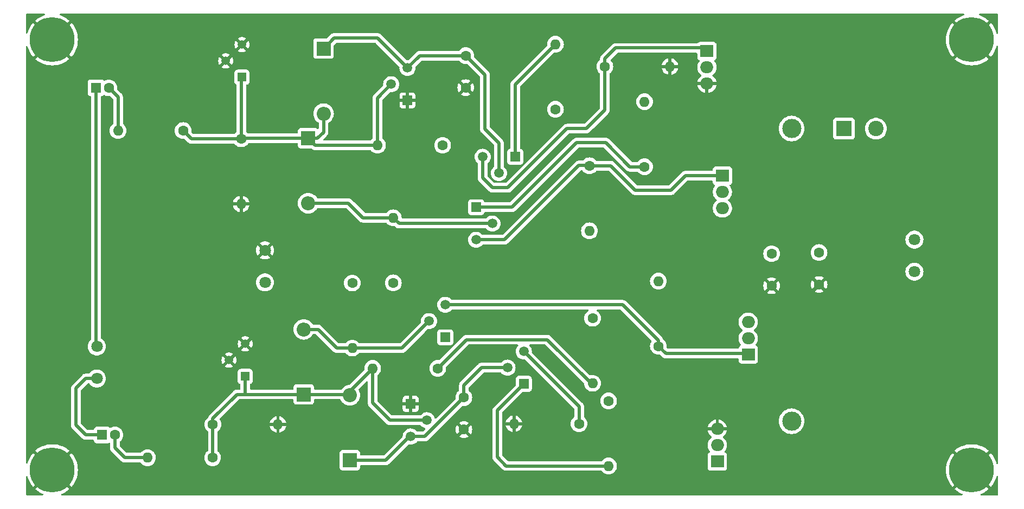
<source format=gbr>
%TF.GenerationSoftware,KiCad,Pcbnew,8.0.5*%
%TF.CreationDate,2024-09-17T20:01:56-07:00*%
%TF.ProjectId,Power_Amp_v1.0,506f7765-725f-4416-9d70-5f76312e302e,-*%
%TF.SameCoordinates,Original*%
%TF.FileFunction,Copper,L1,Top*%
%TF.FilePolarity,Positive*%
%FSLAX46Y46*%
G04 Gerber Fmt 4.6, Leading zero omitted, Abs format (unit mm)*
G04 Created by KiCad (PCBNEW 8.0.5) date 2024-09-17 20:01:56*
%MOMM*%
%LPD*%
G01*
G04 APERTURE LIST*
%TA.AperFunction,ComponentPad*%
%ADD10C,1.600000*%
%TD*%
%TA.AperFunction,ComponentPad*%
%ADD11O,1.600000X1.600000*%
%TD*%
%TA.AperFunction,ComponentPad*%
%ADD12C,3.000000*%
%TD*%
%TA.AperFunction,ComponentPad*%
%ADD13C,7.000000*%
%TD*%
%TA.AperFunction,ComponentPad*%
%ADD14C,1.803400*%
%TD*%
%TA.AperFunction,ComponentPad*%
%ADD15R,1.600000X1.600000*%
%TD*%
%TA.AperFunction,ComponentPad*%
%ADD16R,2.000000X1.905000*%
%TD*%
%TA.AperFunction,ComponentPad*%
%ADD17O,2.000000X1.905000*%
%TD*%
%TA.AperFunction,ComponentPad*%
%ADD18R,1.500000X1.500000*%
%TD*%
%TA.AperFunction,ComponentPad*%
%ADD19C,1.500000*%
%TD*%
%TA.AperFunction,ComponentPad*%
%ADD20R,2.200000X2.200000*%
%TD*%
%TA.AperFunction,ComponentPad*%
%ADD21O,2.200000X2.200000*%
%TD*%
%TA.AperFunction,ComponentPad*%
%ADD22R,1.346200X1.346200*%
%TD*%
%TA.AperFunction,ComponentPad*%
%ADD23C,1.346200*%
%TD*%
%TA.AperFunction,ComponentPad*%
%ADD24R,2.400000X2.400000*%
%TD*%
%TA.AperFunction,ComponentPad*%
%ADD25C,2.400000*%
%TD*%
%TA.AperFunction,ViaPad*%
%ADD26C,0.600000*%
%TD*%
%TA.AperFunction,Conductor*%
%ADD27C,0.508000*%
%TD*%
G04 APERTURE END LIST*
D10*
%TO.P,R8,1*%
%TO.N,Net-(D1-K)*%
X68120000Y-127265000D03*
D11*
%TO.P,R8,2*%
%TO.N,GND*%
X78280000Y-127265000D03*
%TD*%
D10*
%TO.P,R14,1*%
%TO.N,Net-(C8-Pad1)*%
X103980000Y-83665000D03*
D11*
%TO.P,R14,2*%
%TO.N,Net-(D3-K)*%
X93820000Y-83665000D03*
%TD*%
D12*
%TO.P,TP1,1,1*%
%TO.N,Net-(J1-Pin_2)*%
X158465800Y-126764800D03*
%TD*%
D10*
%TO.P,R12,1*%
%TO.N,Net-(D3-K)*%
X72542400Y-82651600D03*
D11*
%TO.P,R12,2*%
%TO.N,GND*%
X72542400Y-92811600D03*
%TD*%
D10*
%TO.P,C1,1*%
%TO.N,/18V*%
X155346400Y-100598001D03*
%TO.P,C1,2*%
%TO.N,GND*%
X155346400Y-105598001D03*
%TD*%
D13*
%TO.P,H1,1,1*%
%TO.N,GND*%
X43053000Y-67183000D03*
%TD*%
%TO.P,H3,1,1*%
%TO.N,GND*%
X43053000Y-134366000D03*
%TD*%
D10*
%TO.P,R15,1*%
%TO.N,Net-(Q2-B)*%
X126900000Y-86865000D03*
D11*
%TO.P,R15,2*%
%TO.N,/18V*%
X126900000Y-97025000D03*
%TD*%
D14*
%TO.P,J3,1,Pin_1*%
%TO.N,/18V*%
X76250800Y-105079800D03*
%TO.P,J3,2,Pin_2*%
%TO.N,GND*%
X76250800Y-100079800D03*
%TD*%
D13*
%TO.P,H4,1,1*%
%TO.N,GND*%
X186563000Y-134366000D03*
%TD*%
%TO.P,H2,1,1*%
%TO.N,GND*%
X186563000Y-67183000D03*
%TD*%
D10*
%TO.P,R3,1*%
%TO.N,Net-(Q1-E)*%
X127400000Y-110685000D03*
D11*
%TO.P,R3,2*%
%TO.N,Net-(J1-Pin_2)*%
X127400000Y-120845000D03*
%TD*%
D15*
%TO.P,C3,1*%
%TO.N,Net-(J2-Pin_1)*%
X50832000Y-128905000D03*
D10*
%TO.P,C3,2*%
%TO.N,Net-(C3-Pad2)*%
X52832000Y-128905000D03*
%TD*%
D16*
%TO.P,Q9,1,B*%
%TO.N,Net-(Q1-C)*%
X151700000Y-116345000D03*
D17*
%TO.P,Q9,2,C*%
%TO.N,Net-(Q1-E)*%
X151700000Y-113805000D03*
%TO.P,Q9,3,E*%
%TO.N,/18V*%
X151700000Y-111265000D03*
%TD*%
D10*
%TO.P,R2,1*%
%TO.N,Net-(Q1-C)*%
X137668000Y-115036600D03*
D11*
%TO.P,R2,2*%
%TO.N,/18V*%
X137668000Y-104876600D03*
%TD*%
D15*
%TO.P,C5,1*%
%TO.N,Net-(J2-Pin_2)*%
X49880800Y-74694800D03*
D10*
%TO.P,C5,2*%
%TO.N,Net-(C5-Pad2)*%
X51880800Y-74694800D03*
%TD*%
D18*
%TO.P,Q6,1,E*%
%TO.N,GND*%
X98500000Y-76665000D03*
D19*
%TO.P,Q6,2,B*%
%TO.N,Net-(D3-K)*%
X95960000Y-74125000D03*
%TO.P,Q6,3,C*%
%TO.N,Net-(D4-K)*%
X98500000Y-71585000D03*
%TD*%
D20*
%TO.P,D3,1,K*%
%TO.N,Net-(D3-K)*%
X83000000Y-82555000D03*
D21*
%TO.P,D3,2,A*%
%TO.N,Net-(D3-A)*%
X83000000Y-92715000D03*
%TD*%
D10*
%TO.P,C6,1*%
%TO.N,Net-(D4-K)*%
X107600000Y-69665000D03*
%TO.P,C6,2*%
%TO.N,GND*%
X107600000Y-74665000D03*
%TD*%
%TO.P,R10,1*%
%TO.N,Net-(D3-K)*%
X63480000Y-81365000D03*
D11*
%TO.P,R10,2*%
%TO.N,Net-(C5-Pad2)*%
X53320000Y-81365000D03*
%TD*%
D16*
%TO.P,Q5,1,B*%
%TO.N,Net-(Q4-C)*%
X146862800Y-133045200D03*
D17*
%TO.P,Q5,2,C*%
%TO.N,Net-(Q4-E)*%
X146862800Y-130505200D03*
%TO.P,Q5,3,E*%
%TO.N,GND*%
X146862800Y-127965200D03*
%TD*%
D10*
%TO.P,C4,1*%
%TO.N,Net-(D2-K)*%
X107300000Y-123065000D03*
%TO.P,C4,2*%
%TO.N,GND*%
X107300000Y-128065000D03*
%TD*%
%TO.P,R6,1*%
%TO.N,Net-(D1-K)*%
X68080000Y-132465000D03*
D11*
%TO.P,R6,2*%
%TO.N,Net-(C3-Pad2)*%
X57920000Y-132465000D03*
%TD*%
D16*
%TO.P,Q10,1,B*%
%TO.N,Net-(Q10-B)*%
X145237200Y-68935600D03*
D17*
%TO.P,Q10,2,C*%
%TO.N,Net-(Q10-C)*%
X145237200Y-71475600D03*
%TO.P,Q10,3,E*%
%TO.N,GND*%
X145237200Y-74015600D03*
%TD*%
D22*
%TO.P,RV1,1,1*%
%TO.N,Net-(D3-K)*%
X72669400Y-73025000D03*
D23*
%TO.P,RV1,2,2*%
%TO.N,GND*%
X70129400Y-70485000D03*
%TO.P,RV1,3,3*%
X72669400Y-67945000D03*
%TD*%
D10*
%TO.P,C7,1*%
%TO.N,/18V*%
X162745600Y-100418201D03*
%TO.P,C7,2*%
%TO.N,GND*%
X162745600Y-105418201D03*
%TD*%
%TO.P,R16,1*%
%TO.N,Net-(Q10-B)*%
X129320000Y-71365000D03*
D11*
%TO.P,R16,2*%
%TO.N,GND*%
X139480000Y-71365000D03*
%TD*%
D20*
%TO.P,D1,1,K*%
%TO.N,Net-(D1-K)*%
X82300000Y-122575000D03*
D21*
%TO.P,D1,2,A*%
%TO.N,Net-(D1-A)*%
X82300000Y-112415000D03*
%TD*%
D10*
%TO.P,R9,1*%
%TO.N,Net-(Q4-C)*%
X125280000Y-127165000D03*
D11*
%TO.P,R9,2*%
%TO.N,GND*%
X115120000Y-127165000D03*
%TD*%
D14*
%TO.P,J1,1,Pin_1*%
%TO.N,Net-(J1-Pin_1)*%
X177647599Y-98401500D03*
%TO.P,J1,2,Pin_2*%
%TO.N,Net-(J1-Pin_2)*%
X177647599Y-103401500D03*
%TD*%
D18*
%TO.P,Q8,1,E*%
%TO.N,Net-(Q10-C)*%
X115316000Y-85463000D03*
D19*
%TO.P,Q8,2,B*%
%TO.N,Net-(D4-K)*%
X112776000Y-88003000D03*
%TO.P,Q8,3,C*%
%TO.N,Net-(Q10-B)*%
X110236000Y-85463000D03*
%TD*%
D10*
%TO.P,R18,1*%
%TO.N,Net-(C8-Pad1)*%
X121600000Y-78045000D03*
D11*
%TO.P,R18,2*%
%TO.N,Net-(Q10-C)*%
X121600000Y-67885000D03*
%TD*%
D22*
%TO.P,RV2,1,1*%
%TO.N,Net-(D1-K)*%
X73177400Y-119761000D03*
D23*
%TO.P,RV2,2,2*%
%TO.N,GND*%
X70637400Y-117221000D03*
%TO.P,RV2,3,3*%
X73177400Y-114681000D03*
%TD*%
D18*
%TO.P,Q1,1,E*%
%TO.N,Net-(Q1-E)*%
X104402000Y-113665000D03*
D19*
%TO.P,Q1,2,B*%
%TO.N,Net-(D1-A)*%
X101862000Y-111125000D03*
%TO.P,Q1,3,C*%
%TO.N,Net-(Q1-C)*%
X104402000Y-108585000D03*
%TD*%
D10*
%TO.P,R17,1*%
%TO.N,Net-(Q2-C)*%
X135509000Y-87020400D03*
D11*
%TO.P,R17,2*%
%TO.N,Net-(C8-Pad1)*%
X135509000Y-76860400D03*
%TD*%
D12*
%TO.P,TP2,1,1*%
%TO.N,Net-(C8-Pad1)*%
X158465800Y-81044800D03*
%TD*%
D10*
%TO.P,R1,1*%
%TO.N,/18V*%
X89885800Y-105174800D03*
D11*
%TO.P,R1,2*%
%TO.N,Net-(D1-A)*%
X89885800Y-115334800D03*
%TD*%
D18*
%TO.P,Q7,1,E*%
%TO.N,Net-(Q2-C)*%
X109220000Y-93345000D03*
D19*
%TO.P,Q7,2,B*%
%TO.N,Net-(D3-A)*%
X111760000Y-95885000D03*
%TO.P,Q7,3,C*%
%TO.N,Net-(Q2-B)*%
X109220000Y-98425000D03*
%TD*%
D14*
%TO.P,J2,1,Pin_1*%
%TO.N,Net-(J2-Pin_1)*%
X50007800Y-120096400D03*
%TO.P,J2,2,Pin_2*%
%TO.N,Net-(J2-Pin_2)*%
X50007800Y-115096400D03*
%TD*%
D20*
%TO.P,D4,1,K*%
%TO.N,Net-(D4-K)*%
X85400000Y-68555000D03*
D21*
%TO.P,D4,2,A*%
%TO.N,Net-(D3-K)*%
X85400000Y-78715000D03*
%TD*%
D18*
%TO.P,Q3,1,E*%
%TO.N,GND*%
X99000000Y-124065000D03*
D19*
%TO.P,Q3,2,B*%
%TO.N,Net-(D1-K)*%
X101540000Y-126605000D03*
%TO.P,Q3,3,C*%
%TO.N,Net-(D2-K)*%
X99000000Y-129145000D03*
%TD*%
D24*
%TO.P,C8,1*%
%TO.N,Net-(C8-Pad1)*%
X166626041Y-81065000D03*
D25*
%TO.P,C8,2*%
%TO.N,Net-(J1-Pin_1)*%
X171626041Y-81065000D03*
%TD*%
D18*
%TO.P,Q4,1,E*%
%TO.N,Net-(Q4-E)*%
X116660000Y-120935000D03*
D19*
%TO.P,Q4,2,B*%
%TO.N,Net-(D2-K)*%
X114120000Y-118395000D03*
%TO.P,Q4,3,C*%
%TO.N,Net-(Q4-C)*%
X116660000Y-115855000D03*
%TD*%
D10*
%TO.P,R13,1*%
%TO.N,/18V*%
X96291400Y-105156000D03*
D11*
%TO.P,R13,2*%
%TO.N,Net-(D3-A)*%
X96291400Y-94996000D03*
%TD*%
D10*
%TO.P,R5,1*%
%TO.N,Net-(J1-Pin_2)*%
X129890800Y-123589800D03*
D11*
%TO.P,R5,2*%
%TO.N,Net-(Q4-E)*%
X129890800Y-133749800D03*
%TD*%
D10*
%TO.P,R4,1*%
%TO.N,Net-(J1-Pin_2)*%
X103220800Y-118509800D03*
D11*
%TO.P,R4,2*%
%TO.N,Net-(D1-K)*%
X93060800Y-118509800D03*
%TD*%
D20*
%TO.P,D2,1,K*%
%TO.N,Net-(D2-K)*%
X89500000Y-132875000D03*
D21*
%TO.P,D2,2,A*%
%TO.N,Net-(D1-K)*%
X89500000Y-122715000D03*
%TD*%
D16*
%TO.P,Q2,1,B*%
%TO.N,Net-(Q2-B)*%
X147655000Y-88425000D03*
D17*
%TO.P,Q2,2,C*%
%TO.N,Net-(Q2-C)*%
X147655000Y-90965000D03*
%TO.P,Q2,3,E*%
%TO.N,/18V*%
X147655000Y-93505000D03*
%TD*%
D26*
%TO.N,GND*%
X62200000Y-73565000D03*
X175000000Y-123865000D03*
X162400000Y-68365000D03*
X59200000Y-98165000D03*
%TD*%
D27*
%TO.N,Net-(Q10-C)*%
X115316000Y-74169000D02*
X115316000Y-85463000D01*
X121600000Y-67885000D02*
X115316000Y-74169000D01*
%TO.N,Net-(Q2-C)*%
X124917200Y-83235800D02*
X129438400Y-83235800D01*
X109220000Y-93345000D02*
X114808000Y-93345000D01*
X129438400Y-83235800D02*
X133223000Y-87020400D01*
X114808000Y-93345000D02*
X124917200Y-83235800D01*
X133223000Y-87020400D02*
X135509000Y-87020400D01*
%TO.N,Net-(Q10-B)*%
X110236000Y-88773000D02*
X110236000Y-85463000D01*
X114168000Y-90297000D02*
X111760000Y-90297000D01*
X144766600Y-68465000D02*
X131000000Y-68465000D01*
X129320000Y-78145000D02*
X126400000Y-81065000D01*
X131000000Y-68465000D02*
X129320000Y-70145000D01*
X129320000Y-71365000D02*
X129320000Y-78145000D01*
X129320000Y-70145000D02*
X129320000Y-71365000D01*
X111760000Y-90297000D02*
X110236000Y-88773000D01*
X145237200Y-68935600D02*
X144766600Y-68465000D01*
X126400000Y-81065000D02*
X123400000Y-81065000D01*
X123400000Y-81065000D02*
X114168000Y-90297000D01*
%TO.N,Net-(D3-K)*%
X84450000Y-82555000D02*
X85400000Y-81605000D01*
X93820000Y-76265000D02*
X95960000Y-74125000D01*
X83000000Y-82555000D02*
X72639000Y-82555000D01*
X83000000Y-82555000D02*
X84450000Y-82555000D01*
X93820000Y-83665000D02*
X93820000Y-76265000D01*
X85400000Y-81605000D02*
X85400000Y-78715000D01*
X72542400Y-82651600D02*
X64766600Y-82651600D01*
X93820000Y-83665000D02*
X84110000Y-83665000D01*
X72639000Y-82555000D02*
X72542400Y-82651600D01*
X72542400Y-82651600D02*
X72542400Y-72800000D01*
X64766600Y-82651600D02*
X63480000Y-81365000D01*
X72542400Y-72800000D02*
X72560000Y-72782400D01*
X84110000Y-83665000D02*
X83000000Y-82555000D01*
%TO.N,Net-(D3-A)*%
X96291400Y-94996000D02*
X91567000Y-94996000D01*
X111760000Y-95885000D02*
X97180400Y-95885000D01*
X97180400Y-95885000D02*
X96291400Y-94996000D01*
X91567000Y-94996000D02*
X89286000Y-92715000D01*
X89286000Y-92715000D02*
X83000000Y-92715000D01*
%TO.N,Net-(C5-Pad2)*%
X53320000Y-76134000D02*
X51880800Y-74694800D01*
X53320000Y-81365000D02*
X53320000Y-76134000D01*
%TO.N,Net-(Q4-C)*%
X116990000Y-115855000D02*
X116660000Y-115855000D01*
X125280000Y-127165000D02*
X125280000Y-124475000D01*
X125280000Y-124475000D02*
X116660000Y-115855000D01*
%TO.N,Net-(D1-K)*%
X82229200Y-122504200D02*
X82300000Y-122575000D01*
X82300000Y-122575000D02*
X89360000Y-122575000D01*
X68120000Y-127265000D02*
X68120000Y-132425000D01*
X73177400Y-119761000D02*
X73177400Y-122575000D01*
X68120000Y-132425000D02*
X68080000Y-132465000D01*
X71862000Y-122575000D02*
X68120000Y-126317000D01*
X82300000Y-122575000D02*
X72810000Y-122575000D01*
X95744000Y-126605000D02*
X101540000Y-126605000D01*
X68120000Y-126317000D02*
X68120000Y-127265000D01*
X72810000Y-122575000D02*
X71862000Y-122575000D01*
X89500000Y-122715000D02*
X89500000Y-122070600D01*
X68120000Y-127265000D02*
X68120000Y-126774200D01*
X89500000Y-122070600D02*
X93060800Y-118509800D01*
X93060800Y-118509800D02*
X93060800Y-123921800D01*
X89360000Y-122575000D02*
X89500000Y-122715000D01*
X93060800Y-123921800D02*
X95744000Y-126605000D01*
%TO.N,Net-(C3-Pad2)*%
X54360000Y-132465000D02*
X57920000Y-132465000D01*
X52832000Y-128905000D02*
X52832000Y-130937000D01*
X52832000Y-130937000D02*
X54360000Y-132465000D01*
%TO.N,Net-(Q4-E)*%
X112500000Y-132365000D02*
X113884800Y-133749800D01*
X112500000Y-125095000D02*
X112500000Y-132365000D01*
X112500000Y-125095000D02*
X116660000Y-120935000D01*
X113884800Y-133749800D02*
X129890800Y-133749800D01*
%TO.N,Net-(D1-A)*%
X89885800Y-115334800D02*
X97652200Y-115334800D01*
X84550000Y-112415000D02*
X82300000Y-112415000D01*
X89885800Y-115334800D02*
X87469800Y-115334800D01*
X97652200Y-115334800D02*
X101862000Y-111125000D01*
X87469800Y-115334800D02*
X84550000Y-112415000D01*
%TO.N,Net-(Q1-C)*%
X151687000Y-116332000D02*
X151700000Y-116345000D01*
X132080000Y-108585000D02*
X137668000Y-114173000D01*
X151560000Y-116205000D02*
X151700000Y-116345000D01*
X137668000Y-115036600D02*
X138836400Y-116205000D01*
X137668000Y-114173000D02*
X137668000Y-115036600D01*
X138836400Y-116205000D02*
X151560000Y-116205000D01*
X104402000Y-108585000D02*
X132080000Y-108585000D01*
%TO.N,Net-(Q1-E)*%
X151712400Y-113817400D02*
X151700000Y-113805000D01*
X127188600Y-110896400D02*
X127400000Y-110685000D01*
%TO.N,Net-(Q2-B)*%
X141909800Y-88417400D02*
X147647400Y-88417400D01*
X147647400Y-88417400D02*
X147655000Y-88425000D01*
X126900000Y-86865000D02*
X130248200Y-86865000D01*
X126900000Y-86865000D02*
X126852200Y-86817200D01*
X139662200Y-90665000D02*
X141909800Y-88417400D01*
X126852200Y-86817200D02*
X125247400Y-86817200D01*
X134048200Y-90665000D02*
X139662200Y-90665000D01*
X130248200Y-86865000D02*
X134048200Y-90665000D01*
X125247400Y-86817200D02*
X113639600Y-98425000D01*
X113639600Y-98425000D02*
X109220000Y-98425000D01*
%TO.N,Net-(D4-K)*%
X85400000Y-68555000D02*
X87026000Y-66929000D01*
X112776000Y-83341000D02*
X112776000Y-88003000D01*
X93844000Y-66929000D02*
X98500000Y-71585000D01*
X87026000Y-66929000D02*
X93844000Y-66929000D01*
X110600000Y-72665000D02*
X107600000Y-69665000D01*
X110600000Y-81165000D02*
X112776000Y-83341000D01*
X110600000Y-81165000D02*
X110600000Y-72665000D01*
X107600000Y-69665000D02*
X100420000Y-69665000D01*
X100420000Y-69665000D02*
X98500000Y-71585000D01*
%TO.N,Net-(D2-K)*%
X107300000Y-123065000D02*
X107300000Y-121173000D01*
X107300000Y-123065000D02*
X101220000Y-129145000D01*
X107300000Y-121173000D02*
X110078000Y-118395000D01*
X98820000Y-129145000D02*
X95090000Y-132875000D01*
X110078000Y-118395000D02*
X114120000Y-118395000D01*
X95090000Y-132875000D02*
X89500000Y-132875000D01*
X101220000Y-129145000D02*
X99000000Y-129145000D01*
X99000000Y-129145000D02*
X98820000Y-129145000D01*
%TO.N,Net-(J2-Pin_2)*%
X49880800Y-114969400D02*
X50007800Y-115096400D01*
X49880800Y-74694800D02*
X49880800Y-114969400D01*
%TO.N,Net-(J2-Pin_1)*%
X46736000Y-121629000D02*
X46736000Y-127381000D01*
X48268600Y-120096400D02*
X46736000Y-121629000D01*
X50007800Y-120096400D02*
X48268600Y-120096400D01*
X46736000Y-127381000D02*
X48260000Y-128905000D01*
X48260000Y-128905000D02*
X50832000Y-128905000D01*
%TO.N,Net-(J1-Pin_2)*%
X107710000Y-114020600D02*
X120345200Y-114020600D01*
X103220800Y-118509800D02*
X107710000Y-114020600D01*
X127169600Y-120845000D02*
X127400000Y-120845000D01*
X120345200Y-114020600D02*
X127169600Y-120845000D01*
%TD*%
%TA.AperFunction,Conductor*%
%TO.N,GND*%
G36*
X39156503Y-135364996D02*
G01*
X39194277Y-135423774D01*
X39195584Y-135428580D01*
X39220623Y-135528545D01*
X39220624Y-135528548D01*
X39353016Y-135898559D01*
X39353023Y-135898575D01*
X39521062Y-136253864D01*
X39723109Y-136590958D01*
X39957228Y-136906632D01*
X40053068Y-137012376D01*
X40053069Y-137012376D01*
X41651381Y-135414064D01*
X41734457Y-135522331D01*
X41896669Y-135684543D01*
X42004934Y-135767617D01*
X40406622Y-137365929D01*
X40406622Y-137365930D01*
X40512367Y-137461771D01*
X40828041Y-137695890D01*
X41165135Y-137897937D01*
X41520423Y-138065976D01*
X41583508Y-138088548D01*
X41639997Y-138129667D01*
X41665289Y-138194799D01*
X41651352Y-138263264D01*
X41602613Y-138313327D01*
X41541734Y-138329300D01*
X39075300Y-138329300D01*
X39008261Y-138309615D01*
X38962506Y-138256811D01*
X38951300Y-138205300D01*
X38951300Y-135458709D01*
X38970985Y-135391670D01*
X39023789Y-135345915D01*
X39092947Y-135335971D01*
X39156503Y-135364996D01*
G37*
%TD.AperFunction*%
%TA.AperFunction,Conductor*%
G36*
X185368629Y-63149985D02*
G01*
X185414384Y-63202789D01*
X185424328Y-63271947D01*
X185395303Y-63335503D01*
X185343364Y-63371051D01*
X185030440Y-63483016D01*
X185030424Y-63483023D01*
X184675135Y-63651062D01*
X184338041Y-63853109D01*
X184022368Y-64087228D01*
X183916622Y-64183069D01*
X185514934Y-65781381D01*
X185406669Y-65864457D01*
X185244457Y-66026669D01*
X185161381Y-66134934D01*
X183563069Y-64536622D01*
X183467228Y-64642368D01*
X183233109Y-64958041D01*
X183031062Y-65295135D01*
X182863023Y-65650424D01*
X182863016Y-65650440D01*
X182730625Y-66020450D01*
X182635129Y-66401691D01*
X182577461Y-66790449D01*
X182558176Y-67183000D01*
X182577461Y-67575550D01*
X182635129Y-67964308D01*
X182730625Y-68345549D01*
X182863016Y-68715559D01*
X182863023Y-68715575D01*
X183031062Y-69070864D01*
X183233109Y-69407958D01*
X183467228Y-69723632D01*
X183563068Y-69829376D01*
X183563069Y-69829376D01*
X185161380Y-68231064D01*
X185244457Y-68339331D01*
X185406669Y-68501543D01*
X185514934Y-68584617D01*
X183916622Y-70182929D01*
X183916622Y-70182930D01*
X184022367Y-70278771D01*
X184338041Y-70512890D01*
X184675135Y-70714937D01*
X185030424Y-70882976D01*
X185030440Y-70882983D01*
X185400450Y-71015374D01*
X185781691Y-71110870D01*
X186170449Y-71168538D01*
X186563000Y-71187823D01*
X186955550Y-71168538D01*
X187344308Y-71110870D01*
X187725549Y-71015374D01*
X188095559Y-70882983D01*
X188095575Y-70882976D01*
X188450864Y-70714937D01*
X188787958Y-70512890D01*
X189103632Y-70278770D01*
X189209376Y-70182929D01*
X187611065Y-68584618D01*
X187719331Y-68501543D01*
X187881543Y-68339331D01*
X187964618Y-68231065D01*
X189562929Y-69829376D01*
X189658770Y-69723632D01*
X189892890Y-69407958D01*
X190094937Y-69070864D01*
X190262976Y-68715575D01*
X190262983Y-68715559D01*
X190395375Y-68345548D01*
X190395376Y-68345545D01*
X190436016Y-68183301D01*
X190471400Y-68123053D01*
X190533739Y-68091500D01*
X190603241Y-68098658D01*
X190657839Y-68142256D01*
X190680200Y-68208451D01*
X190680300Y-68213430D01*
X190680300Y-133335569D01*
X190660615Y-133402608D01*
X190607811Y-133448363D01*
X190538653Y-133458307D01*
X190475097Y-133429282D01*
X190437323Y-133370504D01*
X190436016Y-133365699D01*
X190395374Y-133203450D01*
X190262983Y-132833440D01*
X190262976Y-132833424D01*
X190094937Y-132478135D01*
X189892890Y-132141041D01*
X189658771Y-131825367D01*
X189562930Y-131719622D01*
X189562929Y-131719622D01*
X187964617Y-133317934D01*
X187881543Y-133209669D01*
X187719331Y-133047457D01*
X187611065Y-132964381D01*
X189209376Y-131366069D01*
X189209376Y-131366068D01*
X189103632Y-131270228D01*
X188787958Y-131036109D01*
X188450864Y-130834062D01*
X188095575Y-130666023D01*
X188095559Y-130666016D01*
X187725549Y-130533625D01*
X187344308Y-130438129D01*
X186955550Y-130380461D01*
X186563000Y-130361176D01*
X186170449Y-130380461D01*
X185781691Y-130438129D01*
X185400450Y-130533625D01*
X185030440Y-130666016D01*
X185030424Y-130666023D01*
X184675135Y-130834062D01*
X184338041Y-131036109D01*
X184022368Y-131270228D01*
X183916622Y-131366069D01*
X185514934Y-132964381D01*
X185406669Y-133047457D01*
X185244457Y-133209669D01*
X185161381Y-133317934D01*
X183563069Y-131719622D01*
X183467228Y-131825368D01*
X183233109Y-132141041D01*
X183031062Y-132478135D01*
X182863023Y-132833424D01*
X182863016Y-132833440D01*
X182730625Y-133203450D01*
X182635129Y-133584691D01*
X182577461Y-133973449D01*
X182558176Y-134366000D01*
X182577461Y-134758550D01*
X182635129Y-135147308D01*
X182730625Y-135528549D01*
X182863016Y-135898559D01*
X182863023Y-135898575D01*
X183031062Y-136253864D01*
X183233109Y-136590958D01*
X183467228Y-136906632D01*
X183563068Y-137012376D01*
X183563069Y-137012376D01*
X185161380Y-135414064D01*
X185244457Y-135522331D01*
X185406669Y-135684543D01*
X185514934Y-135767617D01*
X183916622Y-137365929D01*
X183916622Y-137365930D01*
X184022367Y-137461771D01*
X184338041Y-137695890D01*
X184675135Y-137897937D01*
X185030423Y-138065976D01*
X185093508Y-138088548D01*
X185149997Y-138129667D01*
X185175289Y-138194799D01*
X185161352Y-138263264D01*
X185112613Y-138313327D01*
X185051734Y-138329300D01*
X44564266Y-138329300D01*
X44497227Y-138309615D01*
X44451472Y-138256811D01*
X44441528Y-138187653D01*
X44470553Y-138124097D01*
X44522492Y-138088548D01*
X44585576Y-138065976D01*
X44940864Y-137897937D01*
X45277958Y-137695890D01*
X45593632Y-137461770D01*
X45699376Y-137365929D01*
X44101065Y-135767618D01*
X44209331Y-135684543D01*
X44371543Y-135522331D01*
X44454618Y-135414065D01*
X46052929Y-137012376D01*
X46148770Y-136906632D01*
X46382890Y-136590958D01*
X46584937Y-136253864D01*
X46752976Y-135898575D01*
X46752983Y-135898559D01*
X46885374Y-135528549D01*
X46980870Y-135147308D01*
X47038538Y-134758550D01*
X47057823Y-134366000D01*
X47038538Y-133973449D01*
X46980870Y-133584691D01*
X46885374Y-133203450D01*
X46752983Y-132833440D01*
X46752976Y-132833424D01*
X46584937Y-132478135D01*
X46382890Y-132141041D01*
X46148771Y-131825367D01*
X46052930Y-131719622D01*
X46052929Y-131719622D01*
X44454617Y-133317934D01*
X44371543Y-133209669D01*
X44209331Y-133047457D01*
X44101065Y-132964381D01*
X45699376Y-131366069D01*
X45699376Y-131366068D01*
X45593632Y-131270228D01*
X45277958Y-131036109D01*
X44940864Y-130834062D01*
X44585575Y-130666023D01*
X44585559Y-130666016D01*
X44215549Y-130533625D01*
X43834308Y-130438129D01*
X43445550Y-130380461D01*
X43053000Y-130361176D01*
X42660449Y-130380461D01*
X42271691Y-130438129D01*
X41890450Y-130533625D01*
X41520440Y-130666016D01*
X41520424Y-130666023D01*
X41165135Y-130834062D01*
X40828041Y-131036109D01*
X40512368Y-131270228D01*
X40406622Y-131366069D01*
X42004934Y-132964381D01*
X41896669Y-133047457D01*
X41734457Y-133209669D01*
X41651381Y-133317934D01*
X40053069Y-131719622D01*
X39957228Y-131825368D01*
X39723109Y-132141041D01*
X39521062Y-132478135D01*
X39353023Y-132833424D01*
X39353016Y-132833440D01*
X39220625Y-133203450D01*
X39195584Y-133303420D01*
X39160200Y-133363667D01*
X39097861Y-133395220D01*
X39028359Y-133388062D01*
X38973760Y-133344464D01*
X38951400Y-133278269D01*
X38951300Y-133273290D01*
X38951300Y-121554685D01*
X45981499Y-121554685D01*
X45981499Y-121709425D01*
X45981500Y-121709446D01*
X45981500Y-127301552D01*
X45981499Y-127301578D01*
X45981499Y-127455313D01*
X45995892Y-127527666D01*
X45995892Y-127527668D01*
X46010492Y-127601072D01*
X46010495Y-127601081D01*
X46034053Y-127657955D01*
X46056230Y-127711496D01*
X46067370Y-127738389D01*
X46098232Y-127784577D01*
X46149942Y-127861968D01*
X46149943Y-127861969D01*
X47669600Y-129381624D01*
X47669621Y-129381647D01*
X47779028Y-129491054D01*
X47779035Y-129491060D01*
X47902608Y-129573628D01*
X47902609Y-129573628D01*
X47902610Y-129573629D01*
X48039920Y-129630505D01*
X48185683Y-129659499D01*
X48185687Y-129659500D01*
X48185688Y-129659500D01*
X49410079Y-129659500D01*
X49477118Y-129679185D01*
X49522873Y-129731989D01*
X49533369Y-129770248D01*
X49537908Y-129812483D01*
X49588202Y-129947328D01*
X49588206Y-129947335D01*
X49674452Y-130062544D01*
X49674455Y-130062547D01*
X49789664Y-130148793D01*
X49789671Y-130148797D01*
X49924517Y-130199091D01*
X49924516Y-130199091D01*
X49931444Y-130199835D01*
X49984127Y-130205500D01*
X51679872Y-130205499D01*
X51739483Y-130199091D01*
X51874331Y-130148796D01*
X51879188Y-130145159D01*
X51944652Y-130120742D01*
X52012925Y-130135593D01*
X52062331Y-130184997D01*
X52077500Y-130244426D01*
X52077500Y-130857552D01*
X52077499Y-130857578D01*
X52077499Y-130862688D01*
X52077499Y-131011312D01*
X52077499Y-131011314D01*
X52077498Y-131011314D01*
X52106493Y-131157073D01*
X52106496Y-131157083D01*
X52163366Y-131294381D01*
X52163372Y-131294392D01*
X52245942Y-131417968D01*
X52245943Y-131417969D01*
X53769600Y-132941624D01*
X53769621Y-132941647D01*
X53879028Y-133051054D01*
X53879035Y-133051060D01*
X54002608Y-133133628D01*
X54002609Y-133133628D01*
X54002610Y-133133629D01*
X54139920Y-133190505D01*
X54285683Y-133219499D01*
X54285687Y-133219500D01*
X54285688Y-133219500D01*
X54434312Y-133219500D01*
X56796138Y-133219500D01*
X56863177Y-133239185D01*
X56897713Y-133272377D01*
X56919954Y-133304141D01*
X57080858Y-133465045D01*
X57080861Y-133465047D01*
X57267266Y-133595568D01*
X57473504Y-133691739D01*
X57693308Y-133750635D01*
X57855230Y-133764801D01*
X57919998Y-133770468D01*
X57920000Y-133770468D01*
X57920002Y-133770468D01*
X57976673Y-133765509D01*
X58146692Y-133750635D01*
X58366496Y-133691739D01*
X58572734Y-133595568D01*
X58759139Y-133465047D01*
X58920047Y-133304139D01*
X59050568Y-133117734D01*
X59146739Y-132911496D01*
X59205635Y-132691692D01*
X59225468Y-132465000D01*
X59225468Y-132464998D01*
X66774532Y-132464998D01*
X66774532Y-132465001D01*
X66794364Y-132691686D01*
X66794366Y-132691697D01*
X66853258Y-132911488D01*
X66853261Y-132911497D01*
X66949431Y-133117732D01*
X66949432Y-133117734D01*
X67079954Y-133304141D01*
X67240858Y-133465045D01*
X67240861Y-133465047D01*
X67427266Y-133595568D01*
X67633504Y-133691739D01*
X67853308Y-133750635D01*
X68015230Y-133764801D01*
X68079998Y-133770468D01*
X68080000Y-133770468D01*
X68080002Y-133770468D01*
X68136673Y-133765509D01*
X68306692Y-133750635D01*
X68526496Y-133691739D01*
X68732734Y-133595568D01*
X68919139Y-133465047D01*
X69080047Y-133304139D01*
X69210568Y-133117734D01*
X69306739Y-132911496D01*
X69365635Y-132691692D01*
X69385468Y-132465000D01*
X69365635Y-132238308D01*
X69313793Y-132044829D01*
X69306741Y-132018511D01*
X69306738Y-132018502D01*
X69291216Y-131985216D01*
X69210568Y-131812266D01*
X69096181Y-131648903D01*
X69080048Y-131625862D01*
X69037486Y-131583300D01*
X68919139Y-131464953D01*
X68919135Y-131464950D01*
X68919133Y-131464948D01*
X68918785Y-131464656D01*
X68918673Y-131464488D01*
X68915311Y-131461126D01*
X68915987Y-131460449D01*
X68880088Y-131406480D01*
X68874500Y-131369674D01*
X68874500Y-128388861D01*
X68894185Y-128321822D01*
X68927375Y-128287287D01*
X68959139Y-128265047D01*
X69120047Y-128104139D01*
X69250568Y-127917734D01*
X69346739Y-127711496D01*
X69405635Y-127491692D01*
X69425468Y-127265000D01*
X69405635Y-127038308D01*
X69399389Y-127014999D01*
X77001127Y-127014999D01*
X77001128Y-127015000D01*
X77964314Y-127015000D01*
X77959920Y-127019394D01*
X77907259Y-127110606D01*
X77880000Y-127212339D01*
X77880000Y-127317661D01*
X77907259Y-127419394D01*
X77959920Y-127510606D01*
X77964314Y-127515000D01*
X77001128Y-127515000D01*
X77053730Y-127711317D01*
X77053734Y-127711326D01*
X77149865Y-127917482D01*
X77280342Y-128103820D01*
X77441179Y-128264657D01*
X77627517Y-128395134D01*
X77833673Y-128491265D01*
X77833682Y-128491269D01*
X78029999Y-128543872D01*
X78030000Y-128543871D01*
X78030000Y-127580686D01*
X78034394Y-127585080D01*
X78125606Y-127637741D01*
X78227339Y-127665000D01*
X78332661Y-127665000D01*
X78434394Y-127637741D01*
X78525606Y-127585080D01*
X78530000Y-127580686D01*
X78530000Y-128543872D01*
X78726317Y-128491269D01*
X78726326Y-128491265D01*
X78932482Y-128395134D01*
X79118820Y-128264657D01*
X79279657Y-128103820D01*
X79410134Y-127917482D01*
X79506265Y-127711326D01*
X79506269Y-127711317D01*
X79558872Y-127515000D01*
X78595686Y-127515000D01*
X78600080Y-127510606D01*
X78652741Y-127419394D01*
X78680000Y-127317661D01*
X78680000Y-127212339D01*
X78652741Y-127110606D01*
X78600080Y-127019394D01*
X78595686Y-127015000D01*
X79558872Y-127015000D01*
X79558872Y-127014999D01*
X79506269Y-126818682D01*
X79506265Y-126818673D01*
X79410134Y-126612517D01*
X79279657Y-126426179D01*
X79118820Y-126265342D01*
X78932482Y-126134865D01*
X78726328Y-126038734D01*
X78530000Y-125986127D01*
X78530000Y-126949314D01*
X78525606Y-126944920D01*
X78434394Y-126892259D01*
X78332661Y-126865000D01*
X78227339Y-126865000D01*
X78125606Y-126892259D01*
X78034394Y-126944920D01*
X78030000Y-126949314D01*
X78030000Y-125986127D01*
X77833671Y-126038734D01*
X77627517Y-126134865D01*
X77441179Y-126265342D01*
X77280342Y-126426179D01*
X77149865Y-126612517D01*
X77053734Y-126818673D01*
X77053730Y-126818682D01*
X77001127Y-127014999D01*
X69399389Y-127014999D01*
X69359198Y-126865000D01*
X69346741Y-126818511D01*
X69346738Y-126818502D01*
X69328718Y-126779858D01*
X69250568Y-126612266D01*
X69162475Y-126486455D01*
X69140149Y-126420251D01*
X69157159Y-126352484D01*
X69176366Y-126327657D01*
X72138205Y-123365819D01*
X72199528Y-123332334D01*
X72225886Y-123329500D01*
X72735688Y-123329500D01*
X73103088Y-123329500D01*
X73251712Y-123329500D01*
X80575501Y-123329500D01*
X80642540Y-123349185D01*
X80688295Y-123401989D01*
X80699501Y-123453500D01*
X80699501Y-123722876D01*
X80705908Y-123782483D01*
X80756202Y-123917328D01*
X80756206Y-123917335D01*
X80842452Y-124032544D01*
X80842455Y-124032547D01*
X80957664Y-124118793D01*
X80957671Y-124118797D01*
X81092517Y-124169091D01*
X81092516Y-124169091D01*
X81099444Y-124169835D01*
X81152127Y-124175500D01*
X83447872Y-124175499D01*
X83507483Y-124169091D01*
X83642331Y-124118796D01*
X83757546Y-124032546D01*
X83843796Y-123917331D01*
X83894091Y-123782483D01*
X83900500Y-123722873D01*
X83900500Y-123453500D01*
X83920185Y-123386461D01*
X83972989Y-123340706D01*
X84024500Y-123329500D01*
X87939311Y-123329500D01*
X88006350Y-123349185D01*
X88052105Y-123401989D01*
X88053873Y-123406049D01*
X88069534Y-123443860D01*
X88201160Y-123658653D01*
X88201161Y-123658656D01*
X88229861Y-123692259D01*
X88364776Y-123850224D01*
X88443353Y-123917335D01*
X88556343Y-124013838D01*
X88556346Y-124013839D01*
X88771140Y-124145466D01*
X89003889Y-124241873D01*
X89248852Y-124300683D01*
X89500000Y-124320449D01*
X89751148Y-124300683D01*
X89996111Y-124241873D01*
X90228859Y-124145466D01*
X90443659Y-124013836D01*
X90635224Y-123850224D01*
X90798836Y-123658659D01*
X90930466Y-123443859D01*
X91026873Y-123211111D01*
X91085683Y-122966148D01*
X91105449Y-122715000D01*
X91085683Y-122463852D01*
X91026873Y-122218889D01*
X90963111Y-122064953D01*
X90930467Y-121986143D01*
X90903124Y-121941524D01*
X90875538Y-121896508D01*
X90857294Y-121829064D01*
X90878410Y-121762461D01*
X90893580Y-121744043D01*
X92094619Y-120543005D01*
X92155942Y-120509520D01*
X92225634Y-120514504D01*
X92281567Y-120556376D01*
X92305984Y-120621840D01*
X92306300Y-120630686D01*
X92306300Y-123842352D01*
X92306299Y-123842378D01*
X92306299Y-123847488D01*
X92306299Y-123996112D01*
X92314292Y-124036295D01*
X92320012Y-124065046D01*
X92320012Y-124065049D01*
X92335293Y-124141872D01*
X92335296Y-124141884D01*
X92344389Y-124163836D01*
X92392167Y-124279185D01*
X92474742Y-124402768D01*
X92474743Y-124402769D01*
X95153600Y-127081624D01*
X95153621Y-127081647D01*
X95263029Y-127191055D01*
X95263032Y-127191057D01*
X95263034Y-127191059D01*
X95345605Y-127246230D01*
X95386611Y-127273630D01*
X95461052Y-127304464D01*
X95497096Y-127319394D01*
X95523920Y-127330505D01*
X95523924Y-127330506D01*
X95548104Y-127335315D01*
X95548110Y-127335316D01*
X95669686Y-127359501D01*
X95669688Y-127359501D01*
X95824426Y-127359501D01*
X95824446Y-127359500D01*
X100477177Y-127359500D01*
X100544216Y-127379185D01*
X100574382Y-127408177D01*
X100574920Y-127407727D01*
X100578399Y-127411873D01*
X100578402Y-127411877D01*
X100733123Y-127566598D01*
X100912361Y-127692102D01*
X101110670Y-127784575D01*
X101110676Y-127784576D01*
X101110677Y-127784577D01*
X101220836Y-127814094D01*
X101280497Y-127850459D01*
X101311026Y-127913306D01*
X101302731Y-127982681D01*
X101276424Y-128021550D01*
X100943794Y-128354181D01*
X100882471Y-128387666D01*
X100856113Y-128390500D01*
X100062823Y-128390500D01*
X99995784Y-128370815D01*
X99965617Y-128341822D01*
X99965080Y-128342273D01*
X99961601Y-128338127D01*
X99961598Y-128338123D01*
X99806877Y-128183402D01*
X99656615Y-128078187D01*
X99627638Y-128057897D01*
X99511668Y-128003820D01*
X99429330Y-127965425D01*
X99429326Y-127965424D01*
X99429322Y-127965422D01*
X99217977Y-127908793D01*
X99000002Y-127889723D01*
X98999998Y-127889723D01*
X98854682Y-127902436D01*
X98782023Y-127908793D01*
X98782020Y-127908793D01*
X98570677Y-127965422D01*
X98570668Y-127965426D01*
X98372361Y-128057898D01*
X98372357Y-128057900D01*
X98193121Y-128183402D01*
X98038402Y-128338121D01*
X97912900Y-128517357D01*
X97912898Y-128517361D01*
X97820426Y-128715668D01*
X97820422Y-128715677D01*
X97763793Y-128927020D01*
X97763793Y-128927023D01*
X97747864Y-129109083D01*
X97722411Y-129174152D01*
X97712017Y-129185956D01*
X94813794Y-132084181D01*
X94752471Y-132117666D01*
X94726113Y-132120500D01*
X91224499Y-132120500D01*
X91157460Y-132100815D01*
X91111705Y-132048011D01*
X91100499Y-131996500D01*
X91100499Y-131727129D01*
X91100498Y-131727123D01*
X91100497Y-131727116D01*
X91094091Y-131667517D01*
X91087148Y-131648903D01*
X91043797Y-131532671D01*
X91043793Y-131532664D01*
X90957547Y-131417455D01*
X90957544Y-131417452D01*
X90842335Y-131331206D01*
X90842328Y-131331202D01*
X90707482Y-131280908D01*
X90707483Y-131280908D01*
X90647883Y-131274501D01*
X90647881Y-131274500D01*
X90647873Y-131274500D01*
X90647864Y-131274500D01*
X88352129Y-131274500D01*
X88352123Y-131274501D01*
X88292516Y-131280908D01*
X88157671Y-131331202D01*
X88157664Y-131331206D01*
X88042455Y-131417452D01*
X88042452Y-131417455D01*
X87956206Y-131532664D01*
X87956202Y-131532671D01*
X87905908Y-131667517D01*
X87900307Y-131719622D01*
X87899501Y-131727123D01*
X87899500Y-131727135D01*
X87899500Y-134022870D01*
X87899501Y-134022876D01*
X87905908Y-134082483D01*
X87956202Y-134217328D01*
X87956206Y-134217335D01*
X88042452Y-134332544D01*
X88042455Y-134332547D01*
X88157664Y-134418793D01*
X88157671Y-134418797D01*
X88292517Y-134469091D01*
X88292516Y-134469091D01*
X88299444Y-134469835D01*
X88352127Y-134475500D01*
X90647872Y-134475499D01*
X90707483Y-134469091D01*
X90842331Y-134418796D01*
X90957546Y-134332546D01*
X91043796Y-134217331D01*
X91094091Y-134082483D01*
X91100500Y-134022873D01*
X91100500Y-133753500D01*
X91120185Y-133686461D01*
X91172989Y-133640706D01*
X91224500Y-133629500D01*
X95009554Y-133629500D01*
X95009574Y-133629501D01*
X95015688Y-133629501D01*
X95164314Y-133629501D01*
X95285894Y-133605315D01*
X95285894Y-133605316D01*
X95285900Y-133605313D01*
X95310080Y-133600505D01*
X95345942Y-133585649D01*
X95366944Y-133576951D01*
X95366947Y-133576949D01*
X95366955Y-133576946D01*
X95447389Y-133543630D01*
X95570966Y-133461059D01*
X96592710Y-132439314D01*
X111745498Y-132439314D01*
X111774493Y-132585073D01*
X111774496Y-132585083D01*
X111831366Y-132722381D01*
X111831372Y-132722392D01*
X111913942Y-132845968D01*
X113403831Y-134335857D01*
X113403834Y-134335859D01*
X113527411Y-134418430D01*
X113583098Y-134441496D01*
X113664720Y-134475305D01*
X113664722Y-134475305D01*
X113664724Y-134475306D01*
X113688904Y-134480115D01*
X113688910Y-134480116D01*
X113810486Y-134504301D01*
X113810488Y-134504301D01*
X113965226Y-134504301D01*
X113965246Y-134504300D01*
X128766938Y-134504300D01*
X128833977Y-134523985D01*
X128868513Y-134557177D01*
X128890754Y-134588941D01*
X129051658Y-134749845D01*
X129051661Y-134749847D01*
X129238066Y-134880368D01*
X129444304Y-134976539D01*
X129664108Y-135035435D01*
X129826030Y-135049601D01*
X129890798Y-135055268D01*
X129890800Y-135055268D01*
X129890802Y-135055268D01*
X129947473Y-135050309D01*
X130117492Y-135035435D01*
X130337296Y-134976539D01*
X130543534Y-134880368D01*
X130729939Y-134749847D01*
X130890847Y-134588939D01*
X131021368Y-134402534D01*
X131117539Y-134196296D01*
X131176435Y-133976492D01*
X131196268Y-133749800D01*
X131191188Y-133691741D01*
X131190601Y-133685030D01*
X131176435Y-133523108D01*
X131117539Y-133303304D01*
X131021368Y-133097066D01*
X130890847Y-132910661D01*
X130890845Y-132910658D01*
X130729941Y-132749754D01*
X130543534Y-132619232D01*
X130543532Y-132619231D01*
X130337297Y-132523061D01*
X130337288Y-132523058D01*
X130117497Y-132464166D01*
X130117493Y-132464165D01*
X130117492Y-132464165D01*
X130117491Y-132464164D01*
X130117486Y-132464164D01*
X129890802Y-132444332D01*
X129890798Y-132444332D01*
X129664113Y-132464164D01*
X129664102Y-132464166D01*
X129444311Y-132523058D01*
X129444302Y-132523061D01*
X129238067Y-132619231D01*
X129238065Y-132619232D01*
X129051658Y-132749754D01*
X128890754Y-132910658D01*
X128868513Y-132942423D01*
X128813937Y-132986048D01*
X128766938Y-132995300D01*
X114248687Y-132995300D01*
X114181648Y-132975615D01*
X114161006Y-132958981D01*
X113290819Y-132088794D01*
X113257334Y-132027471D01*
X113254500Y-132001113D01*
X113254500Y-130390846D01*
X145362300Y-130390846D01*
X145362300Y-130619554D01*
X145368832Y-130660794D01*
X145398078Y-130845446D01*
X145398078Y-130845449D01*
X145468750Y-131062955D01*
X145468752Y-131062958D01*
X145572583Y-131266738D01*
X145705325Y-131449442D01*
X145728805Y-131515246D01*
X145712980Y-131583300D01*
X145662874Y-131631995D01*
X145648341Y-131638508D01*
X145620470Y-131648903D01*
X145620464Y-131648906D01*
X145505255Y-131735152D01*
X145505252Y-131735155D01*
X145419006Y-131850364D01*
X145419002Y-131850371D01*
X145368708Y-131985217D01*
X145365130Y-132018502D01*
X145362301Y-132044823D01*
X145362300Y-132044835D01*
X145362300Y-134045570D01*
X145362301Y-134045576D01*
X145368708Y-134105183D01*
X145419002Y-134240028D01*
X145419006Y-134240035D01*
X145505252Y-134355244D01*
X145505255Y-134355247D01*
X145620464Y-134441493D01*
X145620471Y-134441497D01*
X145755317Y-134491791D01*
X145755316Y-134491791D01*
X145762244Y-134492535D01*
X145814927Y-134498200D01*
X147910672Y-134498199D01*
X147970283Y-134491791D01*
X148105131Y-134441496D01*
X148220346Y-134355246D01*
X148306596Y-134240031D01*
X148356891Y-134105183D01*
X148363300Y-134045573D01*
X148363299Y-132044828D01*
X148356891Y-131985217D01*
X148306596Y-131850369D01*
X148306595Y-131850368D01*
X148306593Y-131850364D01*
X148220347Y-131735155D01*
X148220344Y-131735152D01*
X148105135Y-131648906D01*
X148105128Y-131648902D01*
X148077259Y-131638508D01*
X148021325Y-131596637D01*
X147996908Y-131531173D01*
X148011760Y-131462900D01*
X148020260Y-131449460D01*
X148153017Y-131266738D01*
X148256848Y-131062958D01*
X148273629Y-131011312D01*
X148327521Y-130845449D01*
X148327521Y-130845448D01*
X148327522Y-130845445D01*
X148363300Y-130619554D01*
X148363300Y-130390846D01*
X148327522Y-130164955D01*
X148327521Y-130164951D01*
X148327521Y-130164950D01*
X148256849Y-129947444D01*
X148217647Y-129870506D01*
X148153017Y-129743662D01*
X148018586Y-129558634D01*
X147856866Y-129396914D01*
X147771934Y-129335207D01*
X147729270Y-129279878D01*
X147723291Y-129210264D01*
X147755897Y-129148469D01*
X147771937Y-129134571D01*
X147856539Y-129073105D01*
X148018202Y-128911442D01*
X148152588Y-128726476D01*
X148256382Y-128522770D01*
X148327034Y-128305328D01*
X148341309Y-128215200D01*
X147353548Y-128215200D01*
X147375318Y-128177492D01*
X147412800Y-128037609D01*
X147412800Y-127892791D01*
X147375318Y-127752908D01*
X147353548Y-127715200D01*
X148341309Y-127715200D01*
X148327034Y-127625071D01*
X148256382Y-127407629D01*
X148152588Y-127203923D01*
X148018202Y-127018957D01*
X147856542Y-126857297D01*
X147729228Y-126764798D01*
X156460190Y-126764798D01*
X156460190Y-126764801D01*
X156480604Y-127050233D01*
X156541428Y-127329837D01*
X156541430Y-127329843D01*
X156541431Y-127329846D01*
X156615214Y-127527666D01*
X156641435Y-127597966D01*
X156778570Y-127849109D01*
X156778575Y-127849117D01*
X156950054Y-128078187D01*
X156950070Y-128078205D01*
X157152394Y-128280529D01*
X157152412Y-128280545D01*
X157381482Y-128452024D01*
X157381490Y-128452029D01*
X157632633Y-128589164D01*
X157632632Y-128589164D01*
X157632636Y-128589165D01*
X157632639Y-128589167D01*
X157900754Y-128689169D01*
X157900760Y-128689170D01*
X157900762Y-128689171D01*
X158180366Y-128749995D01*
X158180368Y-128749995D01*
X158180372Y-128749996D01*
X158434020Y-128768137D01*
X158465799Y-128770410D01*
X158465800Y-128770410D01*
X158465801Y-128770410D01*
X158494395Y-128768364D01*
X158751228Y-128749996D01*
X158900712Y-128717478D01*
X159030837Y-128689171D01*
X159030837Y-128689170D01*
X159030846Y-128689169D01*
X159298961Y-128589167D01*
X159550115Y-128452026D01*
X159779195Y-128280539D01*
X159981539Y-128078195D01*
X160153026Y-127849115D01*
X160290167Y-127597961D01*
X160390169Y-127329846D01*
X160408358Y-127246231D01*
X160450995Y-127050233D01*
X160450995Y-127050232D01*
X160450996Y-127050228D01*
X160471410Y-126764800D01*
X160450996Y-126479372D01*
X160439355Y-126425861D01*
X160390171Y-126199762D01*
X160390170Y-126199760D01*
X160390169Y-126199754D01*
X160290167Y-125931639D01*
X160265315Y-125886127D01*
X160153029Y-125680490D01*
X160153024Y-125680482D01*
X159981545Y-125451412D01*
X159981529Y-125451394D01*
X159779205Y-125249070D01*
X159779187Y-125249054D01*
X159550117Y-125077575D01*
X159550109Y-125077570D01*
X159298966Y-124940435D01*
X159298967Y-124940435D01*
X159124695Y-124875435D01*
X159030846Y-124840431D01*
X159030843Y-124840430D01*
X159030837Y-124840428D01*
X158751233Y-124779604D01*
X158465801Y-124759190D01*
X158465799Y-124759190D01*
X158180366Y-124779604D01*
X157900762Y-124840428D01*
X157632633Y-124940435D01*
X157381490Y-125077570D01*
X157381482Y-125077575D01*
X157152412Y-125249054D01*
X157152394Y-125249070D01*
X156950070Y-125451394D01*
X156950054Y-125451412D01*
X156778575Y-125680482D01*
X156778570Y-125680490D01*
X156641435Y-125931633D01*
X156541428Y-126199762D01*
X156480604Y-126479366D01*
X156460190Y-126764798D01*
X147729228Y-126764798D01*
X147671576Y-126722911D01*
X147467868Y-126619117D01*
X147250425Y-126548465D01*
X147250426Y-126548465D01*
X147112800Y-126526667D01*
X147112800Y-127474452D01*
X147075092Y-127452682D01*
X146935209Y-127415200D01*
X146790391Y-127415200D01*
X146650508Y-127452682D01*
X146612800Y-127474452D01*
X146612800Y-126526667D01*
X146475174Y-126548465D01*
X146257731Y-126619117D01*
X146054023Y-126722911D01*
X145869057Y-126857297D01*
X145707397Y-127018957D01*
X145573011Y-127203923D01*
X145469217Y-127407629D01*
X145398565Y-127625071D01*
X145384291Y-127715200D01*
X146372052Y-127715200D01*
X146350282Y-127752908D01*
X146312800Y-127892791D01*
X146312800Y-128037609D01*
X146350282Y-128177492D01*
X146372052Y-128215200D01*
X145384291Y-128215200D01*
X145398565Y-128305328D01*
X145469217Y-128522770D01*
X145573011Y-128726476D01*
X145707397Y-128911442D01*
X145869057Y-129073102D01*
X145869063Y-129073107D01*
X145953663Y-129134572D01*
X145996329Y-129189901D01*
X146002308Y-129259515D01*
X145969703Y-129321310D01*
X145953664Y-129335207D01*
X145868740Y-129396909D01*
X145868731Y-129396916D01*
X145707016Y-129558631D01*
X145707016Y-129558632D01*
X145707014Y-129558634D01*
X145654797Y-129630504D01*
X145572583Y-129743661D01*
X145468750Y-129947444D01*
X145398078Y-130164950D01*
X145398078Y-130164953D01*
X145363945Y-130380461D01*
X145362300Y-130390846D01*
X113254500Y-130390846D01*
X113254500Y-126914999D01*
X113841127Y-126914999D01*
X113841128Y-126915000D01*
X114804314Y-126915000D01*
X114799920Y-126919394D01*
X114747259Y-127010606D01*
X114720000Y-127112339D01*
X114720000Y-127217661D01*
X114747259Y-127319394D01*
X114799920Y-127410606D01*
X114804314Y-127415000D01*
X113841128Y-127415000D01*
X113893730Y-127611317D01*
X113893734Y-127611326D01*
X113989865Y-127817482D01*
X114120342Y-128003820D01*
X114281179Y-128164657D01*
X114467517Y-128295134D01*
X114673673Y-128391265D01*
X114673682Y-128391269D01*
X114869999Y-128443872D01*
X114870000Y-128443871D01*
X114870000Y-127480686D01*
X114874394Y-127485080D01*
X114965606Y-127537741D01*
X115067339Y-127565000D01*
X115172661Y-127565000D01*
X115274394Y-127537741D01*
X115365606Y-127485080D01*
X115370000Y-127480686D01*
X115370000Y-128443872D01*
X115566317Y-128391269D01*
X115566326Y-128391265D01*
X115772482Y-128295134D01*
X115958820Y-128164657D01*
X116119657Y-128003820D01*
X116250134Y-127817482D01*
X116346265Y-127611326D01*
X116346269Y-127611317D01*
X116398872Y-127415000D01*
X115435686Y-127415000D01*
X115440080Y-127410606D01*
X115492741Y-127319394D01*
X115520000Y-127217661D01*
X115520000Y-127112339D01*
X115492741Y-127010606D01*
X115440080Y-126919394D01*
X115435686Y-126915000D01*
X116398872Y-126915000D01*
X116398872Y-126914999D01*
X116346269Y-126718682D01*
X116346265Y-126718673D01*
X116250134Y-126512517D01*
X116119657Y-126326179D01*
X115958820Y-126165342D01*
X115772482Y-126034865D01*
X115566328Y-125938734D01*
X115370000Y-125886127D01*
X115370000Y-126849314D01*
X115365606Y-126844920D01*
X115274394Y-126792259D01*
X115172661Y-126765000D01*
X115067339Y-126765000D01*
X114965606Y-126792259D01*
X114874394Y-126844920D01*
X114870000Y-126849314D01*
X114870000Y-125886127D01*
X114673671Y-125938734D01*
X114467517Y-126034865D01*
X114281179Y-126165342D01*
X114120342Y-126326179D01*
X113989865Y-126512517D01*
X113893734Y-126718673D01*
X113893730Y-126718682D01*
X113841127Y-126914999D01*
X113254500Y-126914999D01*
X113254500Y-125458885D01*
X113274185Y-125391846D01*
X113290814Y-125371209D01*
X116440205Y-122221817D01*
X116501528Y-122188333D01*
X116527886Y-122185499D01*
X117457871Y-122185499D01*
X117457872Y-122185499D01*
X117517483Y-122179091D01*
X117652331Y-122128796D01*
X117767546Y-122042546D01*
X117853796Y-121927331D01*
X117904091Y-121792483D01*
X117910500Y-121732873D01*
X117910499Y-120137128D01*
X117904091Y-120077517D01*
X117853796Y-119942669D01*
X117853795Y-119942668D01*
X117853793Y-119942664D01*
X117767547Y-119827455D01*
X117767544Y-119827452D01*
X117652335Y-119741206D01*
X117652328Y-119741202D01*
X117517482Y-119690908D01*
X117517483Y-119690908D01*
X117457883Y-119684501D01*
X117457881Y-119684500D01*
X117457873Y-119684500D01*
X117457864Y-119684500D01*
X115862129Y-119684500D01*
X115862123Y-119684501D01*
X115802516Y-119690908D01*
X115667671Y-119741202D01*
X115667664Y-119741206D01*
X115552455Y-119827452D01*
X115552452Y-119827455D01*
X115466206Y-119942664D01*
X115466202Y-119942671D01*
X115415908Y-120077517D01*
X115413878Y-120096405D01*
X115409501Y-120137123D01*
X115409500Y-120137135D01*
X115409500Y-121067112D01*
X115389815Y-121134151D01*
X115373181Y-121154793D01*
X111913943Y-124614030D01*
X111913942Y-124614031D01*
X111831372Y-124737607D01*
X111831366Y-124737618D01*
X111774496Y-124874916D01*
X111774493Y-124874926D01*
X111745499Y-125020685D01*
X111745499Y-125175425D01*
X111745500Y-125175446D01*
X111745500Y-132285552D01*
X111745499Y-132285578D01*
X111745499Y-132290688D01*
X111745499Y-132439312D01*
X111745499Y-132439314D01*
X111745498Y-132439314D01*
X96592710Y-132439314D01*
X98627922Y-130404100D01*
X98689243Y-130370617D01*
X98747696Y-130372008D01*
X98782023Y-130381207D01*
X98961858Y-130396940D01*
X98999998Y-130400277D01*
X99000000Y-130400277D01*
X99000002Y-130400277D01*
X99028254Y-130397805D01*
X99217977Y-130381207D01*
X99429330Y-130324575D01*
X99627639Y-130232102D01*
X99806877Y-130106598D01*
X99961598Y-129951877D01*
X99961605Y-129951866D01*
X99965080Y-129947727D01*
X99966048Y-129948539D01*
X100015825Y-129908752D01*
X100062823Y-129899500D01*
X101139554Y-129899500D01*
X101139574Y-129899501D01*
X101145688Y-129899501D01*
X101294314Y-129899501D01*
X101415894Y-129875315D01*
X101415894Y-129875316D01*
X101415900Y-129875313D01*
X101440080Y-129870505D01*
X101502948Y-129844464D01*
X101577389Y-129813630D01*
X101700966Y-129731059D01*
X103367027Y-128064997D01*
X105995034Y-128064997D01*
X105995034Y-128065002D01*
X106014858Y-128291599D01*
X106014860Y-128291610D01*
X106073730Y-128511317D01*
X106073735Y-128511331D01*
X106169863Y-128717478D01*
X106220974Y-128790472D01*
X106900000Y-128111446D01*
X106900000Y-128117661D01*
X106927259Y-128219394D01*
X106979920Y-128310606D01*
X107054394Y-128385080D01*
X107145606Y-128437741D01*
X107247339Y-128465000D01*
X107253553Y-128465000D01*
X106574526Y-129144025D01*
X106647513Y-129195132D01*
X106647521Y-129195136D01*
X106853668Y-129291264D01*
X106853682Y-129291269D01*
X107073389Y-129350139D01*
X107073400Y-129350141D01*
X107299998Y-129369966D01*
X107300002Y-129369966D01*
X107526599Y-129350141D01*
X107526610Y-129350139D01*
X107746317Y-129291269D01*
X107746331Y-129291264D01*
X107952478Y-129195136D01*
X108025471Y-129144024D01*
X107346447Y-128465000D01*
X107352661Y-128465000D01*
X107454394Y-128437741D01*
X107545606Y-128385080D01*
X107620080Y-128310606D01*
X107672741Y-128219394D01*
X107700000Y-128117661D01*
X107700000Y-128111447D01*
X108379024Y-128790471D01*
X108430136Y-128717478D01*
X108526264Y-128511331D01*
X108526269Y-128511317D01*
X108585139Y-128291610D01*
X108585141Y-128291599D01*
X108604966Y-128065002D01*
X108604966Y-128064997D01*
X108585141Y-127838400D01*
X108585139Y-127838389D01*
X108526269Y-127618682D01*
X108526264Y-127618668D01*
X108430136Y-127412521D01*
X108430132Y-127412513D01*
X108379025Y-127339526D01*
X107700000Y-128018551D01*
X107700000Y-128012339D01*
X107672741Y-127910606D01*
X107620080Y-127819394D01*
X107545606Y-127744920D01*
X107454394Y-127692259D01*
X107352661Y-127665000D01*
X107346448Y-127665000D01*
X108025472Y-126985974D01*
X107952478Y-126934863D01*
X107746331Y-126838735D01*
X107746317Y-126838730D01*
X107526610Y-126779860D01*
X107526599Y-126779858D01*
X107300002Y-126760034D01*
X107299998Y-126760034D01*
X107073400Y-126779858D01*
X107073389Y-126779860D01*
X106853682Y-126838730D01*
X106853673Y-126838734D01*
X106647516Y-126934866D01*
X106647512Y-126934868D01*
X106574526Y-126985973D01*
X106574526Y-126985974D01*
X107253553Y-127665000D01*
X107247339Y-127665000D01*
X107145606Y-127692259D01*
X107054394Y-127744920D01*
X106979920Y-127819394D01*
X106927259Y-127910606D01*
X106900000Y-128012339D01*
X106900000Y-128018552D01*
X106220974Y-127339526D01*
X106220973Y-127339526D01*
X106169868Y-127412512D01*
X106169866Y-127412516D01*
X106073734Y-127618673D01*
X106073730Y-127618682D01*
X106014860Y-127838389D01*
X106014858Y-127838400D01*
X105995034Y-128064997D01*
X103367027Y-128064997D01*
X107039854Y-124392169D01*
X107101175Y-124358686D01*
X107138337Y-124356324D01*
X107278186Y-124368559D01*
X107299999Y-124370468D01*
X107300000Y-124370468D01*
X107300002Y-124370468D01*
X107356673Y-124365509D01*
X107526692Y-124350635D01*
X107746496Y-124291739D01*
X107952734Y-124195568D01*
X108139139Y-124065047D01*
X108300047Y-123904139D01*
X108430568Y-123717734D01*
X108526739Y-123511496D01*
X108585635Y-123291692D01*
X108605468Y-123065000D01*
X108585635Y-122838308D01*
X108526739Y-122618504D01*
X108430568Y-122412266D01*
X108354875Y-122304164D01*
X108300048Y-122225862D01*
X108224654Y-122150468D01*
X108139139Y-122064953D01*
X108107374Y-122042710D01*
X108063751Y-121988135D01*
X108054500Y-121941138D01*
X108054500Y-121536886D01*
X108074185Y-121469847D01*
X108090819Y-121449205D01*
X110354205Y-119185819D01*
X110415528Y-119152334D01*
X110441886Y-119149500D01*
X113057177Y-119149500D01*
X113124216Y-119169185D01*
X113154382Y-119198177D01*
X113154920Y-119197727D01*
X113158399Y-119201873D01*
X113158402Y-119201877D01*
X113313123Y-119356598D01*
X113492361Y-119482102D01*
X113690670Y-119574575D01*
X113902023Y-119631207D01*
X114084926Y-119647208D01*
X114119998Y-119650277D01*
X114120000Y-119650277D01*
X114120002Y-119650277D01*
X114148254Y-119647805D01*
X114337977Y-119631207D01*
X114549330Y-119574575D01*
X114747639Y-119482102D01*
X114926877Y-119356598D01*
X115081598Y-119201877D01*
X115207102Y-119022639D01*
X115299575Y-118824330D01*
X115356207Y-118612977D01*
X115375277Y-118395000D01*
X115375198Y-118394100D01*
X115365487Y-118283102D01*
X115356207Y-118177023D01*
X115299575Y-117965670D01*
X115207102Y-117767362D01*
X115207100Y-117767359D01*
X115207099Y-117767357D01*
X115081599Y-117588124D01*
X115033303Y-117539828D01*
X114926877Y-117433402D01*
X114747639Y-117307898D01*
X114747640Y-117307898D01*
X114747638Y-117307897D01*
X114648484Y-117261661D01*
X114549330Y-117215425D01*
X114549326Y-117215424D01*
X114549322Y-117215422D01*
X114337977Y-117158793D01*
X114120002Y-117139723D01*
X114119998Y-117139723D01*
X113974682Y-117152436D01*
X113902023Y-117158793D01*
X113902020Y-117158793D01*
X113690677Y-117215422D01*
X113690670Y-117215424D01*
X113690670Y-117215425D01*
X113678712Y-117221001D01*
X113492361Y-117307898D01*
X113492357Y-117307900D01*
X113313124Y-117433400D01*
X113158400Y-117588125D01*
X113154920Y-117592273D01*
X113153951Y-117591460D01*
X113104175Y-117631248D01*
X113057177Y-117640500D01*
X110003683Y-117640500D01*
X109857927Y-117669493D01*
X109857919Y-117669495D01*
X109720608Y-117726371D01*
X109597035Y-117808939D01*
X109597034Y-117808940D01*
X109564772Y-117841203D01*
X109491941Y-117914034D01*
X109491939Y-117914036D01*
X106713943Y-120692030D01*
X106713942Y-120692031D01*
X106631369Y-120815612D01*
X106631367Y-120815615D01*
X106619446Y-120844399D01*
X106619445Y-120844402D01*
X106574495Y-120952920D01*
X106570202Y-120974500D01*
X106570202Y-120974501D01*
X106545499Y-121098685D01*
X106545499Y-121253425D01*
X106545500Y-121253446D01*
X106545500Y-121941138D01*
X106525815Y-122008177D01*
X106492626Y-122042710D01*
X106460861Y-122064953D01*
X106299951Y-122225862D01*
X106169432Y-122412265D01*
X106169431Y-122412267D01*
X106073261Y-122618502D01*
X106073258Y-122618511D01*
X106014366Y-122838302D01*
X106014364Y-122838313D01*
X105994532Y-123064998D01*
X105994532Y-123065002D01*
X106008674Y-123226658D01*
X105994907Y-123295158D01*
X105972827Y-123325146D01*
X102956550Y-126341424D01*
X102895227Y-126374909D01*
X102825535Y-126369925D01*
X102769602Y-126328053D01*
X102749094Y-126285836D01*
X102719577Y-126175677D01*
X102719576Y-126175676D01*
X102719575Y-126175670D01*
X102627102Y-125977362D01*
X102627100Y-125977359D01*
X102627099Y-125977357D01*
X102501599Y-125798124D01*
X102501598Y-125798123D01*
X102346877Y-125643402D01*
X102167639Y-125517898D01*
X102167640Y-125517898D01*
X102167638Y-125517897D01*
X102025044Y-125451405D01*
X101969330Y-125425425D01*
X101969326Y-125425424D01*
X101969322Y-125425422D01*
X101757977Y-125368793D01*
X101540002Y-125349723D01*
X101539998Y-125349723D01*
X101394682Y-125362436D01*
X101322023Y-125368793D01*
X101322020Y-125368793D01*
X101110677Y-125425422D01*
X101110668Y-125425426D01*
X100912361Y-125517898D01*
X100912357Y-125517900D01*
X100733124Y-125643400D01*
X100578400Y-125798125D01*
X100574920Y-125802273D01*
X100573951Y-125801460D01*
X100524175Y-125841248D01*
X100477177Y-125850500D01*
X96107886Y-125850500D01*
X96040847Y-125830815D01*
X96020205Y-125814181D01*
X93851619Y-123645594D01*
X93818134Y-123584271D01*
X93815300Y-123557913D01*
X93815300Y-123267155D01*
X97750000Y-123267155D01*
X97750000Y-123815000D01*
X98684314Y-123815000D01*
X98679920Y-123819394D01*
X98627259Y-123910606D01*
X98600000Y-124012339D01*
X98600000Y-124117661D01*
X98627259Y-124219394D01*
X98679920Y-124310606D01*
X98684314Y-124315000D01*
X97750000Y-124315000D01*
X97750000Y-124862844D01*
X97756401Y-124922372D01*
X97756403Y-124922379D01*
X97806645Y-125057086D01*
X97806649Y-125057093D01*
X97892809Y-125172187D01*
X97892812Y-125172190D01*
X98007906Y-125258350D01*
X98007913Y-125258354D01*
X98142620Y-125308596D01*
X98142627Y-125308598D01*
X98202155Y-125314999D01*
X98202172Y-125315000D01*
X98750000Y-125315000D01*
X98750000Y-124380686D01*
X98754394Y-124385080D01*
X98845606Y-124437741D01*
X98947339Y-124465000D01*
X99052661Y-124465000D01*
X99154394Y-124437741D01*
X99245606Y-124385080D01*
X99250000Y-124380686D01*
X99250000Y-125315000D01*
X99797828Y-125315000D01*
X99797844Y-125314999D01*
X99857372Y-125308598D01*
X99857379Y-125308596D01*
X99992086Y-125258354D01*
X99992093Y-125258350D01*
X100107187Y-125172190D01*
X100107190Y-125172187D01*
X100193350Y-125057093D01*
X100193354Y-125057086D01*
X100243596Y-124922379D01*
X100243598Y-124922372D01*
X100249999Y-124862844D01*
X100250000Y-124862827D01*
X100250000Y-124315000D01*
X99315686Y-124315000D01*
X99320080Y-124310606D01*
X99372741Y-124219394D01*
X99400000Y-124117661D01*
X99400000Y-124012339D01*
X99372741Y-123910606D01*
X99320080Y-123819394D01*
X99315686Y-123815000D01*
X100250000Y-123815000D01*
X100250000Y-123267172D01*
X100249999Y-123267155D01*
X100243598Y-123207627D01*
X100243596Y-123207620D01*
X100193354Y-123072913D01*
X100193350Y-123072906D01*
X100107190Y-122957812D01*
X100107187Y-122957809D01*
X99992093Y-122871649D01*
X99992086Y-122871645D01*
X99857379Y-122821403D01*
X99857372Y-122821401D01*
X99797844Y-122815000D01*
X99250000Y-122815000D01*
X99250000Y-123749314D01*
X99245606Y-123744920D01*
X99154394Y-123692259D01*
X99052661Y-123665000D01*
X98947339Y-123665000D01*
X98845606Y-123692259D01*
X98754394Y-123744920D01*
X98750000Y-123749314D01*
X98750000Y-122815000D01*
X98202155Y-122815000D01*
X98142627Y-122821401D01*
X98142620Y-122821403D01*
X98007913Y-122871645D01*
X98007906Y-122871649D01*
X97892812Y-122957809D01*
X97892809Y-122957812D01*
X97806649Y-123072906D01*
X97806645Y-123072913D01*
X97756403Y-123207620D01*
X97756401Y-123207627D01*
X97750000Y-123267155D01*
X93815300Y-123267155D01*
X93815300Y-119633661D01*
X93834985Y-119566622D01*
X93868175Y-119532087D01*
X93899939Y-119509847D01*
X94060847Y-119348939D01*
X94191368Y-119162534D01*
X94287539Y-118956296D01*
X94346435Y-118736492D01*
X94366268Y-118509800D01*
X94366268Y-118509798D01*
X101915332Y-118509798D01*
X101915332Y-118509801D01*
X101935164Y-118736486D01*
X101935166Y-118736497D01*
X101994058Y-118956288D01*
X101994061Y-118956297D01*
X102090231Y-119162532D01*
X102090232Y-119162534D01*
X102220754Y-119348941D01*
X102381658Y-119509845D01*
X102413419Y-119532084D01*
X102568066Y-119640368D01*
X102774304Y-119736539D01*
X102774309Y-119736540D01*
X102774311Y-119736541D01*
X102827215Y-119750716D01*
X102994108Y-119795435D01*
X103156030Y-119809601D01*
X103220798Y-119815268D01*
X103220800Y-119815268D01*
X103220802Y-119815268D01*
X103277473Y-119810309D01*
X103447492Y-119795435D01*
X103667296Y-119736539D01*
X103873534Y-119640368D01*
X104059939Y-119509847D01*
X104220847Y-119348939D01*
X104351368Y-119162534D01*
X104447539Y-118956296D01*
X104506435Y-118736492D01*
X104526268Y-118509800D01*
X104512124Y-118348139D01*
X104525890Y-118279641D01*
X104547968Y-118249655D01*
X107986205Y-114811419D01*
X108047528Y-114777934D01*
X108073886Y-114775100D01*
X115672062Y-114775100D01*
X115739101Y-114794785D01*
X115784856Y-114847589D01*
X115794800Y-114916747D01*
X115765775Y-114980303D01*
X115759743Y-114986781D01*
X115698402Y-115048121D01*
X115572900Y-115227357D01*
X115572898Y-115227361D01*
X115480426Y-115425668D01*
X115480422Y-115425677D01*
X115423793Y-115637020D01*
X115423793Y-115637024D01*
X115404723Y-115854997D01*
X115404723Y-115855002D01*
X115410484Y-115920856D01*
X115423444Y-116068993D01*
X115423793Y-116072975D01*
X115423793Y-116072979D01*
X115480422Y-116284322D01*
X115480424Y-116284326D01*
X115480425Y-116284330D01*
X115507349Y-116342068D01*
X115572897Y-116482638D01*
X115572898Y-116482639D01*
X115698402Y-116661877D01*
X115853123Y-116816598D01*
X116032361Y-116942102D01*
X116230670Y-117034575D01*
X116442023Y-117091207D01*
X116624926Y-117107208D01*
X116659998Y-117110277D01*
X116660000Y-117110277D01*
X116660001Y-117110277D01*
X116673839Y-117109066D01*
X116775506Y-117100171D01*
X116844004Y-117113937D01*
X116873993Y-117136018D01*
X124489181Y-124751205D01*
X124522666Y-124812528D01*
X124525500Y-124838886D01*
X124525500Y-126041138D01*
X124505815Y-126108177D01*
X124472626Y-126142710D01*
X124460965Y-126150876D01*
X124440861Y-126164953D01*
X124279951Y-126325862D01*
X124149432Y-126512265D01*
X124149431Y-126512267D01*
X124053261Y-126718502D01*
X124053258Y-126718511D01*
X123994366Y-126938302D01*
X123994364Y-126938313D01*
X123974532Y-127164998D01*
X123974532Y-127165001D01*
X123994364Y-127391686D01*
X123994366Y-127391697D01*
X124053258Y-127611488D01*
X124053261Y-127611497D01*
X124149431Y-127817732D01*
X124149432Y-127817734D01*
X124279954Y-128004141D01*
X124440858Y-128165045D01*
X124440861Y-128165047D01*
X124627266Y-128295568D01*
X124833504Y-128391739D01*
X125053308Y-128450635D01*
X125215230Y-128464801D01*
X125279998Y-128470468D01*
X125280000Y-128470468D01*
X125280002Y-128470468D01*
X125342499Y-128465000D01*
X125506692Y-128450635D01*
X125726496Y-128391739D01*
X125932734Y-128295568D01*
X126119139Y-128165047D01*
X126280047Y-128004139D01*
X126410568Y-127817734D01*
X126506739Y-127611496D01*
X126565635Y-127391692D01*
X126585468Y-127165000D01*
X126565635Y-126938308D01*
X126506739Y-126718504D01*
X126410568Y-126512266D01*
X126322873Y-126387023D01*
X126280048Y-126325862D01*
X126219136Y-126264950D01*
X126119139Y-126164953D01*
X126087374Y-126142710D01*
X126043751Y-126088135D01*
X126034500Y-126041138D01*
X126034500Y-124555446D01*
X126034501Y-124555425D01*
X126034501Y-124400685D01*
X126005506Y-124254925D01*
X126005503Y-124254915D01*
X126000374Y-124242533D01*
X125967776Y-124163835D01*
X125967776Y-124163834D01*
X125948633Y-124117618D01*
X125948632Y-124117617D01*
X125948630Y-124117611D01*
X125894297Y-124036296D01*
X125894297Y-124036295D01*
X125866060Y-123994035D01*
X125866054Y-123994028D01*
X125756647Y-123884621D01*
X125756624Y-123884600D01*
X125461822Y-123589798D01*
X128585332Y-123589798D01*
X128585332Y-123589801D01*
X128605164Y-123816486D01*
X128605166Y-123816497D01*
X128664058Y-124036288D01*
X128664060Y-124036293D01*
X128664061Y-124036296D01*
X128760232Y-124242534D01*
X128814788Y-124320449D01*
X128890754Y-124428941D01*
X129051658Y-124589845D01*
X129051661Y-124589847D01*
X129238066Y-124720368D01*
X129444304Y-124816539D01*
X129664108Y-124875435D01*
X129826030Y-124889601D01*
X129890798Y-124895268D01*
X129890800Y-124895268D01*
X129890802Y-124895268D01*
X129947473Y-124890309D01*
X130117492Y-124875435D01*
X130337296Y-124816539D01*
X130543534Y-124720368D01*
X130729939Y-124589847D01*
X130890847Y-124428939D01*
X131021368Y-124242534D01*
X131117539Y-124036296D01*
X131176435Y-123816492D01*
X131196268Y-123589800D01*
X131176435Y-123363108D01*
X131117539Y-123143304D01*
X131021368Y-122937066D01*
X130890847Y-122750661D01*
X130890845Y-122750658D01*
X130729941Y-122589754D01*
X130543534Y-122459232D01*
X130543532Y-122459231D01*
X130337297Y-122363061D01*
X130337288Y-122363058D01*
X130117497Y-122304166D01*
X130117493Y-122304165D01*
X130117492Y-122304165D01*
X130117491Y-122304164D01*
X130117486Y-122304164D01*
X129890802Y-122284332D01*
X129890798Y-122284332D01*
X129664113Y-122304164D01*
X129664102Y-122304166D01*
X129444311Y-122363058D01*
X129444302Y-122363061D01*
X129238067Y-122459231D01*
X129238065Y-122459232D01*
X129051658Y-122589754D01*
X128890754Y-122750658D01*
X128760232Y-122937065D01*
X128760231Y-122937067D01*
X128664061Y-123143302D01*
X128664058Y-123143311D01*
X128605166Y-123363102D01*
X128605164Y-123363113D01*
X128585332Y-123589798D01*
X125461822Y-123589798D01*
X117941018Y-116068993D01*
X117907533Y-116007670D01*
X117905171Y-115970508D01*
X117915277Y-115855000D01*
X117915198Y-115854100D01*
X117900783Y-115689332D01*
X117896207Y-115637023D01*
X117839575Y-115425670D01*
X117747102Y-115227362D01*
X117747100Y-115227359D01*
X117747099Y-115227357D01*
X117621597Y-115048121D01*
X117560257Y-114986781D01*
X117526772Y-114925458D01*
X117531756Y-114855766D01*
X117573628Y-114799833D01*
X117639092Y-114775416D01*
X117647938Y-114775100D01*
X119981313Y-114775100D01*
X120048352Y-114794785D01*
X120068994Y-114811419D01*
X126061847Y-120804272D01*
X126095332Y-120865595D01*
X126097694Y-120881145D01*
X126114364Y-121071687D01*
X126114366Y-121071697D01*
X126173258Y-121291488D01*
X126173261Y-121291497D01*
X126269431Y-121497732D01*
X126269432Y-121497734D01*
X126399954Y-121684141D01*
X126560858Y-121845045D01*
X126560861Y-121845047D01*
X126747266Y-121975568D01*
X126953504Y-122071739D01*
X127173308Y-122130635D01*
X127335230Y-122144801D01*
X127399998Y-122150468D01*
X127400000Y-122150468D01*
X127400002Y-122150468D01*
X127456673Y-122145509D01*
X127626692Y-122130635D01*
X127846496Y-122071739D01*
X128052734Y-121975568D01*
X128239139Y-121845047D01*
X128400047Y-121684139D01*
X128530568Y-121497734D01*
X128626739Y-121291496D01*
X128685635Y-121071692D01*
X128705468Y-120845000D01*
X128705415Y-120844399D01*
X128685635Y-120618313D01*
X128685635Y-120618308D01*
X128626739Y-120398504D01*
X128530568Y-120192266D01*
X128400047Y-120005861D01*
X128400045Y-120005858D01*
X128239141Y-119844954D01*
X128052734Y-119714432D01*
X128052732Y-119714431D01*
X127846497Y-119618261D01*
X127846488Y-119618258D01*
X127626697Y-119559366D01*
X127626693Y-119559365D01*
X127626692Y-119559365D01*
X127626691Y-119559364D01*
X127626686Y-119559364D01*
X127400002Y-119539532D01*
X127399998Y-119539532D01*
X127173313Y-119559364D01*
X127173302Y-119559366D01*
X127067122Y-119587817D01*
X126997272Y-119586154D01*
X126947348Y-119555723D01*
X120826169Y-113434543D01*
X120826168Y-113434542D01*
X120743596Y-113379370D01*
X120702589Y-113351970D01*
X120702586Y-113351968D01*
X120702585Y-113351968D01*
X120622155Y-113318653D01*
X120565280Y-113295095D01*
X120541094Y-113290284D01*
X120419514Y-113266099D01*
X120419512Y-113266099D01*
X120270888Y-113266099D01*
X120264774Y-113266099D01*
X120264754Y-113266100D01*
X107790446Y-113266100D01*
X107790426Y-113266099D01*
X107784312Y-113266099D01*
X107635688Y-113266099D01*
X107635686Y-113266099D01*
X107514105Y-113290284D01*
X107499540Y-113293181D01*
X107489918Y-113295095D01*
X107489917Y-113295095D01*
X107433045Y-113318653D01*
X107352613Y-113351968D01*
X107342600Y-113358659D01*
X107311605Y-113379369D01*
X107262106Y-113412442D01*
X107229033Y-113434541D01*
X107198825Y-113464750D01*
X107123941Y-113539634D01*
X107123939Y-113539636D01*
X103480946Y-117182627D01*
X103419623Y-117216112D01*
X103382458Y-117218474D01*
X103220802Y-117204332D01*
X103220798Y-117204332D01*
X102994113Y-117224164D01*
X102994102Y-117224166D01*
X102774311Y-117283058D01*
X102774302Y-117283061D01*
X102568067Y-117379231D01*
X102568065Y-117379232D01*
X102381658Y-117509754D01*
X102220754Y-117670658D01*
X102090232Y-117857065D01*
X102090231Y-117857067D01*
X101994061Y-118063302D01*
X101994058Y-118063311D01*
X101935166Y-118283102D01*
X101935164Y-118283113D01*
X101915332Y-118509798D01*
X94366268Y-118509798D01*
X94346435Y-118283108D01*
X94287539Y-118063304D01*
X94191368Y-117857066D01*
X94060847Y-117670661D01*
X94060845Y-117670658D01*
X93899941Y-117509754D01*
X93713534Y-117379232D01*
X93713532Y-117379231D01*
X93507297Y-117283061D01*
X93507288Y-117283058D01*
X93287497Y-117224166D01*
X93287493Y-117224165D01*
X93287492Y-117224165D01*
X93287491Y-117224164D01*
X93287486Y-117224164D01*
X93060802Y-117204332D01*
X93060798Y-117204332D01*
X92834113Y-117224164D01*
X92834102Y-117224166D01*
X92614311Y-117283058D01*
X92614302Y-117283061D01*
X92408067Y-117379231D01*
X92408065Y-117379232D01*
X92221658Y-117509754D01*
X92060754Y-117670658D01*
X91930232Y-117857065D01*
X91930231Y-117857067D01*
X91834061Y-118063302D01*
X91834058Y-118063311D01*
X91775166Y-118283102D01*
X91775164Y-118283113D01*
X91755332Y-118509798D01*
X91755332Y-118509802D01*
X91769474Y-118671458D01*
X91755707Y-118739958D01*
X91733627Y-118769946D01*
X89417318Y-121086256D01*
X89355995Y-121119741D01*
X89339367Y-121122193D01*
X89320498Y-121123678D01*
X89248852Y-121129317D01*
X89248848Y-121129318D01*
X89003889Y-121188126D01*
X88771140Y-121284533D01*
X88556348Y-121416159D01*
X88556343Y-121416161D01*
X88394154Y-121554685D01*
X88364776Y-121579776D01*
X88208749Y-121762461D01*
X88198000Y-121775046D01*
X88196692Y-121773929D01*
X88147252Y-121812052D01*
X88102267Y-121820500D01*
X84024499Y-121820500D01*
X83957460Y-121800815D01*
X83911705Y-121748011D01*
X83900499Y-121696500D01*
X83900499Y-121427129D01*
X83900498Y-121427123D01*
X83900497Y-121427116D01*
X83894091Y-121367517D01*
X83878593Y-121325966D01*
X83843797Y-121232671D01*
X83843793Y-121232664D01*
X83757547Y-121117455D01*
X83757544Y-121117452D01*
X83642335Y-121031206D01*
X83642328Y-121031202D01*
X83507482Y-120980908D01*
X83507483Y-120980908D01*
X83447883Y-120974501D01*
X83447881Y-120974500D01*
X83447873Y-120974500D01*
X83447864Y-120974500D01*
X81152129Y-120974500D01*
X81152123Y-120974501D01*
X81092516Y-120980908D01*
X80957671Y-121031202D01*
X80957664Y-121031206D01*
X80842455Y-121117452D01*
X80842452Y-121117455D01*
X80756206Y-121232664D01*
X80756202Y-121232671D01*
X80705908Y-121367517D01*
X80699501Y-121427116D01*
X80699501Y-121427123D01*
X80699500Y-121427135D01*
X80699500Y-121696500D01*
X80679815Y-121763539D01*
X80627011Y-121809294D01*
X80575500Y-121820500D01*
X74055900Y-121820500D01*
X73988861Y-121800815D01*
X73943106Y-121748011D01*
X73931900Y-121696500D01*
X73931900Y-121024014D01*
X73951585Y-120956975D01*
X74004389Y-120911220D01*
X74012568Y-120907832D01*
X74014593Y-120907077D01*
X74092831Y-120877896D01*
X74208046Y-120791646D01*
X74294296Y-120676431D01*
X74344591Y-120541583D01*
X74351000Y-120481973D01*
X74350999Y-119040028D01*
X74344591Y-118980417D01*
X74335594Y-118956296D01*
X74294297Y-118845571D01*
X74294293Y-118845564D01*
X74208047Y-118730355D01*
X74208044Y-118730352D01*
X74092835Y-118644106D01*
X74092828Y-118644102D01*
X73957982Y-118593808D01*
X73957983Y-118593808D01*
X73898383Y-118587401D01*
X73898381Y-118587400D01*
X73898373Y-118587400D01*
X73898364Y-118587400D01*
X72456429Y-118587400D01*
X72456423Y-118587401D01*
X72396816Y-118593808D01*
X72261971Y-118644102D01*
X72261964Y-118644106D01*
X72146755Y-118730352D01*
X72146752Y-118730355D01*
X72060506Y-118845564D01*
X72060502Y-118845571D01*
X72010208Y-118980417D01*
X72005669Y-119022639D01*
X72003801Y-119040023D01*
X72003800Y-119040035D01*
X72003800Y-120481970D01*
X72003801Y-120481976D01*
X72010208Y-120541583D01*
X72060502Y-120676428D01*
X72060506Y-120676435D01*
X72146752Y-120791644D01*
X72146755Y-120791647D01*
X72261964Y-120877893D01*
X72261973Y-120877898D01*
X72325639Y-120901643D01*
X72340207Y-120907077D01*
X72342232Y-120907832D01*
X72398166Y-120949702D01*
X72422584Y-121015166D01*
X72422900Y-121024014D01*
X72422900Y-121696500D01*
X72403215Y-121763539D01*
X72350411Y-121809294D01*
X72298900Y-121820500D01*
X71942446Y-121820500D01*
X71942426Y-121820499D01*
X71936312Y-121820499D01*
X71787688Y-121820499D01*
X71787686Y-121820499D01*
X71666105Y-121844684D01*
X71641920Y-121849495D01*
X71504608Y-121906371D01*
X71381035Y-121988939D01*
X71381034Y-121988940D01*
X71328488Y-122041487D01*
X71275941Y-122094034D01*
X71275939Y-122094036D01*
X67533943Y-125836030D01*
X67533942Y-125836031D01*
X67451372Y-125959607D01*
X67451366Y-125959618D01*
X67394495Y-126096918D01*
X67394494Y-126096921D01*
X67383761Y-126150876D01*
X67351374Y-126212786D01*
X67333269Y-126228255D01*
X67280864Y-126264950D01*
X67119951Y-126425862D01*
X66989432Y-126612265D01*
X66989431Y-126612267D01*
X66893261Y-126818502D01*
X66893258Y-126818511D01*
X66834366Y-127038302D01*
X66834364Y-127038313D01*
X66814532Y-127264998D01*
X66814532Y-127265001D01*
X66834364Y-127491686D01*
X66834366Y-127491697D01*
X66893258Y-127711488D01*
X66893261Y-127711497D01*
X66989431Y-127917732D01*
X66989432Y-127917734D01*
X67119954Y-128104141D01*
X67280856Y-128265043D01*
X67280859Y-128265045D01*
X67280861Y-128265047D01*
X67312623Y-128287286D01*
X67356247Y-128341860D01*
X67365500Y-128388861D01*
X67365500Y-131313129D01*
X67345815Y-131380168D01*
X67312624Y-131414704D01*
X67240856Y-131464956D01*
X67079954Y-131625858D01*
X66949432Y-131812265D01*
X66949431Y-131812267D01*
X66853261Y-132018502D01*
X66853258Y-132018511D01*
X66794366Y-132238302D01*
X66794364Y-132238313D01*
X66774532Y-132464998D01*
X59225468Y-132464998D01*
X59205635Y-132238308D01*
X59153793Y-132044829D01*
X59146741Y-132018511D01*
X59146738Y-132018502D01*
X59131216Y-131985216D01*
X59050568Y-131812266D01*
X58936180Y-131648902D01*
X58920045Y-131625858D01*
X58759141Y-131464954D01*
X58572734Y-131334432D01*
X58572732Y-131334431D01*
X58366497Y-131238261D01*
X58366488Y-131238258D01*
X58146697Y-131179366D01*
X58146693Y-131179365D01*
X58146692Y-131179365D01*
X58146691Y-131179364D01*
X58146686Y-131179364D01*
X57920002Y-131159532D01*
X57919998Y-131159532D01*
X57693313Y-131179364D01*
X57693302Y-131179366D01*
X57473511Y-131238258D01*
X57473502Y-131238261D01*
X57267267Y-131334431D01*
X57267265Y-131334432D01*
X57080858Y-131464954D01*
X56919954Y-131625858D01*
X56897713Y-131657623D01*
X56843137Y-131701248D01*
X56796138Y-131710500D01*
X54723886Y-131710500D01*
X54656847Y-131690815D01*
X54636205Y-131674181D01*
X53622819Y-130660794D01*
X53589334Y-130599471D01*
X53586500Y-130573113D01*
X53586500Y-130028861D01*
X53606185Y-129961822D01*
X53639375Y-129927287D01*
X53671139Y-129905047D01*
X53832047Y-129744139D01*
X53962568Y-129557734D01*
X54058739Y-129351496D01*
X54117635Y-129131692D01*
X54135541Y-128927023D01*
X54137468Y-128905001D01*
X54137468Y-128904998D01*
X54120904Y-128715677D01*
X54117635Y-128678308D01*
X54058739Y-128458504D01*
X53962568Y-128252266D01*
X53832047Y-128065861D01*
X53832045Y-128065858D01*
X53671141Y-127904954D01*
X53484734Y-127774432D01*
X53484732Y-127774431D01*
X53278497Y-127678261D01*
X53278488Y-127678258D01*
X53058697Y-127619366D01*
X53058693Y-127619365D01*
X53058692Y-127619365D01*
X53058691Y-127619364D01*
X53058686Y-127619364D01*
X52832002Y-127599532D01*
X52831998Y-127599532D01*
X52605313Y-127619364D01*
X52605302Y-127619366D01*
X52385511Y-127678258D01*
X52385502Y-127678261D01*
X52179267Y-127774431D01*
X52179262Y-127774434D01*
X52166435Y-127783415D01*
X52100227Y-127805738D01*
X52032461Y-127788722D01*
X51996052Y-127756145D01*
X51993629Y-127752908D01*
X51989546Y-127747454D01*
X51989545Y-127747453D01*
X51989544Y-127747452D01*
X51874335Y-127661206D01*
X51874328Y-127661202D01*
X51739482Y-127610908D01*
X51739483Y-127610908D01*
X51679883Y-127604501D01*
X51679881Y-127604500D01*
X51679873Y-127604500D01*
X51679864Y-127604500D01*
X49984129Y-127604500D01*
X49984123Y-127604501D01*
X49924516Y-127610908D01*
X49789671Y-127661202D01*
X49789664Y-127661206D01*
X49674455Y-127747452D01*
X49674452Y-127747455D01*
X49588206Y-127862664D01*
X49588202Y-127862671D01*
X49543442Y-127982681D01*
X49537909Y-127997517D01*
X49533367Y-128039757D01*
X49506631Y-128104306D01*
X49449239Y-128144154D01*
X49410079Y-128150500D01*
X48623886Y-128150500D01*
X48556847Y-128130815D01*
X48536205Y-128114181D01*
X47526819Y-127104794D01*
X47493334Y-127043471D01*
X47490500Y-127017113D01*
X47490500Y-121992886D01*
X47510185Y-121925847D01*
X47526819Y-121905205D01*
X48544805Y-120887219D01*
X48606128Y-120853734D01*
X48632486Y-120850900D01*
X48758698Y-120850900D01*
X48825737Y-120870585D01*
X48862505Y-120907076D01*
X48897475Y-120960601D01*
X49054861Y-121131568D01*
X49054864Y-121131570D01*
X49054867Y-121131573D01*
X49238232Y-121274292D01*
X49238238Y-121274296D01*
X49238241Y-121274298D01*
X49442612Y-121384899D01*
X49662400Y-121460352D01*
X49891610Y-121498600D01*
X50123990Y-121498600D01*
X50353200Y-121460352D01*
X50572988Y-121384899D01*
X50777359Y-121274298D01*
X50780803Y-121271618D01*
X50939587Y-121148031D01*
X50960739Y-121131568D01*
X51118125Y-120960601D01*
X51245225Y-120766061D01*
X51338571Y-120553254D01*
X51395616Y-120327986D01*
X51411431Y-120137128D01*
X51414806Y-120096405D01*
X51414806Y-120096394D01*
X51395616Y-119864817D01*
X51395616Y-119864814D01*
X51338571Y-119639546D01*
X51245225Y-119426739D01*
X51224131Y-119394453D01*
X51118126Y-119232201D01*
X51118125Y-119232199D01*
X50960739Y-119061232D01*
X50960734Y-119061228D01*
X50960732Y-119061226D01*
X50777367Y-118918507D01*
X50777361Y-118918503D01*
X50572988Y-118807901D01*
X50572980Y-118807898D01*
X50353202Y-118732448D01*
X50123990Y-118694200D01*
X49891610Y-118694200D01*
X49662397Y-118732448D01*
X49442619Y-118807898D01*
X49442611Y-118807901D01*
X49238238Y-118918503D01*
X49238232Y-118918507D01*
X49054867Y-119061226D01*
X49054864Y-119061229D01*
X49054861Y-119061231D01*
X49054861Y-119061232D01*
X48897475Y-119232199D01*
X48897474Y-119232201D01*
X48862506Y-119285723D01*
X48809359Y-119331079D01*
X48758698Y-119341900D01*
X48349046Y-119341900D01*
X48349026Y-119341899D01*
X48342912Y-119341899D01*
X48194288Y-119341899D01*
X48194286Y-119341899D01*
X48072705Y-119366084D01*
X48058140Y-119368981D01*
X48048518Y-119370895D01*
X48048517Y-119370895D01*
X47991645Y-119394452D01*
X47991645Y-119394453D01*
X47913705Y-119426737D01*
X47911209Y-119427771D01*
X47787633Y-119510341D01*
X47758443Y-119539532D01*
X47682541Y-119615434D01*
X47682539Y-119615436D01*
X46149943Y-121148030D01*
X46149942Y-121148031D01*
X46067372Y-121271607D01*
X46067366Y-121271618D01*
X46044856Y-121325965D01*
X46044856Y-121325966D01*
X46010494Y-121408921D01*
X46010494Y-121408923D01*
X46009055Y-121416159D01*
X46009054Y-121416164D01*
X45981499Y-121554685D01*
X38951300Y-121554685D01*
X38951300Y-117220999D01*
X69459274Y-117220999D01*
X69459274Y-117221000D01*
X69479333Y-117437475D01*
X69538831Y-117646591D01*
X69635738Y-117841205D01*
X69647743Y-117857101D01*
X70220491Y-117284355D01*
X70246861Y-117382766D01*
X70302037Y-117478333D01*
X70380067Y-117556363D01*
X70475634Y-117611539D01*
X70574044Y-117637908D01*
X70003611Y-118208339D01*
X70112263Y-118275614D01*
X70112264Y-118275615D01*
X70314988Y-118354150D01*
X70528698Y-118394100D01*
X70746102Y-118394100D01*
X70959816Y-118354149D01*
X71162535Y-118275615D01*
X71162539Y-118275613D01*
X71271186Y-118208340D01*
X71271186Y-118208339D01*
X70700756Y-117637908D01*
X70799166Y-117611539D01*
X70894733Y-117556363D01*
X70972763Y-117478333D01*
X71027939Y-117382766D01*
X71054308Y-117284356D01*
X71627053Y-117857101D01*
X71627055Y-117857101D01*
X71639062Y-117841203D01*
X71735968Y-117646591D01*
X71795466Y-117437475D01*
X71815526Y-117221000D01*
X71815526Y-117220999D01*
X71795466Y-117004524D01*
X71735968Y-116795408D01*
X71639062Y-116600796D01*
X71639059Y-116600792D01*
X71627054Y-116584896D01*
X71054308Y-117157643D01*
X71027939Y-117059234D01*
X70972763Y-116963667D01*
X70894733Y-116885637D01*
X70799166Y-116830461D01*
X70700755Y-116804091D01*
X71271187Y-116233659D01*
X71162537Y-116166385D01*
X71162535Y-116166384D01*
X70959811Y-116087849D01*
X70746102Y-116047900D01*
X70528698Y-116047900D01*
X70314988Y-116087849D01*
X70112266Y-116166383D01*
X70112260Y-116166386D01*
X70003612Y-116233658D01*
X70003611Y-116233659D01*
X70574044Y-116804091D01*
X70475634Y-116830461D01*
X70380067Y-116885637D01*
X70302037Y-116963667D01*
X70246861Y-117059234D01*
X70220491Y-117157643D01*
X69647744Y-116584896D01*
X69635741Y-116600790D01*
X69635733Y-116600803D01*
X69538831Y-116795408D01*
X69479333Y-117004524D01*
X69459274Y-117220999D01*
X38951300Y-117220999D01*
X38951300Y-73846935D01*
X48580300Y-73846935D01*
X48580300Y-75542670D01*
X48580301Y-75542676D01*
X48586708Y-75602283D01*
X48637002Y-75737128D01*
X48637006Y-75737135D01*
X48723252Y-75852344D01*
X48723255Y-75852347D01*
X48838464Y-75938593D01*
X48838471Y-75938597D01*
X48973316Y-75988891D01*
X49015557Y-75993433D01*
X49080108Y-76020172D01*
X49119955Y-76077565D01*
X49126300Y-76116722D01*
X49126300Y-113945008D01*
X49106615Y-114012047D01*
X49078464Y-114042860D01*
X49054864Y-114061228D01*
X49054864Y-114061229D01*
X48897476Y-114232197D01*
X48897473Y-114232201D01*
X48770375Y-114426737D01*
X48677029Y-114639545D01*
X48619983Y-114864817D01*
X48600794Y-115096394D01*
X48600794Y-115096405D01*
X48619983Y-115327982D01*
X48677029Y-115553254D01*
X48770375Y-115766062D01*
X48842033Y-115875741D01*
X48897475Y-115960601D01*
X49054861Y-116131568D01*
X49054864Y-116131570D01*
X49054867Y-116131573D01*
X49238232Y-116274292D01*
X49238238Y-116274296D01*
X49238241Y-116274298D01*
X49442612Y-116384899D01*
X49662400Y-116460352D01*
X49891610Y-116498600D01*
X50123990Y-116498600D01*
X50353200Y-116460352D01*
X50572988Y-116384899D01*
X50777359Y-116274298D01*
X50791441Y-116263338D01*
X50906298Y-116173941D01*
X50960739Y-116131568D01*
X51118125Y-115960601D01*
X51245225Y-115766061D01*
X51338571Y-115553254D01*
X51395616Y-115327986D01*
X51406366Y-115198257D01*
X51414806Y-115096405D01*
X51414806Y-115096394D01*
X51395616Y-114864817D01*
X51395616Y-114864814D01*
X51349068Y-114680999D01*
X71999274Y-114680999D01*
X71999274Y-114681000D01*
X72019333Y-114897475D01*
X72078831Y-115106591D01*
X72175738Y-115301205D01*
X72187743Y-115317101D01*
X72760491Y-114744355D01*
X72786861Y-114842766D01*
X72842037Y-114938333D01*
X72920067Y-115016363D01*
X73015634Y-115071539D01*
X73114044Y-115097908D01*
X72543611Y-115668339D01*
X72652263Y-115735614D01*
X72652264Y-115735615D01*
X72854988Y-115814150D01*
X73068698Y-115854100D01*
X73286102Y-115854100D01*
X73499816Y-115814149D01*
X73702535Y-115735615D01*
X73702539Y-115735613D01*
X73811186Y-115668340D01*
X73811186Y-115668339D01*
X73240756Y-115097908D01*
X73339166Y-115071539D01*
X73434733Y-115016363D01*
X73512763Y-114938333D01*
X73567939Y-114842766D01*
X73594308Y-114744356D01*
X74167053Y-115317101D01*
X74167055Y-115317101D01*
X74179062Y-115301203D01*
X74275968Y-115106591D01*
X74335466Y-114897475D01*
X74355526Y-114681000D01*
X74355526Y-114680999D01*
X74335466Y-114464524D01*
X74275968Y-114255408D01*
X74179062Y-114060796D01*
X74179059Y-114060792D01*
X74167054Y-114044896D01*
X73594308Y-114617643D01*
X73567939Y-114519234D01*
X73512763Y-114423667D01*
X73434733Y-114345637D01*
X73339166Y-114290461D01*
X73240755Y-114264091D01*
X73811187Y-113693659D01*
X73702537Y-113626385D01*
X73702535Y-113626384D01*
X73499811Y-113547849D01*
X73286102Y-113507900D01*
X73068698Y-113507900D01*
X72854988Y-113547849D01*
X72652266Y-113626383D01*
X72652260Y-113626386D01*
X72543612Y-113693658D01*
X72543611Y-113693659D01*
X73114044Y-114264091D01*
X73015634Y-114290461D01*
X72920067Y-114345637D01*
X72842037Y-114423667D01*
X72786861Y-114519234D01*
X72760491Y-114617643D01*
X72187744Y-114044896D01*
X72175741Y-114060790D01*
X72175733Y-114060803D01*
X72078831Y-114255408D01*
X72019333Y-114464524D01*
X71999274Y-114680999D01*
X51349068Y-114680999D01*
X51338571Y-114639546D01*
X51245225Y-114426739D01*
X51118125Y-114232199D01*
X50960739Y-114061232D01*
X50777359Y-113918502D01*
X50777353Y-113918499D01*
X50777351Y-113918497D01*
X50700282Y-113876789D01*
X50650691Y-113827570D01*
X50635300Y-113767735D01*
X50635300Y-112415000D01*
X80694551Y-112415000D01*
X80714317Y-112666151D01*
X80773126Y-112911110D01*
X80869533Y-113143859D01*
X81001160Y-113358653D01*
X81001161Y-113358656D01*
X81001164Y-113358659D01*
X81164776Y-113550224D01*
X81313066Y-113676875D01*
X81356343Y-113713838D01*
X81356346Y-113713839D01*
X81571140Y-113845466D01*
X81749523Y-113919354D01*
X81803889Y-113941873D01*
X82048852Y-114000683D01*
X82300000Y-114020449D01*
X82551148Y-114000683D01*
X82796111Y-113941873D01*
X83028859Y-113845466D01*
X83243659Y-113713836D01*
X83435224Y-113550224D01*
X83598836Y-113358659D01*
X83678470Y-113228707D01*
X83730280Y-113181835D01*
X83784196Y-113169500D01*
X84186113Y-113169500D01*
X84253152Y-113189185D01*
X84273794Y-113205819D01*
X86879400Y-115811424D01*
X86879410Y-115811435D01*
X86883740Y-115815765D01*
X86883741Y-115815766D01*
X86988834Y-115920859D01*
X87013138Y-115937098D01*
X87013140Y-115937100D01*
X87013141Y-115937100D01*
X87112411Y-116003430D01*
X87186852Y-116034264D01*
X87219772Y-116047900D01*
X87249720Y-116060305D01*
X87249724Y-116060306D01*
X87273904Y-116065115D01*
X87273910Y-116065116D01*
X87395486Y-116089301D01*
X87395488Y-116089301D01*
X87550226Y-116089301D01*
X87550246Y-116089300D01*
X88761938Y-116089300D01*
X88828977Y-116108985D01*
X88863513Y-116142177D01*
X88885754Y-116173941D01*
X89046658Y-116334845D01*
X89046661Y-116334847D01*
X89233066Y-116465368D01*
X89439304Y-116561539D01*
X89659108Y-116620435D01*
X89821030Y-116634601D01*
X89885798Y-116640268D01*
X89885800Y-116640268D01*
X89885802Y-116640268D01*
X89942473Y-116635309D01*
X90112492Y-116620435D01*
X90332296Y-116561539D01*
X90538534Y-116465368D01*
X90724939Y-116334847D01*
X90885847Y-116173939D01*
X90908087Y-116142177D01*
X90962663Y-116098552D01*
X91009662Y-116089300D01*
X97571754Y-116089300D01*
X97571774Y-116089301D01*
X97577888Y-116089301D01*
X97726514Y-116089301D01*
X97848094Y-116065115D01*
X97848094Y-116065116D01*
X97848100Y-116065113D01*
X97872280Y-116060305D01*
X97935148Y-116034264D01*
X98009589Y-116003430D01*
X98133166Y-115920859D01*
X101186887Y-112867135D01*
X103151500Y-112867135D01*
X103151500Y-114462870D01*
X103151501Y-114462876D01*
X103157908Y-114522483D01*
X103208202Y-114657328D01*
X103208206Y-114657335D01*
X103294452Y-114772544D01*
X103294455Y-114772547D01*
X103409664Y-114858793D01*
X103409671Y-114858797D01*
X103544517Y-114909091D01*
X103544516Y-114909091D01*
X103551444Y-114909835D01*
X103604127Y-114915500D01*
X105199872Y-114915499D01*
X105259483Y-114909091D01*
X105394331Y-114858796D01*
X105509546Y-114772546D01*
X105595796Y-114657331D01*
X105646091Y-114522483D01*
X105652500Y-114462873D01*
X105652499Y-112867128D01*
X105646091Y-112807517D01*
X105595796Y-112672669D01*
X105595795Y-112672668D01*
X105595793Y-112672664D01*
X105509547Y-112557455D01*
X105509544Y-112557452D01*
X105394335Y-112471206D01*
X105394328Y-112471202D01*
X105259482Y-112420908D01*
X105259483Y-112420908D01*
X105199883Y-112414501D01*
X105199881Y-112414500D01*
X105199873Y-112414500D01*
X105199864Y-112414500D01*
X103604129Y-112414500D01*
X103604123Y-112414501D01*
X103544516Y-112420908D01*
X103409671Y-112471202D01*
X103409664Y-112471206D01*
X103294455Y-112557452D01*
X103294452Y-112557455D01*
X103208206Y-112672664D01*
X103208202Y-112672671D01*
X103157908Y-112807517D01*
X103151501Y-112867116D01*
X103151501Y-112867123D01*
X103151500Y-112867135D01*
X101186887Y-112867135D01*
X101648006Y-112406016D01*
X101709327Y-112372533D01*
X101746489Y-112370171D01*
X101844710Y-112378764D01*
X101861999Y-112380277D01*
X101862000Y-112380277D01*
X101862002Y-112380277D01*
X101890254Y-112377805D01*
X102079977Y-112361207D01*
X102291330Y-112304575D01*
X102489639Y-112212102D01*
X102668877Y-112086598D01*
X102823598Y-111931877D01*
X102949102Y-111752639D01*
X103041575Y-111554330D01*
X103098207Y-111342977D01*
X103116709Y-111131496D01*
X103117277Y-111125002D01*
X103117277Y-111124997D01*
X103104988Y-110984534D01*
X103098207Y-110907023D01*
X103041575Y-110695670D01*
X102949102Y-110497362D01*
X102949100Y-110497359D01*
X102949099Y-110497357D01*
X102823599Y-110318124D01*
X102823596Y-110318121D01*
X102668877Y-110163402D01*
X102489639Y-110037898D01*
X102489640Y-110037898D01*
X102489638Y-110037897D01*
X102390484Y-109991661D01*
X102291330Y-109945425D01*
X102291326Y-109945424D01*
X102291322Y-109945422D01*
X102079977Y-109888793D01*
X101862002Y-109869723D01*
X101861998Y-109869723D01*
X101716682Y-109882436D01*
X101644023Y-109888793D01*
X101644020Y-109888793D01*
X101432677Y-109945422D01*
X101432668Y-109945426D01*
X101234361Y-110037898D01*
X101234357Y-110037900D01*
X101055121Y-110163402D01*
X100900402Y-110318121D01*
X100774900Y-110497357D01*
X100774898Y-110497361D01*
X100682426Y-110695668D01*
X100682422Y-110695677D01*
X100625793Y-110907020D01*
X100625793Y-110907024D01*
X100606723Y-111124997D01*
X100606723Y-111125002D01*
X100616827Y-111240507D01*
X100603060Y-111309007D01*
X100580980Y-111338994D01*
X97375994Y-114543981D01*
X97314671Y-114577466D01*
X97288313Y-114580300D01*
X91009662Y-114580300D01*
X90942623Y-114560615D01*
X90908087Y-114527423D01*
X90885845Y-114495658D01*
X90724941Y-114334754D01*
X90538534Y-114204232D01*
X90538532Y-114204231D01*
X90332297Y-114108061D01*
X90332288Y-114108058D01*
X90112497Y-114049166D01*
X90112493Y-114049165D01*
X90112492Y-114049165D01*
X90112491Y-114049164D01*
X90112486Y-114049164D01*
X89885802Y-114029332D01*
X89885798Y-114029332D01*
X89659113Y-114049164D01*
X89659102Y-114049166D01*
X89439311Y-114108058D01*
X89439302Y-114108061D01*
X89233067Y-114204231D01*
X89233065Y-114204232D01*
X89046658Y-114334754D01*
X88885754Y-114495658D01*
X88863513Y-114527423D01*
X88808937Y-114571048D01*
X88761938Y-114580300D01*
X87833686Y-114580300D01*
X87766647Y-114560615D01*
X87746005Y-114543981D01*
X85030969Y-111828943D01*
X85030968Y-111828942D01*
X84907392Y-111746372D01*
X84907391Y-111746371D01*
X84907389Y-111746370D01*
X84907387Y-111746369D01*
X84907385Y-111746368D01*
X84793111Y-111699035D01*
X84793109Y-111699034D01*
X84770081Y-111689495D01*
X84770082Y-111689495D01*
X84760460Y-111687581D01*
X84745894Y-111684684D01*
X84624314Y-111660499D01*
X84624312Y-111660499D01*
X84475688Y-111660499D01*
X84469574Y-111660499D01*
X84469554Y-111660500D01*
X83784196Y-111660500D01*
X83717157Y-111640815D01*
X83678470Y-111601292D01*
X83598836Y-111471341D01*
X83435224Y-111279776D01*
X83261612Y-111131497D01*
X83243656Y-111116161D01*
X83243653Y-111116160D01*
X83028859Y-110984533D01*
X82796110Y-110888126D01*
X82551151Y-110829317D01*
X82300000Y-110809551D01*
X82048848Y-110829317D01*
X81803889Y-110888126D01*
X81571140Y-110984533D01*
X81356346Y-111116160D01*
X81356343Y-111116161D01*
X81164776Y-111279776D01*
X81001161Y-111471343D01*
X81001160Y-111471346D01*
X80869533Y-111686140D01*
X80773126Y-111918889D01*
X80714317Y-112163848D01*
X80694551Y-112415000D01*
X50635300Y-112415000D01*
X50635300Y-108584997D01*
X103146723Y-108584997D01*
X103146723Y-108585002D01*
X103165793Y-108802975D01*
X103165793Y-108802979D01*
X103222422Y-109014322D01*
X103222424Y-109014326D01*
X103222425Y-109014330D01*
X103268661Y-109113484D01*
X103314897Y-109212638D01*
X103314898Y-109212639D01*
X103440402Y-109391877D01*
X103595123Y-109546598D01*
X103774361Y-109672102D01*
X103972670Y-109764575D01*
X104184023Y-109821207D01*
X104366926Y-109837208D01*
X104401998Y-109840277D01*
X104402000Y-109840277D01*
X104402002Y-109840277D01*
X104430254Y-109837805D01*
X104619977Y-109821207D01*
X104831330Y-109764575D01*
X105029639Y-109672102D01*
X105208877Y-109546598D01*
X105363598Y-109391877D01*
X105363605Y-109391866D01*
X105367080Y-109387727D01*
X105368048Y-109388539D01*
X105417825Y-109348752D01*
X105464823Y-109339500D01*
X126660944Y-109339500D01*
X126727983Y-109359185D01*
X126773738Y-109411989D01*
X126783682Y-109481147D01*
X126754657Y-109544703D01*
X126732070Y-109565072D01*
X126668969Y-109609255D01*
X126560858Y-109684954D01*
X126399954Y-109845858D01*
X126269432Y-110032265D01*
X126269431Y-110032267D01*
X126173261Y-110238502D01*
X126173258Y-110238511D01*
X126114366Y-110458302D01*
X126114364Y-110458313D01*
X126094532Y-110684998D01*
X126094532Y-110685001D01*
X126114364Y-110911686D01*
X126114366Y-110911697D01*
X126173258Y-111131488D01*
X126173261Y-111131497D01*
X126269431Y-111337732D01*
X126269432Y-111337734D01*
X126399954Y-111524141D01*
X126560858Y-111685045D01*
X126560861Y-111685047D01*
X126747266Y-111815568D01*
X126953504Y-111911739D01*
X127173308Y-111970635D01*
X127335230Y-111984801D01*
X127399998Y-111990468D01*
X127400000Y-111990468D01*
X127400002Y-111990468D01*
X127456673Y-111985509D01*
X127626692Y-111970635D01*
X127846496Y-111911739D01*
X128052734Y-111815568D01*
X128239139Y-111685047D01*
X128400047Y-111524139D01*
X128530568Y-111337734D01*
X128626739Y-111131496D01*
X128685635Y-110911692D01*
X128704534Y-110695677D01*
X128705468Y-110685001D01*
X128705468Y-110684998D01*
X128689585Y-110503461D01*
X128685635Y-110458308D01*
X128626739Y-110238504D01*
X128530568Y-110032266D01*
X128400047Y-109845861D01*
X128400045Y-109845858D01*
X128239141Y-109684954D01*
X128173399Y-109638921D01*
X128067931Y-109565073D01*
X128024308Y-109510499D01*
X128017114Y-109441001D01*
X128048636Y-109378646D01*
X128108866Y-109343231D01*
X128139056Y-109339500D01*
X131716113Y-109339500D01*
X131783152Y-109359185D01*
X131803794Y-109375819D01*
X136576870Y-114148894D01*
X136610355Y-114210217D01*
X136605371Y-114279909D01*
X136590765Y-114307697D01*
X136537431Y-114383867D01*
X136441261Y-114590102D01*
X136441258Y-114590111D01*
X136382366Y-114809902D01*
X136382364Y-114809913D01*
X136362532Y-115036598D01*
X136362532Y-115036601D01*
X136382364Y-115263286D01*
X136382366Y-115263297D01*
X136441258Y-115483088D01*
X136441261Y-115483097D01*
X136537431Y-115689332D01*
X136537432Y-115689334D01*
X136667954Y-115875741D01*
X136828858Y-116036645D01*
X136828861Y-116036647D01*
X137015266Y-116167168D01*
X137221504Y-116263339D01*
X137441308Y-116322235D01*
X137585441Y-116334845D01*
X137667998Y-116342068D01*
X137668000Y-116342068D01*
X137668001Y-116342068D01*
X137686637Y-116340437D01*
X137829659Y-116327924D01*
X137898157Y-116341690D01*
X137928146Y-116363771D01*
X138246000Y-116681624D01*
X138246021Y-116681647D01*
X138355428Y-116791054D01*
X138355435Y-116791060D01*
X138479008Y-116873628D01*
X138479009Y-116873628D01*
X138479010Y-116873629D01*
X138616320Y-116930505D01*
X138616322Y-116930505D01*
X138616324Y-116930506D01*
X138640504Y-116935315D01*
X138640510Y-116935316D01*
X138762086Y-116959501D01*
X138762088Y-116959501D01*
X138916826Y-116959501D01*
X138916846Y-116959500D01*
X150075501Y-116959500D01*
X150142540Y-116979185D01*
X150188295Y-117031989D01*
X150199501Y-117083500D01*
X150199501Y-117345376D01*
X150205908Y-117404983D01*
X150256202Y-117539828D01*
X150256206Y-117539835D01*
X150342452Y-117655044D01*
X150342455Y-117655047D01*
X150457664Y-117741293D01*
X150457671Y-117741297D01*
X150592517Y-117791591D01*
X150592516Y-117791591D01*
X150599444Y-117792335D01*
X150652127Y-117798000D01*
X152747872Y-117797999D01*
X152807483Y-117791591D01*
X152942331Y-117741296D01*
X153057546Y-117655046D01*
X153143796Y-117539831D01*
X153194091Y-117404983D01*
X153200500Y-117345373D01*
X153200499Y-115344628D01*
X153194091Y-115285017D01*
X153183216Y-115255860D01*
X153143797Y-115150171D01*
X153143793Y-115150164D01*
X153057547Y-115034955D01*
X153057544Y-115034952D01*
X152942335Y-114948706D01*
X152942328Y-114948702D01*
X152914459Y-114938308D01*
X152858525Y-114896437D01*
X152834108Y-114830973D01*
X152848960Y-114762700D01*
X152857460Y-114749260D01*
X152990217Y-114566538D01*
X153094048Y-114362758D01*
X153128928Y-114255408D01*
X153164721Y-114145249D01*
X153164721Y-114145248D01*
X153164722Y-114145245D01*
X153200500Y-113919354D01*
X153200500Y-113690646D01*
X153164722Y-113464755D01*
X153164721Y-113464751D01*
X153164721Y-113464750D01*
X153094049Y-113247244D01*
X153072942Y-113205819D01*
X152990217Y-113043462D01*
X152855786Y-112858434D01*
X152694066Y-112696714D01*
X152609559Y-112635316D01*
X152566896Y-112579988D01*
X152560917Y-112510375D01*
X152593523Y-112448580D01*
X152609556Y-112434685D01*
X152694066Y-112373286D01*
X152855786Y-112211566D01*
X152990217Y-112026538D01*
X153094048Y-111822758D01*
X153096384Y-111815568D01*
X153164721Y-111605249D01*
X153164721Y-111605248D01*
X153164722Y-111605245D01*
X153200500Y-111379354D01*
X153200500Y-111150646D01*
X153164722Y-110924755D01*
X153164721Y-110924751D01*
X153164721Y-110924750D01*
X153094049Y-110707244D01*
X152990216Y-110503461D01*
X152957414Y-110458313D01*
X152855786Y-110318434D01*
X152694066Y-110156714D01*
X152509038Y-110022283D01*
X152358190Y-109945422D01*
X152305255Y-109918450D01*
X152087748Y-109847778D01*
X151918326Y-109820944D01*
X151861854Y-109812000D01*
X151538146Y-109812000D01*
X151480022Y-109821206D01*
X151312253Y-109847778D01*
X151312250Y-109847778D01*
X151094744Y-109918450D01*
X150890961Y-110022283D01*
X150785396Y-110098980D01*
X150705934Y-110156714D01*
X150705932Y-110156716D01*
X150705931Y-110156716D01*
X150544216Y-110318431D01*
X150544216Y-110318432D01*
X150544214Y-110318434D01*
X150486480Y-110397896D01*
X150409783Y-110503461D01*
X150305950Y-110707244D01*
X150235278Y-110924750D01*
X150235278Y-110924753D01*
X150199500Y-111150646D01*
X150199500Y-111379353D01*
X150235278Y-111605246D01*
X150235278Y-111605249D01*
X150305950Y-111822755D01*
X150351290Y-111911739D01*
X150409783Y-112026538D01*
X150544214Y-112211566D01*
X150705934Y-112373286D01*
X150763348Y-112415000D01*
X150790438Y-112434682D01*
X150833103Y-112490013D01*
X150839082Y-112559626D01*
X150806476Y-112621421D01*
X150790438Y-112635318D01*
X150705932Y-112696715D01*
X150544216Y-112858431D01*
X150544216Y-112858432D01*
X150544214Y-112858434D01*
X150505943Y-112911110D01*
X150409783Y-113043461D01*
X150305950Y-113247244D01*
X150235278Y-113464750D01*
X150235278Y-113464753D01*
X150199500Y-113690646D01*
X150199500Y-113919353D01*
X150235278Y-114145246D01*
X150235278Y-114145249D01*
X150305950Y-114362755D01*
X150356968Y-114462883D01*
X150409783Y-114566538D01*
X150542525Y-114749242D01*
X150566005Y-114815046D01*
X150550180Y-114883100D01*
X150500074Y-114931795D01*
X150485541Y-114938308D01*
X150457670Y-114948703D01*
X150457664Y-114948706D01*
X150342455Y-115034952D01*
X150342452Y-115034955D01*
X150256206Y-115150164D01*
X150256202Y-115150171D01*
X150205910Y-115285013D01*
X150205909Y-115285017D01*
X150200023Y-115339758D01*
X150173287Y-115404306D01*
X150115894Y-115444154D01*
X150076735Y-115450500D01*
X139200286Y-115450500D01*
X139133247Y-115430815D01*
X139112610Y-115414185D01*
X138995169Y-115296744D01*
X138961686Y-115235423D01*
X138959324Y-115198261D01*
X138973468Y-115036600D01*
X138971697Y-115016363D01*
X138964871Y-114938333D01*
X138953635Y-114809908D01*
X138894739Y-114590104D01*
X138798568Y-114383866D01*
X138668047Y-114197461D01*
X138668045Y-114197458D01*
X138507141Y-114036554D01*
X138425484Y-113979378D01*
X138382046Y-113925256D01*
X138379601Y-113919353D01*
X138336629Y-113815610D01*
X138304640Y-113767735D01*
X138254060Y-113692035D01*
X138254054Y-113692028D01*
X138144647Y-113582621D01*
X138144624Y-113582600D01*
X132560969Y-107998943D01*
X132560968Y-107998942D01*
X132498738Y-107957362D01*
X132437389Y-107916370D01*
X132437386Y-107916368D01*
X132437385Y-107916368D01*
X132356955Y-107883053D01*
X132300080Y-107859495D01*
X132275894Y-107854684D01*
X132154314Y-107830499D01*
X132154312Y-107830499D01*
X132005688Y-107830499D01*
X131999574Y-107830499D01*
X131999554Y-107830500D01*
X105464823Y-107830500D01*
X105397784Y-107810815D01*
X105367617Y-107781822D01*
X105367080Y-107782273D01*
X105363601Y-107778127D01*
X105363598Y-107778123D01*
X105208877Y-107623402D01*
X105029639Y-107497898D01*
X105029640Y-107497898D01*
X105029638Y-107497897D01*
X104930484Y-107451661D01*
X104831330Y-107405425D01*
X104831326Y-107405424D01*
X104831322Y-107405422D01*
X104619977Y-107348793D01*
X104402002Y-107329723D01*
X104401998Y-107329723D01*
X104256682Y-107342436D01*
X104184023Y-107348793D01*
X104184020Y-107348793D01*
X103972677Y-107405422D01*
X103972668Y-107405426D01*
X103774361Y-107497898D01*
X103774357Y-107497900D01*
X103595121Y-107623402D01*
X103440402Y-107778121D01*
X103314900Y-107957357D01*
X103314898Y-107957361D01*
X103222426Y-108155668D01*
X103222422Y-108155677D01*
X103165793Y-108367020D01*
X103165793Y-108367024D01*
X103146723Y-108584997D01*
X50635300Y-108584997D01*
X50635300Y-105079794D01*
X74843794Y-105079794D01*
X74843794Y-105079805D01*
X74862983Y-105311382D01*
X74920029Y-105536654D01*
X75013375Y-105749462D01*
X75140473Y-105943998D01*
X75140475Y-105944001D01*
X75297861Y-106114968D01*
X75297864Y-106114970D01*
X75297867Y-106114973D01*
X75481232Y-106257692D01*
X75481238Y-106257696D01*
X75481241Y-106257698D01*
X75685612Y-106368299D01*
X75890221Y-106438541D01*
X75899227Y-106441633D01*
X75905400Y-106443752D01*
X76134610Y-106482000D01*
X76366990Y-106482000D01*
X76596200Y-106443752D01*
X76815988Y-106368299D01*
X77020359Y-106257698D01*
X77203739Y-106114968D01*
X77361125Y-105944001D01*
X77488225Y-105749461D01*
X77581571Y-105536654D01*
X77638616Y-105311386D01*
X77649934Y-105174798D01*
X88580332Y-105174798D01*
X88580332Y-105174801D01*
X88600164Y-105401486D01*
X88600166Y-105401497D01*
X88659058Y-105621288D01*
X88659061Y-105621297D01*
X88755231Y-105827532D01*
X88755232Y-105827534D01*
X88885754Y-106013941D01*
X89046658Y-106174845D01*
X89046661Y-106174847D01*
X89233066Y-106305368D01*
X89439304Y-106401539D01*
X89659108Y-106460435D01*
X89821030Y-106474601D01*
X89885798Y-106480268D01*
X89885800Y-106480268D01*
X89885802Y-106480268D01*
X89942473Y-106475309D01*
X90112492Y-106460435D01*
X90332296Y-106401539D01*
X90538534Y-106305368D01*
X90724939Y-106174847D01*
X90885847Y-106013939D01*
X91016368Y-105827534D01*
X91112539Y-105621296D01*
X91171435Y-105401492D01*
X91191268Y-105174800D01*
X91189623Y-105155998D01*
X94985932Y-105155998D01*
X94985932Y-105156001D01*
X95005764Y-105382686D01*
X95005766Y-105382697D01*
X95064658Y-105602488D01*
X95064661Y-105602497D01*
X95160831Y-105808732D01*
X95160832Y-105808734D01*
X95291354Y-105995141D01*
X95452258Y-106156045D01*
X95461098Y-106162235D01*
X95638666Y-106286568D01*
X95844904Y-106382739D01*
X96064708Y-106441635D01*
X96226630Y-106455801D01*
X96291398Y-106461468D01*
X96291400Y-106461468D01*
X96291402Y-106461468D01*
X96348073Y-106456509D01*
X96518092Y-106441635D01*
X96737896Y-106382739D01*
X96944134Y-106286568D01*
X97130539Y-106156047D01*
X97291447Y-105995139D01*
X97421968Y-105808734D01*
X97518139Y-105602496D01*
X97577035Y-105382692D01*
X97596868Y-105156000D01*
X97577035Y-104929308D01*
X97562911Y-104876598D01*
X136362532Y-104876598D01*
X136362532Y-104876601D01*
X136382364Y-105103286D01*
X136382366Y-105103297D01*
X136441258Y-105323088D01*
X136441261Y-105323097D01*
X136537431Y-105529332D01*
X136537432Y-105529334D01*
X136667954Y-105715741D01*
X136828858Y-105876645D01*
X136828861Y-105876647D01*
X137015266Y-106007168D01*
X137221504Y-106103339D01*
X137441308Y-106162235D01*
X137585441Y-106174845D01*
X137667998Y-106182068D01*
X137668000Y-106182068D01*
X137668002Y-106182068D01*
X137724673Y-106177109D01*
X137894692Y-106162235D01*
X138114496Y-106103339D01*
X138320734Y-106007168D01*
X138507139Y-105876647D01*
X138668047Y-105715739D01*
X138750489Y-105597998D01*
X154041434Y-105597998D01*
X154041434Y-105598003D01*
X154061258Y-105824600D01*
X154061260Y-105824611D01*
X154120130Y-106044318D01*
X154120135Y-106044332D01*
X154216263Y-106250479D01*
X154267374Y-106323473D01*
X154946400Y-105644447D01*
X154946400Y-105650662D01*
X154973659Y-105752395D01*
X155026320Y-105843607D01*
X155100794Y-105918081D01*
X155192006Y-105970742D01*
X155293739Y-105998001D01*
X155299953Y-105998001D01*
X154620926Y-106677026D01*
X154693913Y-106728133D01*
X154693921Y-106728137D01*
X154900068Y-106824265D01*
X154900082Y-106824270D01*
X155119789Y-106883140D01*
X155119800Y-106883142D01*
X155346398Y-106902967D01*
X155346402Y-106902967D01*
X155572999Y-106883142D01*
X155573010Y-106883140D01*
X155792717Y-106824270D01*
X155792731Y-106824265D01*
X155998878Y-106728137D01*
X156071871Y-106677025D01*
X155392847Y-105998001D01*
X155399061Y-105998001D01*
X155500794Y-105970742D01*
X155592006Y-105918081D01*
X155666480Y-105843607D01*
X155719141Y-105752395D01*
X155746400Y-105650662D01*
X155746400Y-105644448D01*
X156425424Y-106323472D01*
X156476536Y-106250479D01*
X156572664Y-106044332D01*
X156572669Y-106044318D01*
X156631539Y-105824611D01*
X156631541Y-105824600D01*
X156651366Y-105598003D01*
X156651366Y-105597998D01*
X156635635Y-105418198D01*
X161440634Y-105418198D01*
X161440634Y-105418203D01*
X161460458Y-105644800D01*
X161460460Y-105644811D01*
X161519330Y-105864518D01*
X161519335Y-105864532D01*
X161615463Y-106070679D01*
X161666574Y-106143673D01*
X162345600Y-105464647D01*
X162345600Y-105470862D01*
X162372859Y-105572595D01*
X162425520Y-105663807D01*
X162499994Y-105738281D01*
X162591206Y-105790942D01*
X162692939Y-105818201D01*
X162699153Y-105818201D01*
X162020126Y-106497226D01*
X162093113Y-106548333D01*
X162093121Y-106548337D01*
X162299268Y-106644465D01*
X162299282Y-106644470D01*
X162518989Y-106703340D01*
X162519000Y-106703342D01*
X162745598Y-106723167D01*
X162745602Y-106723167D01*
X162972199Y-106703342D01*
X162972210Y-106703340D01*
X163191917Y-106644470D01*
X163191931Y-106644465D01*
X163398078Y-106548337D01*
X163471071Y-106497225D01*
X162792047Y-105818201D01*
X162798261Y-105818201D01*
X162899994Y-105790942D01*
X162991206Y-105738281D01*
X163065680Y-105663807D01*
X163118341Y-105572595D01*
X163145600Y-105470862D01*
X163145600Y-105464648D01*
X163824624Y-106143672D01*
X163875736Y-106070679D01*
X163971864Y-105864532D01*
X163971869Y-105864518D01*
X164030739Y-105644811D01*
X164030741Y-105644800D01*
X164050566Y-105418203D01*
X164050566Y-105418198D01*
X164030741Y-105191601D01*
X164030739Y-105191590D01*
X163971869Y-104971883D01*
X163971864Y-104971869D01*
X163875736Y-104765722D01*
X163875732Y-104765714D01*
X163824625Y-104692727D01*
X163145600Y-105371752D01*
X163145600Y-105365540D01*
X163118341Y-105263807D01*
X163065680Y-105172595D01*
X162991206Y-105098121D01*
X162899994Y-105045460D01*
X162798261Y-105018201D01*
X162792048Y-105018201D01*
X163471072Y-104339175D01*
X163398078Y-104288064D01*
X163191931Y-104191936D01*
X163191917Y-104191931D01*
X162972210Y-104133061D01*
X162972199Y-104133059D01*
X162745602Y-104113235D01*
X162745598Y-104113235D01*
X162519000Y-104133059D01*
X162518989Y-104133061D01*
X162299282Y-104191931D01*
X162299273Y-104191935D01*
X162093116Y-104288067D01*
X162093112Y-104288069D01*
X162020126Y-104339174D01*
X162020126Y-104339175D01*
X162699153Y-105018201D01*
X162692939Y-105018201D01*
X162591206Y-105045460D01*
X162499994Y-105098121D01*
X162425520Y-105172595D01*
X162372859Y-105263807D01*
X162345600Y-105365540D01*
X162345600Y-105371753D01*
X161666574Y-104692727D01*
X161666573Y-104692727D01*
X161615468Y-104765713D01*
X161615466Y-104765717D01*
X161519334Y-104971874D01*
X161519330Y-104971883D01*
X161460460Y-105191590D01*
X161460458Y-105191601D01*
X161440634Y-105418198D01*
X156635635Y-105418198D01*
X156631541Y-105371401D01*
X156631539Y-105371390D01*
X156572669Y-105151683D01*
X156572664Y-105151669D01*
X156476536Y-104945522D01*
X156476532Y-104945514D01*
X156425425Y-104872527D01*
X155746400Y-105551552D01*
X155746400Y-105545340D01*
X155719141Y-105443607D01*
X155666480Y-105352395D01*
X155592006Y-105277921D01*
X155500794Y-105225260D01*
X155399061Y-105198001D01*
X155392848Y-105198001D01*
X156071872Y-104518975D01*
X155998878Y-104467864D01*
X155792731Y-104371736D01*
X155792717Y-104371731D01*
X155573010Y-104312861D01*
X155572999Y-104312859D01*
X155346402Y-104293035D01*
X155346398Y-104293035D01*
X155119800Y-104312859D01*
X155119789Y-104312861D01*
X154900082Y-104371731D01*
X154900073Y-104371735D01*
X154693916Y-104467867D01*
X154693912Y-104467869D01*
X154620926Y-104518974D01*
X154620926Y-104518975D01*
X155299953Y-105198001D01*
X155293739Y-105198001D01*
X155192006Y-105225260D01*
X155100794Y-105277921D01*
X155026320Y-105352395D01*
X154973659Y-105443607D01*
X154946400Y-105545340D01*
X154946400Y-105551553D01*
X154267374Y-104872527D01*
X154267373Y-104872527D01*
X154216268Y-104945513D01*
X154216266Y-104945517D01*
X154120134Y-105151674D01*
X154120130Y-105151683D01*
X154061260Y-105371390D01*
X154061258Y-105371401D01*
X154041434Y-105597998D01*
X138750489Y-105597998D01*
X138798568Y-105529334D01*
X138894739Y-105323096D01*
X138953635Y-105103292D01*
X138973468Y-104876600D01*
X138953635Y-104649908D01*
X138894739Y-104430104D01*
X138798568Y-104223866D01*
X138700839Y-104084293D01*
X138668045Y-104037458D01*
X138507141Y-103876554D01*
X138320734Y-103746032D01*
X138320732Y-103746031D01*
X138114497Y-103649861D01*
X138114488Y-103649858D01*
X137894697Y-103590966D01*
X137894693Y-103590965D01*
X137894692Y-103590965D01*
X137894691Y-103590964D01*
X137894686Y-103590964D01*
X137668002Y-103571132D01*
X137667998Y-103571132D01*
X137441313Y-103590964D01*
X137441302Y-103590966D01*
X137221511Y-103649858D01*
X137221502Y-103649861D01*
X137015267Y-103746031D01*
X137015265Y-103746032D01*
X136828858Y-103876554D01*
X136667954Y-104037458D01*
X136537432Y-104223865D01*
X136537431Y-104223867D01*
X136441261Y-104430102D01*
X136441258Y-104430111D01*
X136382366Y-104649902D01*
X136382364Y-104649913D01*
X136362532Y-104876598D01*
X97562911Y-104876598D01*
X97518139Y-104709504D01*
X97421968Y-104503266D01*
X97291447Y-104316861D01*
X97291445Y-104316858D01*
X97130541Y-104155954D01*
X96944134Y-104025432D01*
X96944132Y-104025431D01*
X96737897Y-103929261D01*
X96737888Y-103929258D01*
X96518097Y-103870366D01*
X96518093Y-103870365D01*
X96518092Y-103870365D01*
X96518091Y-103870364D01*
X96518086Y-103870364D01*
X96291402Y-103850532D01*
X96291398Y-103850532D01*
X96064713Y-103870364D01*
X96064702Y-103870366D01*
X95844911Y-103929258D01*
X95844902Y-103929261D01*
X95638667Y-104025431D01*
X95638665Y-104025432D01*
X95452258Y-104155954D01*
X95291354Y-104316858D01*
X95160832Y-104503265D01*
X95160831Y-104503267D01*
X95064661Y-104709502D01*
X95064658Y-104709511D01*
X95005766Y-104929302D01*
X95005764Y-104929313D01*
X94985932Y-105155998D01*
X91189623Y-105155998D01*
X91171435Y-104948108D01*
X91112539Y-104728304D01*
X91016368Y-104522066D01*
X90885847Y-104335661D01*
X90885845Y-104335658D01*
X90724941Y-104174754D01*
X90538534Y-104044232D01*
X90538532Y-104044231D01*
X90332297Y-103948061D01*
X90332288Y-103948058D01*
X90112497Y-103889166D01*
X90112493Y-103889165D01*
X90112492Y-103889165D01*
X90112491Y-103889164D01*
X90112486Y-103889164D01*
X89885802Y-103869332D01*
X89885798Y-103869332D01*
X89659113Y-103889164D01*
X89659102Y-103889166D01*
X89439311Y-103948058D01*
X89439302Y-103948061D01*
X89233067Y-104044231D01*
X89233065Y-104044232D01*
X89046658Y-104174754D01*
X88885754Y-104335658D01*
X88755232Y-104522065D01*
X88755231Y-104522067D01*
X88659061Y-104728302D01*
X88659058Y-104728311D01*
X88600166Y-104948102D01*
X88600164Y-104948113D01*
X88580332Y-105174798D01*
X77649934Y-105174798D01*
X77655859Y-105103297D01*
X77657806Y-105079805D01*
X77657806Y-105079794D01*
X77640968Y-104876598D01*
X77638616Y-104848214D01*
X77581571Y-104622946D01*
X77488225Y-104410139D01*
X77361125Y-104215599D01*
X77203739Y-104044632D01*
X77203734Y-104044628D01*
X77203732Y-104044626D01*
X77020367Y-103901907D01*
X77020361Y-103901903D01*
X76815988Y-103791301D01*
X76815980Y-103791298D01*
X76596202Y-103715848D01*
X76366990Y-103677600D01*
X76134610Y-103677600D01*
X75905397Y-103715848D01*
X75685619Y-103791298D01*
X75685611Y-103791301D01*
X75481238Y-103901903D01*
X75481232Y-103901907D01*
X75297867Y-104044626D01*
X75297864Y-104044629D01*
X75297861Y-104044631D01*
X75297861Y-104044632D01*
X75263117Y-104082373D01*
X75140476Y-104215597D01*
X75140473Y-104215601D01*
X75013375Y-104410137D01*
X74920029Y-104622945D01*
X74862983Y-104848217D01*
X74843794Y-105079794D01*
X50635300Y-105079794D01*
X50635300Y-103401494D01*
X176240593Y-103401494D01*
X176240593Y-103401505D01*
X176259782Y-103633082D01*
X176316828Y-103858354D01*
X176410174Y-104071162D01*
X176504542Y-104215601D01*
X176537274Y-104265701D01*
X176694660Y-104436668D01*
X176694663Y-104436670D01*
X176694666Y-104436673D01*
X176878031Y-104579392D01*
X176878037Y-104579396D01*
X176878040Y-104579398D01*
X177082411Y-104689999D01*
X177302199Y-104765452D01*
X177531409Y-104803700D01*
X177763789Y-104803700D01*
X177992999Y-104765452D01*
X178212787Y-104689999D01*
X178417158Y-104579398D01*
X178600538Y-104436668D01*
X178757924Y-104265701D01*
X178885024Y-104071161D01*
X178978370Y-103858354D01*
X179035415Y-103633086D01*
X179054605Y-103401500D01*
X179035415Y-103169914D01*
X178978370Y-102944646D01*
X178885024Y-102731839D01*
X178757924Y-102537299D01*
X178600538Y-102366332D01*
X178600533Y-102366328D01*
X178600531Y-102366326D01*
X178417166Y-102223607D01*
X178417160Y-102223603D01*
X178212787Y-102113001D01*
X178212779Y-102112998D01*
X177993001Y-102037548D01*
X177763789Y-101999300D01*
X177531409Y-101999300D01*
X177302196Y-102037548D01*
X177082418Y-102112998D01*
X177082410Y-102113001D01*
X176878037Y-102223603D01*
X176878031Y-102223607D01*
X176694666Y-102366326D01*
X176694663Y-102366329D01*
X176537275Y-102537297D01*
X176537272Y-102537301D01*
X176410174Y-102731837D01*
X176316828Y-102944645D01*
X176259782Y-103169917D01*
X176240593Y-103401494D01*
X50635300Y-103401494D01*
X50635300Y-100079794D01*
X74844296Y-100079794D01*
X74844296Y-100079805D01*
X74863478Y-100311299D01*
X74920504Y-100536491D01*
X75013815Y-100749218D01*
X75098384Y-100878661D01*
X75651518Y-100325527D01*
X75676816Y-100386601D01*
X75747699Y-100492685D01*
X75837915Y-100582901D01*
X75943999Y-100653784D01*
X76005071Y-100679081D01*
X75450789Y-101233362D01*
X75450790Y-101233363D01*
X75481512Y-101257275D01*
X75481518Y-101257280D01*
X75685807Y-101367835D01*
X75685817Y-101367840D01*
X75905521Y-101443264D01*
X76134653Y-101481500D01*
X76366947Y-101481500D01*
X76596078Y-101443264D01*
X76815782Y-101367840D01*
X76815787Y-101367838D01*
X77020088Y-101257275D01*
X77050808Y-101233363D01*
X77050808Y-101233362D01*
X76496528Y-100679081D01*
X76557601Y-100653784D01*
X76663685Y-100582901D01*
X76753901Y-100492685D01*
X76824784Y-100386601D01*
X76850081Y-100325528D01*
X77403214Y-100878661D01*
X77487780Y-100749225D01*
X77487785Y-100749217D01*
X77554115Y-100597999D01*
X154040932Y-100597999D01*
X154040932Y-100598002D01*
X154060764Y-100824687D01*
X154060766Y-100824698D01*
X154119658Y-101044489D01*
X154119661Y-101044498D01*
X154215831Y-101250733D01*
X154215832Y-101250735D01*
X154346354Y-101437142D01*
X154507258Y-101598046D01*
X154507261Y-101598048D01*
X154693666Y-101728569D01*
X154899904Y-101824740D01*
X155119708Y-101883636D01*
X155281630Y-101897802D01*
X155346398Y-101903469D01*
X155346400Y-101903469D01*
X155346402Y-101903469D01*
X155403073Y-101898510D01*
X155573092Y-101883636D01*
X155792896Y-101824740D01*
X155999134Y-101728569D01*
X156185539Y-101598048D01*
X156346447Y-101437140D01*
X156476968Y-101250735D01*
X156573139Y-101044497D01*
X156632035Y-100824693D01*
X156651868Y-100598001D01*
X156636137Y-100418199D01*
X161440132Y-100418199D01*
X161440132Y-100418202D01*
X161459964Y-100644887D01*
X161459966Y-100644898D01*
X161518858Y-100864689D01*
X161518861Y-100864698D01*
X161615031Y-101070933D01*
X161615032Y-101070935D01*
X161745554Y-101257342D01*
X161906458Y-101418246D01*
X161906461Y-101418248D01*
X162092866Y-101548769D01*
X162299104Y-101644940D01*
X162518908Y-101703836D01*
X162680830Y-101718002D01*
X162745598Y-101723669D01*
X162745600Y-101723669D01*
X162745602Y-101723669D01*
X162802273Y-101718710D01*
X162972292Y-101703836D01*
X163192096Y-101644940D01*
X163398334Y-101548769D01*
X163584739Y-101418248D01*
X163745647Y-101257340D01*
X163876168Y-101070935D01*
X163972339Y-100864697D01*
X164031235Y-100644893D01*
X164051068Y-100418201D01*
X164046965Y-100371309D01*
X164041715Y-100311299D01*
X164031235Y-100191509D01*
X163972339Y-99971705D01*
X163876168Y-99765467D01*
X163745647Y-99579062D01*
X163745645Y-99579059D01*
X163584741Y-99418155D01*
X163398334Y-99287633D01*
X163398332Y-99287632D01*
X163192097Y-99191462D01*
X163192088Y-99191459D01*
X162972297Y-99132567D01*
X162972293Y-99132566D01*
X162972292Y-99132566D01*
X162972291Y-99132565D01*
X162972286Y-99132565D01*
X162745602Y-99112733D01*
X162745598Y-99112733D01*
X162518913Y-99132565D01*
X162518902Y-99132567D01*
X162299111Y-99191459D01*
X162299102Y-99191462D01*
X162092867Y-99287632D01*
X162092865Y-99287633D01*
X161906458Y-99418155D01*
X161745554Y-99579059D01*
X161615032Y-99765466D01*
X161615031Y-99765468D01*
X161518861Y-99971703D01*
X161518858Y-99971712D01*
X161459966Y-100191503D01*
X161459964Y-100191514D01*
X161440132Y-100418199D01*
X156636137Y-100418199D01*
X156632035Y-100371309D01*
X156573139Y-100151505D01*
X156476968Y-99945267D01*
X156346447Y-99758862D01*
X156346445Y-99758859D01*
X156185541Y-99597955D01*
X155999134Y-99467433D01*
X155999132Y-99467432D01*
X155792897Y-99371262D01*
X155792888Y-99371259D01*
X155573097Y-99312367D01*
X155573093Y-99312366D01*
X155573092Y-99312366D01*
X155573091Y-99312365D01*
X155573086Y-99312365D01*
X155346402Y-99292533D01*
X155346398Y-99292533D01*
X155119713Y-99312365D01*
X155119702Y-99312367D01*
X154899911Y-99371259D01*
X154899902Y-99371262D01*
X154693667Y-99467432D01*
X154693665Y-99467433D01*
X154507258Y-99597955D01*
X154346354Y-99758859D01*
X154215832Y-99945266D01*
X154215831Y-99945268D01*
X154119661Y-100151503D01*
X154119658Y-100151512D01*
X154060766Y-100371303D01*
X154060764Y-100371314D01*
X154040932Y-100597999D01*
X77554115Y-100597999D01*
X77581095Y-100536491D01*
X77638121Y-100311299D01*
X77657304Y-100079805D01*
X77657304Y-100079794D01*
X77638121Y-99848300D01*
X77581095Y-99623108D01*
X77487782Y-99410376D01*
X77403214Y-99280937D01*
X76850080Y-99834070D01*
X76824784Y-99772999D01*
X76753901Y-99666915D01*
X76663685Y-99576699D01*
X76557601Y-99505816D01*
X76496527Y-99480518D01*
X77050809Y-98926236D01*
X77050809Y-98926235D01*
X77020086Y-98902323D01*
X77020081Y-98902319D01*
X76815792Y-98791764D01*
X76815782Y-98791759D01*
X76596078Y-98716335D01*
X76366947Y-98678100D01*
X76134653Y-98678100D01*
X75905521Y-98716335D01*
X75685817Y-98791759D01*
X75685807Y-98791764D01*
X75481517Y-98902320D01*
X75481506Y-98902327D01*
X75450790Y-98926234D01*
X75450790Y-98926236D01*
X76005072Y-99480518D01*
X75943999Y-99505816D01*
X75837915Y-99576699D01*
X75747699Y-99666915D01*
X75676816Y-99772999D01*
X75651518Y-99834071D01*
X75098384Y-99280937D01*
X75013816Y-99410378D01*
X74920504Y-99623108D01*
X74863478Y-99848300D01*
X74844296Y-100079794D01*
X50635300Y-100079794D01*
X50635300Y-98424997D01*
X107964723Y-98424997D01*
X107964723Y-98425002D01*
X107983793Y-98642975D01*
X107983793Y-98642979D01*
X108040422Y-98854322D01*
X108040424Y-98854326D01*
X108040425Y-98854330D01*
X108073955Y-98926235D01*
X108132897Y-99052638D01*
X108132898Y-99052639D01*
X108258402Y-99231877D01*
X108413123Y-99386598D01*
X108592361Y-99512102D01*
X108790670Y-99604575D01*
X109002023Y-99661207D01*
X109184926Y-99677208D01*
X109219998Y-99680277D01*
X109220000Y-99680277D01*
X109220002Y-99680277D01*
X109248254Y-99677805D01*
X109437977Y-99661207D01*
X109649330Y-99604575D01*
X109847639Y-99512102D01*
X110026877Y-99386598D01*
X110181598Y-99231877D01*
X110181605Y-99231866D01*
X110185080Y-99227727D01*
X110186048Y-99228539D01*
X110235825Y-99188752D01*
X110282823Y-99179500D01*
X113559154Y-99179500D01*
X113559174Y-99179501D01*
X113565288Y-99179501D01*
X113713914Y-99179501D01*
X113835494Y-99155315D01*
X113835494Y-99155316D01*
X113835500Y-99155313D01*
X113859680Y-99150505D01*
X113922548Y-99124464D01*
X113996989Y-99093630D01*
X114120566Y-99011059D01*
X114730131Y-98401494D01*
X176240593Y-98401494D01*
X176240593Y-98401505D01*
X176259782Y-98633082D01*
X176316828Y-98858354D01*
X176410174Y-99071162D01*
X176515178Y-99231881D01*
X176537274Y-99265701D01*
X176694660Y-99436668D01*
X176694663Y-99436670D01*
X176694666Y-99436673D01*
X176878031Y-99579392D01*
X176878037Y-99579396D01*
X176878040Y-99579398D01*
X177082411Y-99689999D01*
X177302199Y-99765452D01*
X177531409Y-99803700D01*
X177763789Y-99803700D01*
X177992999Y-99765452D01*
X178212787Y-99689999D01*
X178417158Y-99579398D01*
X178600538Y-99436668D01*
X178757924Y-99265701D01*
X178885024Y-99071161D01*
X178978370Y-98858354D01*
X179035415Y-98633086D01*
X179054605Y-98401500D01*
X179047075Y-98310633D01*
X179035415Y-98169917D01*
X179035415Y-98169914D01*
X178978370Y-97944646D01*
X178885024Y-97731839D01*
X178843097Y-97667666D01*
X178757925Y-97537301D01*
X178757924Y-97537299D01*
X178600538Y-97366332D01*
X178600533Y-97366328D01*
X178600531Y-97366326D01*
X178417166Y-97223607D01*
X178417160Y-97223603D01*
X178212787Y-97113001D01*
X178212779Y-97112998D01*
X177993001Y-97037548D01*
X177763789Y-96999300D01*
X177531409Y-96999300D01*
X177302196Y-97037548D01*
X177082418Y-97112998D01*
X177082410Y-97113001D01*
X176878037Y-97223603D01*
X176878031Y-97223607D01*
X176694666Y-97366326D01*
X176694663Y-97366329D01*
X176537275Y-97537297D01*
X176537272Y-97537301D01*
X176410174Y-97731837D01*
X176316828Y-97944645D01*
X176259782Y-98169917D01*
X176240593Y-98401494D01*
X114730131Y-98401494D01*
X116106627Y-97024998D01*
X125594532Y-97024998D01*
X125594532Y-97025001D01*
X125614364Y-97251686D01*
X125614366Y-97251697D01*
X125673258Y-97471488D01*
X125673261Y-97471497D01*
X125769431Y-97677732D01*
X125769432Y-97677734D01*
X125899954Y-97864141D01*
X126060858Y-98025045D01*
X126060861Y-98025047D01*
X126247266Y-98155568D01*
X126453504Y-98251739D01*
X126673308Y-98310635D01*
X126835230Y-98324801D01*
X126899998Y-98330468D01*
X126900000Y-98330468D01*
X126900002Y-98330468D01*
X126956673Y-98325509D01*
X127126692Y-98310635D01*
X127346496Y-98251739D01*
X127552734Y-98155568D01*
X127739139Y-98025047D01*
X127900047Y-97864139D01*
X128030568Y-97677734D01*
X128126739Y-97471496D01*
X128185635Y-97251692D01*
X128205468Y-97025000D01*
X128185635Y-96798308D01*
X128126739Y-96578504D01*
X128030568Y-96372266D01*
X127900047Y-96185861D01*
X127900045Y-96185858D01*
X127739141Y-96024954D01*
X127552734Y-95894432D01*
X127552732Y-95894431D01*
X127346497Y-95798261D01*
X127346488Y-95798258D01*
X127126697Y-95739366D01*
X127126693Y-95739365D01*
X127126692Y-95739365D01*
X127126691Y-95739364D01*
X127126686Y-95739364D01*
X126900002Y-95719532D01*
X126899998Y-95719532D01*
X126673313Y-95739364D01*
X126673302Y-95739366D01*
X126453511Y-95798258D01*
X126453502Y-95798261D01*
X126247267Y-95894431D01*
X126247265Y-95894432D01*
X126060858Y-96024954D01*
X125899954Y-96185858D01*
X125769432Y-96372265D01*
X125769431Y-96372267D01*
X125673261Y-96578502D01*
X125673261Y-96578504D01*
X125614366Y-96798302D01*
X125614364Y-96798313D01*
X125594532Y-97024998D01*
X116106627Y-97024998D01*
X125523605Y-87608018D01*
X125584928Y-87574534D01*
X125611286Y-87571700D01*
X125742668Y-87571700D01*
X125809707Y-87591385D01*
X125844243Y-87624577D01*
X125899953Y-87704140D01*
X126060858Y-87865045D01*
X126060861Y-87865047D01*
X126247266Y-87995568D01*
X126453504Y-88091739D01*
X126673308Y-88150635D01*
X126835230Y-88164801D01*
X126899998Y-88170468D01*
X126900000Y-88170468D01*
X126900002Y-88170468D01*
X126956673Y-88165509D01*
X127126692Y-88150635D01*
X127346496Y-88091739D01*
X127552734Y-87995568D01*
X127739139Y-87865047D01*
X127900047Y-87704139D01*
X127922287Y-87672377D01*
X127976863Y-87628752D01*
X128023862Y-87619500D01*
X129884313Y-87619500D01*
X129951352Y-87639185D01*
X129971994Y-87655819D01*
X133457800Y-91141624D01*
X133457821Y-91141647D01*
X133567231Y-91251057D01*
X133648331Y-91305246D01*
X133690806Y-91333627D01*
X133690807Y-91333627D01*
X133690811Y-91333630D01*
X133771243Y-91366945D01*
X133771244Y-91366946D01*
X133794803Y-91376704D01*
X133828120Y-91390505D01*
X133828129Y-91390506D01*
X133828130Y-91390507D01*
X133852303Y-91395315D01*
X133852310Y-91395316D01*
X133973886Y-91419501D01*
X133973888Y-91419501D01*
X134128626Y-91419501D01*
X134128646Y-91419500D01*
X139581754Y-91419500D01*
X139581774Y-91419501D01*
X139587888Y-91419501D01*
X139736514Y-91419501D01*
X139858094Y-91395315D01*
X139858094Y-91395316D01*
X139858100Y-91395313D01*
X139882280Y-91390505D01*
X139918142Y-91375649D01*
X139939144Y-91366951D01*
X139939147Y-91366949D01*
X139939155Y-91366946D01*
X140019589Y-91333630D01*
X140143166Y-91251059D01*
X142186005Y-89208218D01*
X142247328Y-89174734D01*
X142273686Y-89171900D01*
X146030501Y-89171900D01*
X146097540Y-89191585D01*
X146143295Y-89244389D01*
X146154501Y-89295900D01*
X146154501Y-89425376D01*
X146160908Y-89484983D01*
X146211202Y-89619828D01*
X146211206Y-89619835D01*
X146297452Y-89735044D01*
X146297455Y-89735047D01*
X146412664Y-89821293D01*
X146412669Y-89821296D01*
X146440539Y-89831690D01*
X146496473Y-89873561D01*
X146520891Y-89939024D01*
X146506040Y-90007298D01*
X146497525Y-90020759D01*
X146364783Y-90203461D01*
X146260950Y-90407244D01*
X146190278Y-90624750D01*
X146190278Y-90624753D01*
X146154500Y-90850646D01*
X146154500Y-91079354D01*
X146164363Y-91141624D01*
X146190278Y-91305246D01*
X146260950Y-91522755D01*
X146260952Y-91522758D01*
X146364783Y-91726538D01*
X146499214Y-91911566D01*
X146660934Y-92073286D01*
X146698954Y-92100909D01*
X146745438Y-92134682D01*
X146788103Y-92190013D01*
X146794082Y-92259626D01*
X146761476Y-92321421D01*
X146745438Y-92335318D01*
X146660932Y-92396715D01*
X146499216Y-92558431D01*
X146499216Y-92558432D01*
X146499214Y-92558434D01*
X146490219Y-92570815D01*
X146364783Y-92743461D01*
X146260950Y-92947244D01*
X146190278Y-93164750D01*
X146190278Y-93164753D01*
X146190278Y-93164755D01*
X146154500Y-93390646D01*
X146154500Y-93619354D01*
X146160725Y-93658656D01*
X146190278Y-93845246D01*
X146190278Y-93845249D01*
X146260950Y-94062755D01*
X146352216Y-94241873D01*
X146364783Y-94266538D01*
X146499214Y-94451566D01*
X146660934Y-94613286D01*
X146845962Y-94747717D01*
X146888347Y-94769313D01*
X147049744Y-94851549D01*
X147267251Y-94922221D01*
X147267252Y-94922221D01*
X147267255Y-94922222D01*
X147493146Y-94958000D01*
X147493147Y-94958000D01*
X147816853Y-94958000D01*
X147816854Y-94958000D01*
X148042745Y-94922222D01*
X148042748Y-94922221D01*
X148042749Y-94922221D01*
X148260255Y-94851549D01*
X148260255Y-94851548D01*
X148260258Y-94851548D01*
X148464038Y-94747717D01*
X148649066Y-94613286D01*
X148810786Y-94451566D01*
X148945217Y-94266538D01*
X149049048Y-94062758D01*
X149088371Y-93941734D01*
X149119721Y-93845249D01*
X149119721Y-93845248D01*
X149119722Y-93845245D01*
X149155500Y-93619354D01*
X149155500Y-93390646D01*
X149119722Y-93164755D01*
X149119721Y-93164751D01*
X149119721Y-93164750D01*
X149049049Y-92947244D01*
X149006767Y-92864261D01*
X148945217Y-92743462D01*
X148810786Y-92558434D01*
X148649066Y-92396714D01*
X148564559Y-92335316D01*
X148521896Y-92279988D01*
X148515917Y-92210375D01*
X148548523Y-92148580D01*
X148564556Y-92134685D01*
X148649066Y-92073286D01*
X148810786Y-91911566D01*
X148945217Y-91726538D01*
X149049048Y-91522758D01*
X149082598Y-91419501D01*
X149119722Y-91305246D01*
X149145637Y-91141624D01*
X149155500Y-91079354D01*
X149155500Y-90850646D01*
X149119722Y-90624755D01*
X149119721Y-90624751D01*
X149119721Y-90624750D01*
X149049049Y-90407244D01*
X148945216Y-90203461D01*
X148812472Y-90020755D01*
X148788994Y-89954953D01*
X148804819Y-89886899D01*
X148854925Y-89838204D01*
X148869455Y-89831692D01*
X148897331Y-89821296D01*
X149012546Y-89735046D01*
X149098796Y-89619831D01*
X149149091Y-89484983D01*
X149155500Y-89425373D01*
X149155499Y-87424628D01*
X149149091Y-87365017D01*
X149098796Y-87230169D01*
X149098795Y-87230168D01*
X149098793Y-87230164D01*
X149012547Y-87114955D01*
X149012544Y-87114952D01*
X148897335Y-87028706D01*
X148897328Y-87028702D01*
X148762482Y-86978408D01*
X148762483Y-86978408D01*
X148702883Y-86972001D01*
X148702881Y-86972000D01*
X148702873Y-86972000D01*
X148702864Y-86972000D01*
X146607129Y-86972000D01*
X146607123Y-86972001D01*
X146547516Y-86978408D01*
X146412671Y-87028702D01*
X146412664Y-87028706D01*
X146297455Y-87114952D01*
X146297452Y-87114955D01*
X146211206Y-87230164D01*
X146211202Y-87230171D01*
X146160908Y-87365017D01*
X146154501Y-87424616D01*
X146154501Y-87424623D01*
X146154500Y-87424635D01*
X146154500Y-87538900D01*
X146134815Y-87605939D01*
X146082011Y-87651694D01*
X146030500Y-87662900D01*
X141835483Y-87662900D01*
X141689727Y-87691893D01*
X141689719Y-87691895D01*
X141552408Y-87748771D01*
X141428835Y-87831339D01*
X141428834Y-87831340D01*
X141400636Y-87859539D01*
X141323741Y-87936434D01*
X139385994Y-89874181D01*
X139324671Y-89907666D01*
X139298313Y-89910500D01*
X134412086Y-89910500D01*
X134345047Y-89890815D01*
X134324405Y-89874181D01*
X130729169Y-86278943D01*
X130729168Y-86278942D01*
X130605592Y-86196372D01*
X130605591Y-86196371D01*
X130605589Y-86196370D01*
X130605586Y-86196368D01*
X130605581Y-86196366D01*
X130523732Y-86162464D01*
X130523730Y-86162463D01*
X130468284Y-86139496D01*
X130468280Y-86139495D01*
X130444094Y-86134684D01*
X130322514Y-86110499D01*
X130322512Y-86110499D01*
X130173888Y-86110499D01*
X130167774Y-86110499D01*
X130167754Y-86110500D01*
X128023862Y-86110500D01*
X127956823Y-86090815D01*
X127922287Y-86057623D01*
X127900045Y-86025858D01*
X127739141Y-85864954D01*
X127552734Y-85734432D01*
X127552732Y-85734431D01*
X127346497Y-85638261D01*
X127346488Y-85638258D01*
X127126697Y-85579366D01*
X127126693Y-85579365D01*
X127126692Y-85579365D01*
X127126691Y-85579364D01*
X127126686Y-85579364D01*
X126900002Y-85559532D01*
X126899998Y-85559532D01*
X126673313Y-85579364D01*
X126673302Y-85579366D01*
X126453511Y-85638258D01*
X126453502Y-85638261D01*
X126247267Y-85734431D01*
X126247265Y-85734432D01*
X126060862Y-85864951D01*
X125980148Y-85945666D01*
X125899953Y-86025861D01*
X125899950Y-86025864D01*
X125899434Y-86026381D01*
X125838110Y-86059866D01*
X125811752Y-86062700D01*
X125173083Y-86062700D01*
X125027327Y-86091693D01*
X125027319Y-86091695D01*
X124890008Y-86148571D01*
X124766435Y-86231139D01*
X124766434Y-86231140D01*
X124736711Y-86260864D01*
X124661341Y-86336234D01*
X113363394Y-97634181D01*
X113302071Y-97667666D01*
X113275713Y-97670500D01*
X110282823Y-97670500D01*
X110215784Y-97650815D01*
X110185617Y-97621822D01*
X110185080Y-97622273D01*
X110181601Y-97618127D01*
X110181598Y-97618123D01*
X110026877Y-97463402D01*
X109847639Y-97337898D01*
X109847640Y-97337898D01*
X109847638Y-97337897D01*
X109748484Y-97291661D01*
X109649330Y-97245425D01*
X109649326Y-97245424D01*
X109649322Y-97245422D01*
X109437977Y-97188793D01*
X109220002Y-97169723D01*
X109219998Y-97169723D01*
X109074682Y-97182436D01*
X109002023Y-97188793D01*
X109002020Y-97188793D01*
X108790677Y-97245422D01*
X108790670Y-97245424D01*
X108790670Y-97245425D01*
X108777220Y-97251697D01*
X108592361Y-97337898D01*
X108592357Y-97337900D01*
X108413121Y-97463402D01*
X108258402Y-97618121D01*
X108132900Y-97797357D01*
X108132898Y-97797361D01*
X108040426Y-97995668D01*
X108040422Y-97995677D01*
X107983793Y-98207020D01*
X107983793Y-98207024D01*
X107964723Y-98424997D01*
X50635300Y-98424997D01*
X50635300Y-92561599D01*
X71263527Y-92561599D01*
X71263528Y-92561600D01*
X72226714Y-92561600D01*
X72222320Y-92565994D01*
X72169659Y-92657206D01*
X72142400Y-92758939D01*
X72142400Y-92864261D01*
X72169659Y-92965994D01*
X72222320Y-93057206D01*
X72226714Y-93061600D01*
X71263528Y-93061600D01*
X71316130Y-93257917D01*
X71316134Y-93257926D01*
X71412265Y-93464082D01*
X71542742Y-93650420D01*
X71703579Y-93811257D01*
X71889917Y-93941734D01*
X72096073Y-94037865D01*
X72096082Y-94037869D01*
X72292399Y-94090472D01*
X72292400Y-94090471D01*
X72292400Y-93127286D01*
X72296794Y-93131680D01*
X72388006Y-93184341D01*
X72489739Y-93211600D01*
X72595061Y-93211600D01*
X72696794Y-93184341D01*
X72788006Y-93131680D01*
X72792400Y-93127286D01*
X72792400Y-94090472D01*
X72988717Y-94037869D01*
X72988726Y-94037865D01*
X73194882Y-93941734D01*
X73381220Y-93811257D01*
X73542057Y-93650420D01*
X73672534Y-93464082D01*
X73768665Y-93257926D01*
X73768669Y-93257917D01*
X73821272Y-93061600D01*
X72858086Y-93061600D01*
X72862480Y-93057206D01*
X72915141Y-92965994D01*
X72942400Y-92864261D01*
X72942400Y-92758939D01*
X72930627Y-92715000D01*
X81394551Y-92715000D01*
X81414317Y-92966151D01*
X81473126Y-93211110D01*
X81569533Y-93443859D01*
X81701160Y-93658653D01*
X81701161Y-93658656D01*
X81701164Y-93658659D01*
X81864776Y-93850224D01*
X82013066Y-93976875D01*
X82056343Y-94013838D01*
X82056346Y-94013839D01*
X82271140Y-94145466D01*
X82480652Y-94232248D01*
X82503889Y-94241873D01*
X82748852Y-94300683D01*
X83000000Y-94320449D01*
X83251148Y-94300683D01*
X83496111Y-94241873D01*
X83728859Y-94145466D01*
X83943659Y-94013836D01*
X84135224Y-93850224D01*
X84298836Y-93658659D01*
X84378470Y-93528707D01*
X84430280Y-93481835D01*
X84484196Y-93469500D01*
X88922113Y-93469500D01*
X88989152Y-93489185D01*
X89009794Y-93505819D01*
X90976600Y-95472624D01*
X90976621Y-95472647D01*
X91086028Y-95582054D01*
X91086035Y-95582060D01*
X91209608Y-95664628D01*
X91209609Y-95664628D01*
X91209610Y-95664629D01*
X91346920Y-95721505D01*
X91346922Y-95721505D01*
X91346924Y-95721506D01*
X91371104Y-95726315D01*
X91371110Y-95726316D01*
X91492686Y-95750501D01*
X91492688Y-95750501D01*
X91647426Y-95750501D01*
X91647446Y-95750500D01*
X95167538Y-95750500D01*
X95234577Y-95770185D01*
X95269113Y-95803377D01*
X95291354Y-95835141D01*
X95452258Y-95996045D01*
X95452261Y-95996047D01*
X95638666Y-96126568D01*
X95844904Y-96222739D01*
X96064708Y-96281635D01*
X96226630Y-96295801D01*
X96291398Y-96301468D01*
X96291400Y-96301468D01*
X96291401Y-96301468D01*
X96310037Y-96299837D01*
X96453059Y-96287324D01*
X96521557Y-96301090D01*
X96551546Y-96323171D01*
X96590005Y-96361630D01*
X96590010Y-96361636D01*
X96699431Y-96471057D01*
X96761665Y-96512640D01*
X96823006Y-96553627D01*
X96823007Y-96553627D01*
X96823011Y-96553630D01*
X96883063Y-96578504D01*
X96960320Y-96610505D01*
X96960322Y-96610505D01*
X96960324Y-96610506D01*
X96984504Y-96615315D01*
X96984510Y-96615316D01*
X97106086Y-96639501D01*
X97106088Y-96639501D01*
X97260826Y-96639501D01*
X97260846Y-96639500D01*
X110697177Y-96639500D01*
X110764216Y-96659185D01*
X110794382Y-96688177D01*
X110794920Y-96687727D01*
X110798399Y-96691873D01*
X110798402Y-96691877D01*
X110953123Y-96846598D01*
X111132361Y-96972102D01*
X111330670Y-97064575D01*
X111542023Y-97121207D01*
X111724926Y-97137208D01*
X111759998Y-97140277D01*
X111760000Y-97140277D01*
X111760002Y-97140277D01*
X111788254Y-97137805D01*
X111977977Y-97121207D01*
X112189330Y-97064575D01*
X112387639Y-96972102D01*
X112566877Y-96846598D01*
X112721598Y-96691877D01*
X112847102Y-96512639D01*
X112939575Y-96314330D01*
X112996207Y-96102977D01*
X113015277Y-95885000D01*
X112996207Y-95667023D01*
X112945281Y-95476966D01*
X112939577Y-95455677D01*
X112939576Y-95455676D01*
X112939575Y-95455670D01*
X112847102Y-95257362D01*
X112847100Y-95257359D01*
X112847099Y-95257357D01*
X112721599Y-95078124D01*
X112644889Y-95001414D01*
X112566877Y-94923402D01*
X112387639Y-94797898D01*
X112387640Y-94797898D01*
X112387638Y-94797897D01*
X112280023Y-94747716D01*
X112189330Y-94705425D01*
X112189326Y-94705424D01*
X112189322Y-94705422D01*
X111977977Y-94648793D01*
X111760002Y-94629723D01*
X111759998Y-94629723D01*
X111614682Y-94642436D01*
X111542023Y-94648793D01*
X111542020Y-94648793D01*
X111330677Y-94705422D01*
X111330668Y-94705426D01*
X111132361Y-94797898D01*
X111132357Y-94797900D01*
X110953124Y-94923400D01*
X110798400Y-95078125D01*
X110794920Y-95082273D01*
X110793951Y-95081460D01*
X110744175Y-95121248D01*
X110697177Y-95130500D01*
X97720423Y-95130500D01*
X97653384Y-95110815D01*
X97607629Y-95058011D01*
X97597881Y-95001414D01*
X97596868Y-95001414D01*
X97596868Y-94995998D01*
X97577035Y-94769313D01*
X97577035Y-94769308D01*
X97518139Y-94549504D01*
X97421968Y-94343266D01*
X97291447Y-94156861D01*
X97291445Y-94156858D01*
X97130541Y-93995954D01*
X96944134Y-93865432D01*
X96944132Y-93865431D01*
X96737897Y-93769261D01*
X96737888Y-93769258D01*
X96518097Y-93710366D01*
X96518093Y-93710365D01*
X96518092Y-93710365D01*
X96518091Y-93710364D01*
X96518086Y-93710364D01*
X96291402Y-93690532D01*
X96291398Y-93690532D01*
X96064713Y-93710364D01*
X96064702Y-93710366D01*
X95844911Y-93769258D01*
X95844902Y-93769261D01*
X95638667Y-93865431D01*
X95638665Y-93865432D01*
X95452258Y-93995954D01*
X95291354Y-94156858D01*
X95269113Y-94188623D01*
X95214537Y-94232248D01*
X95167538Y-94241500D01*
X91930886Y-94241500D01*
X91863847Y-94221815D01*
X91843205Y-94205181D01*
X90185161Y-92547135D01*
X107969500Y-92547135D01*
X107969500Y-94142870D01*
X107969501Y-94142876D01*
X107975908Y-94202483D01*
X108026202Y-94337328D01*
X108026206Y-94337335D01*
X108112452Y-94452544D01*
X108112455Y-94452547D01*
X108227664Y-94538793D01*
X108227671Y-94538797D01*
X108362517Y-94589091D01*
X108362516Y-94589091D01*
X108369444Y-94589835D01*
X108422127Y-94595500D01*
X110017872Y-94595499D01*
X110077483Y-94589091D01*
X110212331Y-94538796D01*
X110327546Y-94452546D01*
X110413796Y-94337331D01*
X110464091Y-94202483D01*
X110464091Y-94202477D01*
X110465861Y-94194991D01*
X110500431Y-94134273D01*
X110562341Y-94101884D01*
X110586539Y-94099500D01*
X114727554Y-94099500D01*
X114727574Y-94099501D01*
X114733688Y-94099501D01*
X114882314Y-94099501D01*
X115003894Y-94075315D01*
X115003894Y-94075316D01*
X115003900Y-94075313D01*
X115028080Y-94070505D01*
X115090948Y-94044464D01*
X115165389Y-94013630D01*
X115288966Y-93931059D01*
X125193405Y-84026618D01*
X125254728Y-83993134D01*
X125281086Y-83990300D01*
X129074513Y-83990300D01*
X129141552Y-84009985D01*
X129162194Y-84026619D01*
X132632600Y-87497024D01*
X132632621Y-87497047D01*
X132742029Y-87606455D01*
X132742032Y-87606457D01*
X132742034Y-87606459D01*
X132824605Y-87661630D01*
X132865611Y-87689030D01*
X132940052Y-87719864D01*
X133002920Y-87745905D01*
X133002924Y-87745906D01*
X133027104Y-87750715D01*
X133027110Y-87750716D01*
X133148686Y-87774901D01*
X133148688Y-87774901D01*
X133303426Y-87774901D01*
X133303446Y-87774900D01*
X134385138Y-87774900D01*
X134452177Y-87794585D01*
X134486713Y-87827777D01*
X134508954Y-87859541D01*
X134669858Y-88020445D01*
X134669861Y-88020447D01*
X134856266Y-88150968D01*
X135062504Y-88247139D01*
X135282308Y-88306035D01*
X135444230Y-88320201D01*
X135508998Y-88325868D01*
X135509000Y-88325868D01*
X135509002Y-88325868D01*
X135565673Y-88320909D01*
X135735692Y-88306035D01*
X135955496Y-88247139D01*
X136161734Y-88150968D01*
X136348139Y-88020447D01*
X136509047Y-87859539D01*
X136639568Y-87673134D01*
X136735739Y-87466896D01*
X136794635Y-87247092D01*
X136813741Y-87028706D01*
X136814468Y-87020401D01*
X136814468Y-87020398D01*
X136794635Y-86793713D01*
X136794635Y-86793708D01*
X136735739Y-86573904D01*
X136639568Y-86367666D01*
X136509047Y-86181261D01*
X136509045Y-86181258D01*
X136348141Y-86020354D01*
X136161734Y-85889832D01*
X136161732Y-85889831D01*
X135955497Y-85793661D01*
X135955488Y-85793658D01*
X135735697Y-85734766D01*
X135735693Y-85734765D01*
X135735692Y-85734765D01*
X135735691Y-85734764D01*
X135735686Y-85734764D01*
X135509002Y-85714932D01*
X135508998Y-85714932D01*
X135282313Y-85734764D01*
X135282302Y-85734766D01*
X135062511Y-85793658D01*
X135062502Y-85793661D01*
X134856267Y-85889831D01*
X134856265Y-85889832D01*
X134669858Y-86020354D01*
X134508954Y-86181258D01*
X134486713Y-86213023D01*
X134432137Y-86256648D01*
X134385138Y-86265900D01*
X133586886Y-86265900D01*
X133519847Y-86246215D01*
X133499205Y-86229581D01*
X129919369Y-82649743D01*
X129919368Y-82649742D01*
X129878173Y-82622217D01*
X129795789Y-82567170D01*
X129795786Y-82567168D01*
X129795785Y-82567168D01*
X129715355Y-82533853D01*
X129658480Y-82510295D01*
X129634294Y-82505484D01*
X129584440Y-82495567D01*
X129512714Y-82481299D01*
X129512712Y-82481299D01*
X129364088Y-82481299D01*
X129357974Y-82481299D01*
X129357954Y-82481300D01*
X124997646Y-82481300D01*
X124997626Y-82481299D01*
X124991512Y-82481299D01*
X124842888Y-82481299D01*
X124842886Y-82481299D01*
X124721305Y-82505484D01*
X124706740Y-82508381D01*
X124697118Y-82510295D01*
X124697117Y-82510295D01*
X124640245Y-82533853D01*
X124559815Y-82567167D01*
X124530882Y-82586500D01*
X124436233Y-82649741D01*
X124393804Y-82692171D01*
X124331141Y-82754834D01*
X114531794Y-92554181D01*
X114470471Y-92587666D01*
X114444113Y-92590500D01*
X110586540Y-92590500D01*
X110519501Y-92570815D01*
X110473746Y-92518011D01*
X110465864Y-92495017D01*
X110464092Y-92487520D01*
X110455264Y-92463852D01*
X110435776Y-92411600D01*
X110413797Y-92352671D01*
X110413793Y-92352664D01*
X110327547Y-92237455D01*
X110327544Y-92237452D01*
X110212335Y-92151206D01*
X110212328Y-92151202D01*
X110077482Y-92100908D01*
X110077483Y-92100908D01*
X110017883Y-92094501D01*
X110017881Y-92094500D01*
X110017873Y-92094500D01*
X110017864Y-92094500D01*
X108422129Y-92094500D01*
X108422123Y-92094501D01*
X108362516Y-92100908D01*
X108227671Y-92151202D01*
X108227664Y-92151206D01*
X108112455Y-92237452D01*
X108112452Y-92237455D01*
X108026206Y-92352664D01*
X108026202Y-92352671D01*
X107975908Y-92487517D01*
X107969501Y-92547116D01*
X107969500Y-92547135D01*
X90185161Y-92547135D01*
X89766969Y-92128943D01*
X89766968Y-92128942D01*
X89725011Y-92100908D01*
X89643389Y-92046370D01*
X89643386Y-92046368D01*
X89643385Y-92046368D01*
X89562955Y-92013053D01*
X89506080Y-91989495D01*
X89481894Y-91984684D01*
X89360314Y-91960499D01*
X89360312Y-91960499D01*
X89211688Y-91960499D01*
X89205574Y-91960499D01*
X89205554Y-91960500D01*
X84484196Y-91960500D01*
X84417157Y-91940815D01*
X84378470Y-91901292D01*
X84298836Y-91771341D01*
X84135224Y-91579776D01*
X84008571Y-91471604D01*
X83943656Y-91416161D01*
X83943653Y-91416160D01*
X83728859Y-91284533D01*
X83496110Y-91188126D01*
X83251151Y-91129317D01*
X83000000Y-91109551D01*
X82748848Y-91129317D01*
X82503889Y-91188126D01*
X82271140Y-91284533D01*
X82056346Y-91416160D01*
X82056343Y-91416161D01*
X81864776Y-91579776D01*
X81701161Y-91771343D01*
X81701160Y-91771346D01*
X81569533Y-91986140D01*
X81473126Y-92218889D01*
X81414317Y-92463848D01*
X81394551Y-92715000D01*
X72930627Y-92715000D01*
X72915141Y-92657206D01*
X72862480Y-92565994D01*
X72858086Y-92561600D01*
X73821272Y-92561600D01*
X73821272Y-92561599D01*
X73768669Y-92365282D01*
X73768665Y-92365273D01*
X73672534Y-92159117D01*
X73542057Y-91972779D01*
X73381220Y-91811942D01*
X73194882Y-91681465D01*
X72988728Y-91585334D01*
X72792400Y-91532727D01*
X72792400Y-92495914D01*
X72788006Y-92491520D01*
X72696794Y-92438859D01*
X72595061Y-92411600D01*
X72489739Y-92411600D01*
X72388006Y-92438859D01*
X72296794Y-92491520D01*
X72292400Y-92495914D01*
X72292400Y-91532727D01*
X72096071Y-91585334D01*
X71889917Y-91681465D01*
X71703579Y-91811942D01*
X71542742Y-91972779D01*
X71412265Y-92159117D01*
X71316134Y-92365273D01*
X71316130Y-92365282D01*
X71263527Y-92561599D01*
X50635300Y-92561599D01*
X50635300Y-85462997D01*
X108980723Y-85462997D01*
X108980723Y-85463002D01*
X108999793Y-85680975D01*
X108999793Y-85680979D01*
X109056422Y-85892322D01*
X109056424Y-85892326D01*
X109056425Y-85892330D01*
X109102661Y-85991484D01*
X109148897Y-86090638D01*
X109148898Y-86090639D01*
X109274402Y-86269877D01*
X109372190Y-86367665D01*
X109429129Y-86424604D01*
X109433268Y-86428077D01*
X109432455Y-86429044D01*
X109472246Y-86478819D01*
X109481500Y-86525823D01*
X109481500Y-88693552D01*
X109481499Y-88693578D01*
X109481499Y-88698688D01*
X109481499Y-88847312D01*
X109481499Y-88847314D01*
X109481498Y-88847314D01*
X109510493Y-88993073D01*
X109510496Y-88993083D01*
X109567366Y-89130381D01*
X109567372Y-89130392D01*
X109649942Y-89253968D01*
X109649943Y-89253969D01*
X111169600Y-90773624D01*
X111169621Y-90773647D01*
X111279028Y-90883054D01*
X111279035Y-90883060D01*
X111402608Y-90965628D01*
X111402609Y-90965628D01*
X111402610Y-90965629D01*
X111539920Y-91022505D01*
X111685683Y-91051499D01*
X111685687Y-91051500D01*
X111685688Y-91051500D01*
X111834312Y-91051500D01*
X114087554Y-91051500D01*
X114087574Y-91051501D01*
X114093688Y-91051501D01*
X114242314Y-91051501D01*
X114363894Y-91027315D01*
X114363894Y-91027316D01*
X114363900Y-91027313D01*
X114388080Y-91022505D01*
X114423942Y-91007649D01*
X114444944Y-90998951D01*
X114444947Y-90998949D01*
X114444955Y-90998946D01*
X114525389Y-90965630D01*
X114648966Y-90883059D01*
X123676205Y-81855818D01*
X123737528Y-81822334D01*
X123763886Y-81819500D01*
X126319554Y-81819500D01*
X126319574Y-81819501D01*
X126325688Y-81819501D01*
X126474314Y-81819501D01*
X126595894Y-81795315D01*
X126595894Y-81795316D01*
X126595900Y-81795313D01*
X126620080Y-81790505D01*
X126715311Y-81751059D01*
X126757389Y-81733630D01*
X126880966Y-81651059D01*
X127487227Y-81044798D01*
X156460190Y-81044798D01*
X156460190Y-81044801D01*
X156480604Y-81330233D01*
X156541428Y-81609837D01*
X156541430Y-81609843D01*
X156541431Y-81609846D01*
X156635025Y-81860781D01*
X156641435Y-81877966D01*
X156778570Y-82129109D01*
X156778575Y-82129117D01*
X156950054Y-82358187D01*
X156950070Y-82358205D01*
X157152394Y-82560529D01*
X157152412Y-82560545D01*
X157381482Y-82732024D01*
X157381490Y-82732029D01*
X157632633Y-82869164D01*
X157632632Y-82869164D01*
X157632636Y-82869165D01*
X157632639Y-82869167D01*
X157900754Y-82969169D01*
X157900760Y-82969170D01*
X157900762Y-82969171D01*
X158180366Y-83029995D01*
X158180368Y-83029995D01*
X158180372Y-83029996D01*
X158434020Y-83048137D01*
X158465799Y-83050410D01*
X158465800Y-83050410D01*
X158465801Y-83050410D01*
X158494395Y-83048364D01*
X158751228Y-83029996D01*
X158816850Y-83015721D01*
X159030837Y-82969171D01*
X159030837Y-82969170D01*
X159030846Y-82969169D01*
X159298961Y-82869167D01*
X159550115Y-82732026D01*
X159779195Y-82560539D01*
X159981539Y-82358195D01*
X160153026Y-82129115D01*
X160290167Y-81877961D01*
X160390169Y-81609846D01*
X160393447Y-81594777D01*
X160450995Y-81330233D01*
X160450995Y-81330232D01*
X160450996Y-81330228D01*
X160471410Y-81044800D01*
X160450996Y-80759372D01*
X160408139Y-80562363D01*
X160390171Y-80479762D01*
X160390170Y-80479760D01*
X160390169Y-80479754D01*
X160290167Y-80211639D01*
X160250099Y-80138261D01*
X160153029Y-79960490D01*
X160153024Y-79960482D01*
X160045716Y-79817135D01*
X164925541Y-79817135D01*
X164925541Y-82312870D01*
X164925542Y-82312876D01*
X164931949Y-82372483D01*
X164982243Y-82507328D01*
X164982247Y-82507335D01*
X165068493Y-82622544D01*
X165068496Y-82622547D01*
X165183705Y-82708793D01*
X165183712Y-82708797D01*
X165318558Y-82759091D01*
X165318557Y-82759091D01*
X165325485Y-82759835D01*
X165378168Y-82765500D01*
X167873913Y-82765499D01*
X167933524Y-82759091D01*
X168068372Y-82708796D01*
X168183587Y-82622546D01*
X168269837Y-82507331D01*
X168320132Y-82372483D01*
X168326541Y-82312873D01*
X168326540Y-81064995D01*
X169920773Y-81064995D01*
X169920773Y-81065004D01*
X169939818Y-81319154D01*
X169988099Y-81530688D01*
X169996533Y-81567637D01*
X170089648Y-81804888D01*
X170217082Y-82025612D01*
X170375991Y-82224877D01*
X170562824Y-82398232D01*
X170773407Y-82541805D01*
X170773412Y-82541807D01*
X170773413Y-82541808D01*
X170773414Y-82541809D01*
X170866217Y-82586500D01*
X171003033Y-82652387D01*
X171003034Y-82652387D01*
X171003037Y-82652389D01*
X171246583Y-82727513D01*
X171498606Y-82765500D01*
X171753476Y-82765500D01*
X172005499Y-82727513D01*
X172249045Y-82652389D01*
X172439761Y-82560545D01*
X172478667Y-82541809D01*
X172478667Y-82541808D01*
X172478675Y-82541805D01*
X172689258Y-82398232D01*
X172876091Y-82224877D01*
X173035000Y-82025612D01*
X173162434Y-81804888D01*
X173255549Y-81567637D01*
X173312263Y-81319157D01*
X173325815Y-81138313D01*
X173331309Y-81065004D01*
X173331309Y-81064995D01*
X173312263Y-80810845D01*
X173300513Y-80759366D01*
X173255549Y-80562363D01*
X173162434Y-80325112D01*
X173035000Y-80104388D01*
X172876091Y-79905123D01*
X172689258Y-79731768D01*
X172478675Y-79588195D01*
X172478671Y-79588193D01*
X172478668Y-79588191D01*
X172478667Y-79588190D01*
X172249047Y-79477612D01*
X172249049Y-79477612D01*
X172005507Y-79402489D01*
X172005503Y-79402488D01*
X172005499Y-79402487D01*
X171884272Y-79384214D01*
X171753481Y-79364500D01*
X171753476Y-79364500D01*
X171498606Y-79364500D01*
X171498600Y-79364500D01*
X171341650Y-79388157D01*
X171246583Y-79402487D01*
X171246580Y-79402488D01*
X171246574Y-79402489D01*
X171003033Y-79477612D01*
X170773414Y-79588190D01*
X170773413Y-79588191D01*
X170562823Y-79731768D01*
X170375993Y-79905121D01*
X170375991Y-79905123D01*
X170217082Y-80104388D01*
X170089649Y-80325109D01*
X169996533Y-80562362D01*
X169996531Y-80562369D01*
X169939818Y-80810845D01*
X169920773Y-81064995D01*
X168326540Y-81064995D01*
X168326540Y-79817128D01*
X168320132Y-79757517D01*
X168310528Y-79731768D01*
X168269838Y-79622671D01*
X168269834Y-79622664D01*
X168183588Y-79507455D01*
X168183585Y-79507452D01*
X168068376Y-79421206D01*
X168068369Y-79421202D01*
X167933523Y-79370908D01*
X167933524Y-79370908D01*
X167873924Y-79364501D01*
X167873922Y-79364500D01*
X167873914Y-79364500D01*
X167873905Y-79364500D01*
X165378170Y-79364500D01*
X165378164Y-79364501D01*
X165318557Y-79370908D01*
X165183712Y-79421202D01*
X165183705Y-79421206D01*
X165068496Y-79507452D01*
X165068493Y-79507455D01*
X164982247Y-79622664D01*
X164982243Y-79622671D01*
X164931949Y-79757517D01*
X164925542Y-79817116D01*
X164925542Y-79817123D01*
X164925541Y-79817135D01*
X160045716Y-79817135D01*
X159981545Y-79731412D01*
X159981529Y-79731394D01*
X159779205Y-79529070D01*
X159779187Y-79529054D01*
X159550117Y-79357575D01*
X159550109Y-79357570D01*
X159298966Y-79220435D01*
X159298967Y-79220435D01*
X159178671Y-79175567D01*
X159030846Y-79120431D01*
X159030843Y-79120430D01*
X159030837Y-79120428D01*
X158751233Y-79059604D01*
X158465801Y-79039190D01*
X158465799Y-79039190D01*
X158180366Y-79059604D01*
X157900762Y-79120428D01*
X157632633Y-79220435D01*
X157381490Y-79357570D01*
X157381482Y-79357575D01*
X157152412Y-79529054D01*
X157152394Y-79529070D01*
X156950070Y-79731394D01*
X156950054Y-79731412D01*
X156778575Y-79960482D01*
X156778570Y-79960490D01*
X156641435Y-80211633D01*
X156541428Y-80479762D01*
X156480604Y-80759366D01*
X156460190Y-81044798D01*
X127487227Y-81044798D01*
X129800963Y-78731060D01*
X129800966Y-78731059D01*
X129906059Y-78625966D01*
X129988629Y-78502390D01*
X129988630Y-78502389D01*
X129988633Y-78502385D01*
X130045503Y-78365083D01*
X130045505Y-78365079D01*
X130074501Y-78219312D01*
X130074501Y-78070688D01*
X130074501Y-78065578D01*
X130074500Y-78065552D01*
X130074500Y-76860398D01*
X134203532Y-76860398D01*
X134203532Y-76860401D01*
X134223364Y-77087086D01*
X134223366Y-77087097D01*
X134282258Y-77306888D01*
X134282261Y-77306897D01*
X134378431Y-77513132D01*
X134378432Y-77513134D01*
X134508954Y-77699541D01*
X134669858Y-77860445D01*
X134669861Y-77860447D01*
X134856266Y-77990968D01*
X135062504Y-78087139D01*
X135282308Y-78146035D01*
X135444230Y-78160201D01*
X135508998Y-78165868D01*
X135509000Y-78165868D01*
X135509002Y-78165868D01*
X135565673Y-78160909D01*
X135735692Y-78146035D01*
X135955496Y-78087139D01*
X136161734Y-77990968D01*
X136348139Y-77860447D01*
X136509047Y-77699539D01*
X136639568Y-77513134D01*
X136735739Y-77306896D01*
X136794635Y-77087092D01*
X136814468Y-76860400D01*
X136810880Y-76819394D01*
X136805629Y-76759366D01*
X136794635Y-76633708D01*
X136749916Y-76466815D01*
X136735741Y-76413911D01*
X136735738Y-76413902D01*
X136703816Y-76345446D01*
X136639568Y-76207666D01*
X136509047Y-76021261D01*
X136509045Y-76021258D01*
X136348141Y-75860354D01*
X136161734Y-75729832D01*
X136161732Y-75729831D01*
X135955497Y-75633661D01*
X135955488Y-75633658D01*
X135735697Y-75574766D01*
X135735693Y-75574765D01*
X135735692Y-75574765D01*
X135735691Y-75574764D01*
X135735686Y-75574764D01*
X135509002Y-75554932D01*
X135508998Y-75554932D01*
X135282313Y-75574764D01*
X135282302Y-75574766D01*
X135062511Y-75633658D01*
X135062502Y-75633661D01*
X134856267Y-75729831D01*
X134856265Y-75729832D01*
X134669858Y-75860354D01*
X134508954Y-76021258D01*
X134378432Y-76207665D01*
X134378431Y-76207667D01*
X134282261Y-76413902D01*
X134282258Y-76413911D01*
X134223366Y-76633702D01*
X134223364Y-76633713D01*
X134203532Y-76860398D01*
X130074500Y-76860398D01*
X130074500Y-72488861D01*
X130094185Y-72421822D01*
X130127375Y-72387287D01*
X130159139Y-72365047D01*
X130320047Y-72204139D01*
X130450568Y-72017734D01*
X130546739Y-71811496D01*
X130605635Y-71591692D01*
X130625468Y-71365000D01*
X130605635Y-71138308D01*
X130599389Y-71114999D01*
X138201127Y-71114999D01*
X138201128Y-71115000D01*
X139164314Y-71115000D01*
X139159920Y-71119394D01*
X139107259Y-71210606D01*
X139080000Y-71312339D01*
X139080000Y-71417661D01*
X139107259Y-71519394D01*
X139159920Y-71610606D01*
X139164314Y-71615000D01*
X138201128Y-71615000D01*
X138253730Y-71811317D01*
X138253734Y-71811326D01*
X138349865Y-72017482D01*
X138480342Y-72203820D01*
X138641179Y-72364657D01*
X138827517Y-72495134D01*
X139033673Y-72591265D01*
X139033682Y-72591269D01*
X139229999Y-72643872D01*
X139230000Y-72643871D01*
X139230000Y-71680686D01*
X139234394Y-71685080D01*
X139325606Y-71737741D01*
X139427339Y-71765000D01*
X139532661Y-71765000D01*
X139634394Y-71737741D01*
X139725606Y-71685080D01*
X139730000Y-71680686D01*
X139730000Y-72643872D01*
X139926317Y-72591269D01*
X139926326Y-72591265D01*
X140132482Y-72495134D01*
X140318820Y-72364657D01*
X140479657Y-72203820D01*
X140610134Y-72017482D01*
X140706265Y-71811326D01*
X140706269Y-71811317D01*
X140758872Y-71615000D01*
X139795686Y-71615000D01*
X139800080Y-71610606D01*
X139852741Y-71519394D01*
X139880000Y-71417661D01*
X139880000Y-71312339D01*
X139852741Y-71210606D01*
X139800080Y-71119394D01*
X139795686Y-71115000D01*
X140758872Y-71115000D01*
X140758872Y-71114999D01*
X140706269Y-70918682D01*
X140706265Y-70918673D01*
X140610134Y-70712517D01*
X140479657Y-70526179D01*
X140318820Y-70365342D01*
X140132482Y-70234865D01*
X139926328Y-70138734D01*
X139730000Y-70086127D01*
X139730000Y-71049314D01*
X139725606Y-71044920D01*
X139634394Y-70992259D01*
X139532661Y-70965000D01*
X139427339Y-70965000D01*
X139325606Y-70992259D01*
X139234394Y-71044920D01*
X139230000Y-71049314D01*
X139230000Y-70086127D01*
X139033671Y-70138734D01*
X138827517Y-70234865D01*
X138641179Y-70365342D01*
X138480342Y-70526179D01*
X138349865Y-70712517D01*
X138253734Y-70918673D01*
X138253730Y-70918682D01*
X138201127Y-71114999D01*
X130599389Y-71114999D01*
X130546739Y-70918504D01*
X130450568Y-70712266D01*
X130320047Y-70525861D01*
X130320045Y-70525858D01*
X130250786Y-70456599D01*
X130217301Y-70395276D01*
X130222285Y-70325584D01*
X130250784Y-70281239D01*
X131276205Y-69255819D01*
X131337528Y-69222334D01*
X131363886Y-69219500D01*
X143612701Y-69219500D01*
X143679740Y-69239185D01*
X143725495Y-69291989D01*
X143736701Y-69343500D01*
X143736701Y-69935976D01*
X143743108Y-69995583D01*
X143793402Y-70130428D01*
X143793406Y-70130435D01*
X143879652Y-70245644D01*
X143879655Y-70245647D01*
X143994864Y-70331893D01*
X143994869Y-70331896D01*
X144022739Y-70342290D01*
X144078673Y-70384161D01*
X144103091Y-70449624D01*
X144088240Y-70517898D01*
X144079725Y-70531359D01*
X143946983Y-70714061D01*
X143843150Y-70917844D01*
X143772478Y-71135350D01*
X143772478Y-71135353D01*
X143736700Y-71361246D01*
X143736700Y-71589953D01*
X143772478Y-71815846D01*
X143772478Y-71815849D01*
X143843150Y-72033355D01*
X143881981Y-72109564D01*
X143946983Y-72237138D01*
X144081414Y-72422166D01*
X144243134Y-72583886D01*
X144328064Y-72645591D01*
X144370729Y-72700921D01*
X144376708Y-72770535D01*
X144344102Y-72832330D01*
X144328064Y-72846227D01*
X144243457Y-72907697D01*
X144081797Y-73069357D01*
X143947411Y-73254323D01*
X143843617Y-73458029D01*
X143772965Y-73675471D01*
X143758691Y-73765600D01*
X144746452Y-73765600D01*
X144724682Y-73803308D01*
X144687200Y-73943191D01*
X144687200Y-74088009D01*
X144724682Y-74227892D01*
X144746452Y-74265600D01*
X143758691Y-74265600D01*
X143772965Y-74355728D01*
X143843617Y-74573170D01*
X143947411Y-74776876D01*
X144081797Y-74961842D01*
X144243457Y-75123502D01*
X144428423Y-75257888D01*
X144632129Y-75361682D01*
X144849571Y-75432334D01*
X144987200Y-75454132D01*
X144987200Y-74506347D01*
X145024908Y-74528118D01*
X145164791Y-74565600D01*
X145309609Y-74565600D01*
X145449492Y-74528118D01*
X145487200Y-74506347D01*
X145487200Y-75454131D01*
X145624828Y-75432334D01*
X145842270Y-75361682D01*
X146045976Y-75257888D01*
X146230942Y-75123502D01*
X146392602Y-74961842D01*
X146526988Y-74776876D01*
X146630782Y-74573170D01*
X146701434Y-74355728D01*
X146715709Y-74265600D01*
X145727948Y-74265600D01*
X145749718Y-74227892D01*
X145787200Y-74088009D01*
X145787200Y-73943191D01*
X145749718Y-73803308D01*
X145727948Y-73765600D01*
X146715709Y-73765600D01*
X146701434Y-73675471D01*
X146630782Y-73458029D01*
X146526988Y-73254323D01*
X146392602Y-73069357D01*
X146230942Y-72907697D01*
X146146335Y-72846226D01*
X146103670Y-72790896D01*
X146097691Y-72721282D01*
X146130297Y-72659487D01*
X146146325Y-72645599D01*
X146231266Y-72583886D01*
X146392986Y-72422166D01*
X146527417Y-72237138D01*
X146631248Y-72033358D01*
X146671945Y-71908106D01*
X146701921Y-71815849D01*
X146701921Y-71815848D01*
X146701922Y-71815845D01*
X146737700Y-71589954D01*
X146737700Y-71361246D01*
X146701922Y-71135355D01*
X146701921Y-71135351D01*
X146701921Y-71135350D01*
X146631249Y-70917844D01*
X146613483Y-70882976D01*
X146527417Y-70714062D01*
X146394672Y-70531355D01*
X146371194Y-70465553D01*
X146387019Y-70397499D01*
X146437125Y-70348804D01*
X146451655Y-70342292D01*
X146479531Y-70331896D01*
X146594746Y-70245646D01*
X146680996Y-70130431D01*
X146731291Y-69995583D01*
X146737700Y-69935973D01*
X146737699Y-67935228D01*
X146731291Y-67875617D01*
X146696834Y-67783234D01*
X146680997Y-67740771D01*
X146680993Y-67740764D01*
X146594747Y-67625555D01*
X146594744Y-67625552D01*
X146479535Y-67539306D01*
X146479528Y-67539302D01*
X146344682Y-67489008D01*
X146344683Y-67489008D01*
X146285083Y-67482601D01*
X146285081Y-67482600D01*
X146285073Y-67482600D01*
X146285064Y-67482600D01*
X144189329Y-67482600D01*
X144189323Y-67482601D01*
X144129716Y-67489008D01*
X143994871Y-67539302D01*
X143994864Y-67539306D01*
X143879657Y-67625551D01*
X143879649Y-67625558D01*
X143853261Y-67660810D01*
X143797328Y-67702682D01*
X143753994Y-67710500D01*
X131080446Y-67710500D01*
X131080426Y-67710499D01*
X131074312Y-67710499D01*
X130925688Y-67710499D01*
X130925686Y-67710499D01*
X130804105Y-67734684D01*
X130789540Y-67737581D01*
X130779918Y-67739495D01*
X130779917Y-67739495D01*
X130723045Y-67763052D01*
X130723045Y-67763053D01*
X130642611Y-67796370D01*
X130642609Y-67796371D01*
X130519033Y-67878941D01*
X130466487Y-67931487D01*
X130413941Y-67984034D01*
X130413939Y-67984036D01*
X128733943Y-69664030D01*
X128733942Y-69664031D01*
X128651372Y-69787607D01*
X128651366Y-69787618D01*
X128618677Y-69866539D01*
X128618677Y-69866540D01*
X128618677Y-69866541D01*
X128594495Y-69924920D01*
X128592299Y-69935964D01*
X128590357Y-69945727D01*
X128590356Y-69945731D01*
X128565499Y-70070686D01*
X128565499Y-70225425D01*
X128565500Y-70225446D01*
X128565500Y-70241138D01*
X128545815Y-70308177D01*
X128512626Y-70342710D01*
X128480861Y-70364953D01*
X128319951Y-70525862D01*
X128189432Y-70712265D01*
X128189431Y-70712267D01*
X128093261Y-70918502D01*
X128093258Y-70918511D01*
X128034366Y-71138302D01*
X128034364Y-71138313D01*
X128014532Y-71364998D01*
X128014532Y-71365001D01*
X128034364Y-71591686D01*
X128034366Y-71591697D01*
X128093258Y-71811488D01*
X128093261Y-71811497D01*
X128189431Y-72017732D01*
X128189432Y-72017734D01*
X128319954Y-72204141D01*
X128480856Y-72365043D01*
X128480859Y-72365045D01*
X128480861Y-72365047D01*
X128512623Y-72387286D01*
X128556247Y-72441860D01*
X128565500Y-72488861D01*
X128565500Y-77781113D01*
X128545815Y-77848152D01*
X128529181Y-77868794D01*
X126123794Y-80274181D01*
X126062471Y-80307666D01*
X126036113Y-80310500D01*
X123480446Y-80310500D01*
X123480426Y-80310499D01*
X123474312Y-80310499D01*
X123325688Y-80310499D01*
X123325686Y-80310499D01*
X123252225Y-80325112D01*
X123204105Y-80334684D01*
X123189540Y-80337581D01*
X123179918Y-80339495D01*
X123179917Y-80339495D01*
X123123045Y-80363053D01*
X123042613Y-80396368D01*
X123022178Y-80410022D01*
X123001605Y-80423769D01*
X122952106Y-80456842D01*
X122919033Y-80478941D01*
X122872117Y-80525858D01*
X122813941Y-80584034D01*
X113891794Y-89506181D01*
X113830471Y-89539666D01*
X113804113Y-89542500D01*
X112123886Y-89542500D01*
X112056847Y-89522815D01*
X112036205Y-89506181D01*
X111026819Y-88496794D01*
X110993334Y-88435471D01*
X110990500Y-88409113D01*
X110990500Y-86525823D01*
X111010185Y-86458784D01*
X111039182Y-86428613D01*
X111038732Y-86428077D01*
X111042870Y-86424604D01*
X111042873Y-86424600D01*
X111042877Y-86424598D01*
X111197598Y-86269877D01*
X111323102Y-86090639D01*
X111415575Y-85892330D01*
X111472207Y-85680977D01*
X111491277Y-85463000D01*
X111472207Y-85245023D01*
X111415575Y-85033670D01*
X111323102Y-84835362D01*
X111323100Y-84835359D01*
X111323099Y-84835357D01*
X111197599Y-84656124D01*
X111146991Y-84605516D01*
X111042877Y-84501402D01*
X110891369Y-84395315D01*
X110863638Y-84375897D01*
X110738906Y-84317734D01*
X110665330Y-84283425D01*
X110665326Y-84283424D01*
X110665322Y-84283422D01*
X110453977Y-84226793D01*
X110236002Y-84207723D01*
X110235998Y-84207723D01*
X110108163Y-84218907D01*
X110018023Y-84226793D01*
X110018020Y-84226793D01*
X109806677Y-84283422D01*
X109806668Y-84283426D01*
X109608361Y-84375898D01*
X109608357Y-84375900D01*
X109429121Y-84501402D01*
X109274402Y-84656121D01*
X109148900Y-84835357D01*
X109148898Y-84835361D01*
X109056426Y-85033668D01*
X109056422Y-85033677D01*
X108999793Y-85245020D01*
X108999793Y-85245024D01*
X108980723Y-85462997D01*
X50635300Y-85462997D01*
X50635300Y-76116721D01*
X50654985Y-76049682D01*
X50707789Y-76003927D01*
X50746047Y-75993431D01*
X50788283Y-75988891D01*
X50923131Y-75938596D01*
X51038346Y-75852346D01*
X51044851Y-75843656D01*
X51100782Y-75801784D01*
X51170473Y-75796797D01*
X51215242Y-75816389D01*
X51228064Y-75825367D01*
X51228066Y-75825368D01*
X51434304Y-75921539D01*
X51654108Y-75980435D01*
X51802653Y-75993431D01*
X51880798Y-76000268D01*
X51880800Y-76000268D01*
X51880801Y-76000268D01*
X51899437Y-75998637D01*
X52042459Y-75986124D01*
X52110957Y-75999890D01*
X52140946Y-76021971D01*
X52529181Y-76410205D01*
X52562666Y-76471528D01*
X52565500Y-76497886D01*
X52565500Y-80241138D01*
X52545815Y-80308177D01*
X52512626Y-80342710D01*
X52480861Y-80364953D01*
X52319951Y-80525862D01*
X52189432Y-80712265D01*
X52189431Y-80712267D01*
X52093261Y-80918502D01*
X52093258Y-80918511D01*
X52034366Y-81138302D01*
X52034364Y-81138313D01*
X52014532Y-81364998D01*
X52014532Y-81365001D01*
X52034364Y-81591686D01*
X52034366Y-81591697D01*
X52093258Y-81811488D01*
X52093261Y-81811497D01*
X52189431Y-82017732D01*
X52189432Y-82017734D01*
X52319954Y-82204141D01*
X52480858Y-82365045D01*
X52480861Y-82365047D01*
X52667266Y-82495568D01*
X52873504Y-82591739D01*
X53093308Y-82650635D01*
X53255230Y-82664801D01*
X53319998Y-82670468D01*
X53320000Y-82670468D01*
X53320002Y-82670468D01*
X53383025Y-82664954D01*
X53546692Y-82650635D01*
X53766496Y-82591739D01*
X53972734Y-82495568D01*
X54159139Y-82365047D01*
X54320047Y-82204139D01*
X54450568Y-82017734D01*
X54546739Y-81811496D01*
X54605635Y-81591692D01*
X54625468Y-81365000D01*
X54625468Y-81364998D01*
X62174532Y-81364998D01*
X62174532Y-81365001D01*
X62194364Y-81591686D01*
X62194366Y-81591697D01*
X62253258Y-81811488D01*
X62253261Y-81811497D01*
X62349431Y-82017732D01*
X62349432Y-82017734D01*
X62479954Y-82204141D01*
X62640858Y-82365045D01*
X62640861Y-82365047D01*
X62827266Y-82495568D01*
X63033504Y-82591739D01*
X63253308Y-82650635D01*
X63415230Y-82664801D01*
X63479998Y-82670468D01*
X63480000Y-82670468D01*
X63480001Y-82670468D01*
X63498637Y-82668837D01*
X63641659Y-82656324D01*
X63710157Y-82670090D01*
X63740146Y-82692171D01*
X64176200Y-83128224D01*
X64176221Y-83128247D01*
X64285628Y-83237654D01*
X64285635Y-83237660D01*
X64409208Y-83320228D01*
X64409209Y-83320228D01*
X64409210Y-83320229D01*
X64546520Y-83377105D01*
X64692283Y-83406099D01*
X64692287Y-83406100D01*
X64692288Y-83406100D01*
X64840912Y-83406100D01*
X71418538Y-83406100D01*
X71485577Y-83425785D01*
X71520113Y-83458977D01*
X71542354Y-83490741D01*
X71703258Y-83651645D01*
X71703261Y-83651647D01*
X71889666Y-83782168D01*
X72095904Y-83878339D01*
X72315708Y-83937235D01*
X72477630Y-83951401D01*
X72542398Y-83957068D01*
X72542400Y-83957068D01*
X72542402Y-83957068D01*
X72599073Y-83952109D01*
X72769092Y-83937235D01*
X72988896Y-83878339D01*
X73195134Y-83782168D01*
X73381539Y-83651647D01*
X73542447Y-83490739D01*
X73595261Y-83415312D01*
X73632327Y-83362377D01*
X73686904Y-83318752D01*
X73733902Y-83309500D01*
X81275501Y-83309500D01*
X81342540Y-83329185D01*
X81388295Y-83381989D01*
X81399501Y-83433500D01*
X81399501Y-83702876D01*
X81405908Y-83762483D01*
X81456202Y-83897328D01*
X81456206Y-83897335D01*
X81542452Y-84012544D01*
X81542455Y-84012547D01*
X81657664Y-84098793D01*
X81657671Y-84098797D01*
X81792517Y-84149091D01*
X81792516Y-84149091D01*
X81799444Y-84149835D01*
X81852127Y-84155500D01*
X83482111Y-84155499D01*
X83549150Y-84175184D01*
X83569792Y-84191818D01*
X83629031Y-84251057D01*
X83629034Y-84251059D01*
X83752611Y-84333630D01*
X83827052Y-84364464D01*
X83854656Y-84375898D01*
X83889920Y-84390505D01*
X83889924Y-84390506D01*
X83914104Y-84395315D01*
X83914110Y-84395316D01*
X84035686Y-84419501D01*
X84035688Y-84419501D01*
X84190426Y-84419501D01*
X84190446Y-84419500D01*
X92696138Y-84419500D01*
X92763177Y-84439185D01*
X92797713Y-84472377D01*
X92819954Y-84504141D01*
X92980858Y-84665045D01*
X92980975Y-84665127D01*
X93167266Y-84795568D01*
X93373504Y-84891739D01*
X93593308Y-84950635D01*
X93755230Y-84964801D01*
X93819998Y-84970468D01*
X93820000Y-84970468D01*
X93820002Y-84970468D01*
X93876673Y-84965509D01*
X94046692Y-84950635D01*
X94266496Y-84891739D01*
X94472734Y-84795568D01*
X94659139Y-84665047D01*
X94820047Y-84504139D01*
X94950568Y-84317734D01*
X95046739Y-84111496D01*
X95105635Y-83891692D01*
X95122634Y-83697384D01*
X95125468Y-83665001D01*
X95125468Y-83664998D01*
X102674532Y-83664998D01*
X102674532Y-83665001D01*
X102694364Y-83891686D01*
X102694366Y-83891697D01*
X102753258Y-84111488D01*
X102753261Y-84111497D01*
X102849431Y-84317732D01*
X102849432Y-84317734D01*
X102979954Y-84504141D01*
X103140858Y-84665045D01*
X103140975Y-84665127D01*
X103327266Y-84795568D01*
X103533504Y-84891739D01*
X103753308Y-84950635D01*
X103915230Y-84964801D01*
X103979998Y-84970468D01*
X103980000Y-84970468D01*
X103980002Y-84970468D01*
X104036673Y-84965509D01*
X104206692Y-84950635D01*
X104426496Y-84891739D01*
X104632734Y-84795568D01*
X104819139Y-84665047D01*
X104980047Y-84504139D01*
X105110568Y-84317734D01*
X105206739Y-84111496D01*
X105265635Y-83891692D01*
X105282634Y-83697384D01*
X105285468Y-83665001D01*
X105285468Y-83664998D01*
X105265635Y-83438313D01*
X105265635Y-83438308D01*
X105206739Y-83218504D01*
X105110568Y-83012266D01*
X105002287Y-82857623D01*
X104980045Y-82825858D01*
X104819141Y-82664954D01*
X104632734Y-82534432D01*
X104632732Y-82534431D01*
X104426497Y-82438261D01*
X104426488Y-82438258D01*
X104206697Y-82379366D01*
X104206693Y-82379365D01*
X104206692Y-82379365D01*
X104206691Y-82379364D01*
X104206686Y-82379364D01*
X103980002Y-82359532D01*
X103979998Y-82359532D01*
X103753313Y-82379364D01*
X103753302Y-82379366D01*
X103533511Y-82438258D01*
X103533502Y-82438261D01*
X103327267Y-82534431D01*
X103327265Y-82534432D01*
X103140858Y-82664954D01*
X102979954Y-82825858D01*
X102849432Y-83012265D01*
X102849431Y-83012267D01*
X102753261Y-83218502D01*
X102753258Y-83218511D01*
X102694366Y-83438302D01*
X102694364Y-83438313D01*
X102674532Y-83664998D01*
X95125468Y-83664998D01*
X95105635Y-83438313D01*
X95105635Y-83438308D01*
X95046739Y-83218504D01*
X94950568Y-83012266D01*
X94842287Y-82857623D01*
X94820048Y-82825862D01*
X94744786Y-82750600D01*
X94659139Y-82664953D01*
X94627374Y-82642710D01*
X94583751Y-82588135D01*
X94574500Y-82541138D01*
X94574500Y-76628886D01*
X94594185Y-76561847D01*
X94610814Y-76541209D01*
X95284868Y-75867155D01*
X97250000Y-75867155D01*
X97250000Y-76415000D01*
X98184314Y-76415000D01*
X98179920Y-76419394D01*
X98127259Y-76510606D01*
X98100000Y-76612339D01*
X98100000Y-76717661D01*
X98127259Y-76819394D01*
X98179920Y-76910606D01*
X98184314Y-76915000D01*
X97250000Y-76915000D01*
X97250000Y-77462844D01*
X97256401Y-77522372D01*
X97256403Y-77522379D01*
X97306645Y-77657086D01*
X97306649Y-77657093D01*
X97392809Y-77772187D01*
X97392812Y-77772190D01*
X97507906Y-77858350D01*
X97507913Y-77858354D01*
X97642620Y-77908596D01*
X97642627Y-77908598D01*
X97702155Y-77914999D01*
X97702172Y-77915000D01*
X98250000Y-77915000D01*
X98250000Y-76980686D01*
X98254394Y-76985080D01*
X98345606Y-77037741D01*
X98447339Y-77065000D01*
X98552661Y-77065000D01*
X98654394Y-77037741D01*
X98745606Y-76985080D01*
X98750000Y-76980686D01*
X98750000Y-77915000D01*
X99297828Y-77915000D01*
X99297844Y-77914999D01*
X99357372Y-77908598D01*
X99357379Y-77908596D01*
X99492086Y-77858354D01*
X99492093Y-77858350D01*
X99607187Y-77772190D01*
X99607190Y-77772187D01*
X99693350Y-77657093D01*
X99693354Y-77657086D01*
X99743596Y-77522379D01*
X99743598Y-77522372D01*
X99749999Y-77462844D01*
X99750000Y-77462827D01*
X99750000Y-76915000D01*
X98815686Y-76915000D01*
X98820080Y-76910606D01*
X98872741Y-76819394D01*
X98900000Y-76717661D01*
X98900000Y-76612339D01*
X98872741Y-76510606D01*
X98820080Y-76419394D01*
X98815686Y-76415000D01*
X99750000Y-76415000D01*
X99750000Y-75867172D01*
X99749999Y-75867155D01*
X99743598Y-75807627D01*
X99743596Y-75807620D01*
X99693354Y-75672913D01*
X99693350Y-75672906D01*
X99607190Y-75557812D01*
X99607187Y-75557809D01*
X99492093Y-75471649D01*
X99492086Y-75471645D01*
X99357379Y-75421403D01*
X99357372Y-75421401D01*
X99297844Y-75415000D01*
X98750000Y-75415000D01*
X98750000Y-76349314D01*
X98745606Y-76344920D01*
X98654394Y-76292259D01*
X98552661Y-76265000D01*
X98447339Y-76265000D01*
X98345606Y-76292259D01*
X98254394Y-76344920D01*
X98250000Y-76349314D01*
X98250000Y-75415000D01*
X97702155Y-75415000D01*
X97642627Y-75421401D01*
X97642620Y-75421403D01*
X97507913Y-75471645D01*
X97507906Y-75471649D01*
X97392812Y-75557809D01*
X97392809Y-75557812D01*
X97306649Y-75672906D01*
X97306645Y-75672913D01*
X97256403Y-75807620D01*
X97256401Y-75807627D01*
X97250000Y-75867155D01*
X95284868Y-75867155D01*
X95746007Y-75406016D01*
X95807328Y-75372533D01*
X95844490Y-75370171D01*
X95943530Y-75378836D01*
X95959999Y-75380277D01*
X95960000Y-75380277D01*
X95960002Y-75380277D01*
X95988254Y-75377805D01*
X96177977Y-75361207D01*
X96389330Y-75304575D01*
X96587639Y-75212102D01*
X96766877Y-75086598D01*
X96921598Y-74931877D01*
X97047102Y-74752639D01*
X97087970Y-74664997D01*
X106295034Y-74664997D01*
X106295034Y-74665002D01*
X106314858Y-74891599D01*
X106314860Y-74891610D01*
X106373730Y-75111317D01*
X106373735Y-75111331D01*
X106469863Y-75317478D01*
X106520974Y-75390472D01*
X107200000Y-74711446D01*
X107200000Y-74717661D01*
X107227259Y-74819394D01*
X107279920Y-74910606D01*
X107354394Y-74985080D01*
X107445606Y-75037741D01*
X107547339Y-75065000D01*
X107553553Y-75065000D01*
X106874526Y-75744025D01*
X106947513Y-75795132D01*
X106947521Y-75795136D01*
X107153668Y-75891264D01*
X107153682Y-75891269D01*
X107373389Y-75950139D01*
X107373400Y-75950141D01*
X107599998Y-75969966D01*
X107600002Y-75969966D01*
X107826599Y-75950141D01*
X107826610Y-75950139D01*
X108046317Y-75891269D01*
X108046331Y-75891264D01*
X108252478Y-75795136D01*
X108325471Y-75744024D01*
X107646447Y-75065000D01*
X107652661Y-75065000D01*
X107754394Y-75037741D01*
X107845606Y-74985080D01*
X107920080Y-74910606D01*
X107972741Y-74819394D01*
X108000000Y-74717661D01*
X108000000Y-74711447D01*
X108679024Y-75390471D01*
X108730136Y-75317478D01*
X108826264Y-75111331D01*
X108826269Y-75111317D01*
X108885139Y-74891610D01*
X108885141Y-74891599D01*
X108904966Y-74665002D01*
X108904966Y-74664997D01*
X108885141Y-74438400D01*
X108885139Y-74438389D01*
X108826269Y-74218682D01*
X108826264Y-74218668D01*
X108730136Y-74012521D01*
X108730132Y-74012513D01*
X108679025Y-73939526D01*
X108000000Y-74618551D01*
X108000000Y-74612339D01*
X107972741Y-74510606D01*
X107920080Y-74419394D01*
X107845606Y-74344920D01*
X107754394Y-74292259D01*
X107652661Y-74265000D01*
X107646448Y-74265000D01*
X108325472Y-73585974D01*
X108252478Y-73534863D01*
X108046331Y-73438735D01*
X108046317Y-73438730D01*
X107826610Y-73379860D01*
X107826599Y-73379858D01*
X107600002Y-73360034D01*
X107599998Y-73360034D01*
X107373400Y-73379858D01*
X107373389Y-73379860D01*
X107153682Y-73438730D01*
X107153673Y-73438734D01*
X106947516Y-73534866D01*
X106947512Y-73534868D01*
X106874526Y-73585973D01*
X106874526Y-73585974D01*
X107553553Y-74265000D01*
X107547339Y-74265000D01*
X107445606Y-74292259D01*
X107354394Y-74344920D01*
X107279920Y-74419394D01*
X107227259Y-74510606D01*
X107200000Y-74612339D01*
X107200000Y-74618552D01*
X106520974Y-73939526D01*
X106520973Y-73939526D01*
X106469868Y-74012512D01*
X106469866Y-74012516D01*
X106373734Y-74218673D01*
X106373730Y-74218682D01*
X106314860Y-74438389D01*
X106314858Y-74438400D01*
X106295034Y-74664997D01*
X97087970Y-74664997D01*
X97139575Y-74554330D01*
X97196207Y-74342977D01*
X97215277Y-74125000D01*
X97196207Y-73907023D01*
X97153056Y-73745983D01*
X97139577Y-73695677D01*
X97139576Y-73695676D01*
X97139575Y-73695670D01*
X97047102Y-73497362D01*
X97047100Y-73497359D01*
X97047099Y-73497357D01*
X96921599Y-73318124D01*
X96857798Y-73254323D01*
X96766877Y-73163402D01*
X96587639Y-73037898D01*
X96587640Y-73037898D01*
X96587638Y-73037897D01*
X96488484Y-72991661D01*
X96389330Y-72945425D01*
X96389326Y-72945424D01*
X96389322Y-72945422D01*
X96177977Y-72888793D01*
X95960002Y-72869723D01*
X95959998Y-72869723D01*
X95814682Y-72882436D01*
X95742023Y-72888793D01*
X95742020Y-72888793D01*
X95530677Y-72945422D01*
X95530668Y-72945426D01*
X95332361Y-73037898D01*
X95332357Y-73037900D01*
X95153121Y-73163402D01*
X94998402Y-73318121D01*
X94872900Y-73497357D01*
X94872898Y-73497361D01*
X94780426Y-73695668D01*
X94780422Y-73695677D01*
X94723793Y-73907020D01*
X94723793Y-73907023D01*
X94720127Y-73948925D01*
X94704723Y-74124997D01*
X94704723Y-74125003D01*
X94714827Y-74240506D01*
X94701060Y-74309006D01*
X94678980Y-74338993D01*
X93233942Y-75784031D01*
X93151372Y-75907607D01*
X93151366Y-75907618D01*
X93121206Y-75980434D01*
X93121206Y-75980435D01*
X93118850Y-75986124D01*
X93094495Y-76044920D01*
X93091021Y-76062387D01*
X93091021Y-76062388D01*
X93065499Y-76190686D01*
X93065499Y-76345425D01*
X93065500Y-76345446D01*
X93065500Y-82541138D01*
X93045815Y-82608177D01*
X93012626Y-82642710D01*
X92980861Y-82664953D01*
X92819951Y-82825862D01*
X92797713Y-82857623D01*
X92743137Y-82901248D01*
X92696138Y-82910500D01*
X85460886Y-82910500D01*
X85393847Y-82890815D01*
X85348092Y-82838011D01*
X85338148Y-82768853D01*
X85367173Y-82705297D01*
X85373205Y-82698819D01*
X85485524Y-82586500D01*
X85880963Y-82191060D01*
X85880966Y-82191059D01*
X85986059Y-82085966D01*
X86044257Y-81998866D01*
X86068630Y-81962389D01*
X86103827Y-81877415D01*
X86113697Y-81853588D01*
X86125503Y-81825084D01*
X86125505Y-81825080D01*
X86133337Y-81785706D01*
X86154501Y-81679312D01*
X86154501Y-81530688D01*
X86154501Y-81525578D01*
X86154500Y-81525552D01*
X86154500Y-80199196D01*
X86174185Y-80132157D01*
X86213707Y-80093470D01*
X86343659Y-80013836D01*
X86535224Y-79850224D01*
X86698836Y-79658659D01*
X86830466Y-79443859D01*
X86926873Y-79211111D01*
X86985683Y-78966148D01*
X87005449Y-78715000D01*
X86985683Y-78463852D01*
X86926873Y-78218889D01*
X86896695Y-78146033D01*
X86830466Y-77986140D01*
X86698839Y-77771346D01*
X86698838Y-77771343D01*
X86637511Y-77699539D01*
X86535224Y-77579776D01*
X86398294Y-77462827D01*
X86343656Y-77416161D01*
X86343653Y-77416160D01*
X86128859Y-77284533D01*
X85896110Y-77188126D01*
X85651151Y-77129317D01*
X85400000Y-77109551D01*
X85148848Y-77129317D01*
X84903889Y-77188126D01*
X84671140Y-77284533D01*
X84456346Y-77416160D01*
X84456343Y-77416161D01*
X84264776Y-77579776D01*
X84101161Y-77771343D01*
X84101160Y-77771346D01*
X83969533Y-77986140D01*
X83873126Y-78218889D01*
X83814317Y-78463848D01*
X83794551Y-78715000D01*
X83814317Y-78966151D01*
X83873126Y-79211110D01*
X83969533Y-79443859D01*
X84101160Y-79658653D01*
X84101161Y-79658656D01*
X84101164Y-79658659D01*
X84264776Y-79850224D01*
X84456341Y-80013836D01*
X84586292Y-80093470D01*
X84633165Y-80145280D01*
X84645500Y-80199196D01*
X84645500Y-80990434D01*
X84625815Y-81057473D01*
X84573011Y-81103228D01*
X84503853Y-81113172D01*
X84447189Y-81089701D01*
X84441681Y-81085578D01*
X84342331Y-81011204D01*
X84342330Y-81011203D01*
X84342328Y-81011202D01*
X84207482Y-80960908D01*
X84207483Y-80960908D01*
X84147883Y-80954501D01*
X84147881Y-80954500D01*
X84147873Y-80954500D01*
X84147864Y-80954500D01*
X81852129Y-80954500D01*
X81852123Y-80954501D01*
X81792516Y-80960908D01*
X81657671Y-81011202D01*
X81657664Y-81011206D01*
X81542455Y-81097452D01*
X81542452Y-81097455D01*
X81456206Y-81212664D01*
X81456202Y-81212671D01*
X81405908Y-81347517D01*
X81399501Y-81407116D01*
X81399500Y-81407135D01*
X81399500Y-81676500D01*
X81379815Y-81743539D01*
X81327011Y-81789294D01*
X81275500Y-81800500D01*
X73581848Y-81800500D01*
X73514809Y-81780815D01*
X73494167Y-81764181D01*
X73381542Y-81651556D01*
X73381539Y-81651553D01*
X73349774Y-81629310D01*
X73306151Y-81574735D01*
X73296900Y-81527738D01*
X73296900Y-74320032D01*
X73316585Y-74252993D01*
X73369389Y-74207238D01*
X73407647Y-74196742D01*
X73449983Y-74192191D01*
X73584828Y-74141897D01*
X73584827Y-74141897D01*
X73584831Y-74141896D01*
X73700046Y-74055646D01*
X73786296Y-73940431D01*
X73836591Y-73805583D01*
X73843000Y-73745973D01*
X73842999Y-72304028D01*
X73836591Y-72244417D01*
X73824738Y-72212638D01*
X73786297Y-72109571D01*
X73786293Y-72109564D01*
X73700047Y-71994355D01*
X73700044Y-71994352D01*
X73584835Y-71908106D01*
X73584828Y-71908102D01*
X73449982Y-71857808D01*
X73449983Y-71857808D01*
X73390383Y-71851401D01*
X73390381Y-71851400D01*
X73390373Y-71851400D01*
X73390364Y-71851400D01*
X71948429Y-71851400D01*
X71948423Y-71851401D01*
X71888816Y-71857808D01*
X71753971Y-71908102D01*
X71753964Y-71908106D01*
X71638755Y-71994352D01*
X71638752Y-71994355D01*
X71552506Y-72109564D01*
X71552502Y-72109571D01*
X71502209Y-72244416D01*
X71502208Y-72244416D01*
X71495801Y-72304016D01*
X71495801Y-72304023D01*
X71495800Y-72304035D01*
X71495800Y-73745970D01*
X71495801Y-73745976D01*
X71502208Y-73805583D01*
X71552502Y-73940428D01*
X71552506Y-73940435D01*
X71621658Y-74032809D01*
X71638754Y-74055646D01*
X71738211Y-74130100D01*
X71780082Y-74186033D01*
X71787900Y-74229366D01*
X71787900Y-81527738D01*
X71768215Y-81594777D01*
X71735026Y-81629310D01*
X71711240Y-81645966D01*
X71703261Y-81651553D01*
X71542351Y-81812462D01*
X71520113Y-81844223D01*
X71465537Y-81887848D01*
X71418538Y-81897100D01*
X65130486Y-81897100D01*
X65063447Y-81877415D01*
X65042805Y-81860781D01*
X64807171Y-81625146D01*
X64773686Y-81563823D01*
X64771324Y-81526661D01*
X64785468Y-81365000D01*
X64783938Y-81347517D01*
X64765635Y-81138313D01*
X64765635Y-81138308D01*
X64706739Y-80918504D01*
X64610568Y-80712266D01*
X64480047Y-80525861D01*
X64480045Y-80525858D01*
X64319141Y-80364954D01*
X64132734Y-80234432D01*
X64132732Y-80234431D01*
X63926497Y-80138261D01*
X63926488Y-80138258D01*
X63706697Y-80079366D01*
X63706693Y-80079365D01*
X63706692Y-80079365D01*
X63706691Y-80079364D01*
X63706686Y-80079364D01*
X63480002Y-80059532D01*
X63479998Y-80059532D01*
X63253313Y-80079364D01*
X63253302Y-80079366D01*
X63033511Y-80138258D01*
X63033502Y-80138261D01*
X62827267Y-80234431D01*
X62827265Y-80234432D01*
X62640858Y-80364954D01*
X62479954Y-80525858D01*
X62349432Y-80712265D01*
X62349431Y-80712267D01*
X62253261Y-80918502D01*
X62253258Y-80918511D01*
X62194366Y-81138302D01*
X62194364Y-81138313D01*
X62174532Y-81364998D01*
X54625468Y-81364998D01*
X54623938Y-81347517D01*
X54605635Y-81138313D01*
X54605635Y-81138308D01*
X54546739Y-80918504D01*
X54450568Y-80712266D01*
X54320047Y-80525861D01*
X54159139Y-80364953D01*
X54127374Y-80342710D01*
X54083751Y-80288135D01*
X54074500Y-80241138D01*
X54074500Y-76214446D01*
X54074501Y-76214425D01*
X54074501Y-76059685D01*
X54050315Y-75938105D01*
X54050314Y-75938099D01*
X54045506Y-75913924D01*
X54045505Y-75913922D01*
X54045505Y-75913920D01*
X53988629Y-75776610D01*
X53962250Y-75737131D01*
X53906060Y-75653035D01*
X53906054Y-75653028D01*
X53796647Y-75543621D01*
X53796624Y-75543600D01*
X53207971Y-74954946D01*
X53174486Y-74893623D01*
X53172124Y-74856461D01*
X53186268Y-74694800D01*
X53166435Y-74468108D01*
X53119317Y-74292259D01*
X53107541Y-74248311D01*
X53107538Y-74248302D01*
X53011368Y-74042066D01*
X52880847Y-73855661D01*
X52880846Y-73855660D01*
X52880845Y-73855658D01*
X52719941Y-73694754D01*
X52533534Y-73564232D01*
X52533532Y-73564231D01*
X52327297Y-73468061D01*
X52327288Y-73468058D01*
X52107497Y-73409166D01*
X52107493Y-73409165D01*
X52107492Y-73409165D01*
X52107491Y-73409164D01*
X52107486Y-73409164D01*
X51880802Y-73389332D01*
X51880798Y-73389332D01*
X51654113Y-73409164D01*
X51654102Y-73409166D01*
X51434311Y-73468058D01*
X51434302Y-73468061D01*
X51228067Y-73564231D01*
X51228062Y-73564234D01*
X51215235Y-73573215D01*
X51149027Y-73595538D01*
X51081261Y-73578522D01*
X51044852Y-73545945D01*
X51038346Y-73537254D01*
X51038345Y-73537253D01*
X51038344Y-73537252D01*
X50923135Y-73451006D01*
X50923128Y-73451002D01*
X50788282Y-73400708D01*
X50788283Y-73400708D01*
X50728683Y-73394301D01*
X50728681Y-73394300D01*
X50728673Y-73394300D01*
X50728664Y-73394300D01*
X49032929Y-73394300D01*
X49032923Y-73394301D01*
X48973316Y-73400708D01*
X48838471Y-73451002D01*
X48838464Y-73451006D01*
X48723255Y-73537252D01*
X48723252Y-73537255D01*
X48637006Y-73652464D01*
X48637002Y-73652471D01*
X48586708Y-73787317D01*
X48580301Y-73846916D01*
X48580300Y-73846935D01*
X38951300Y-73846935D01*
X38951300Y-68275709D01*
X38970985Y-68208670D01*
X39023789Y-68162915D01*
X39092947Y-68152971D01*
X39156503Y-68181996D01*
X39194277Y-68240774D01*
X39195584Y-68245580D01*
X39220623Y-68345545D01*
X39220624Y-68345548D01*
X39353016Y-68715559D01*
X39353023Y-68715575D01*
X39521062Y-69070864D01*
X39723109Y-69407958D01*
X39957228Y-69723632D01*
X40053068Y-69829376D01*
X40053069Y-69829376D01*
X41651381Y-68231064D01*
X41734457Y-68339331D01*
X41896669Y-68501543D01*
X42004934Y-68584617D01*
X40406622Y-70182929D01*
X40406622Y-70182930D01*
X40512367Y-70278771D01*
X40828041Y-70512890D01*
X41165135Y-70714937D01*
X41520424Y-70882976D01*
X41520440Y-70882983D01*
X41890450Y-71015374D01*
X42271691Y-71110870D01*
X42660449Y-71168538D01*
X43053000Y-71187823D01*
X43445550Y-71168538D01*
X43834308Y-71110870D01*
X44215549Y-71015374D01*
X44585559Y-70882983D01*
X44585575Y-70882976D01*
X44940864Y-70714937D01*
X45277958Y-70512890D01*
X45315565Y-70484999D01*
X68951274Y-70484999D01*
X68951274Y-70485000D01*
X68971333Y-70701475D01*
X69030831Y-70910591D01*
X69127738Y-71105205D01*
X69139743Y-71121101D01*
X69712491Y-70548355D01*
X69738861Y-70646766D01*
X69794037Y-70742333D01*
X69872067Y-70820363D01*
X69967634Y-70875539D01*
X70066044Y-70901908D01*
X69495611Y-71472339D01*
X69604263Y-71539614D01*
X69604264Y-71539615D01*
X69806988Y-71618150D01*
X70020698Y-71658100D01*
X70238102Y-71658100D01*
X70451816Y-71618149D01*
X70654535Y-71539615D01*
X70654539Y-71539613D01*
X70763186Y-71472340D01*
X70763186Y-71472339D01*
X70192756Y-70901908D01*
X70291166Y-70875539D01*
X70386733Y-70820363D01*
X70464763Y-70742333D01*
X70519939Y-70646766D01*
X70546308Y-70548356D01*
X71119053Y-71121101D01*
X71119055Y-71121101D01*
X71131062Y-71105203D01*
X71227968Y-70910591D01*
X71287466Y-70701475D01*
X71307526Y-70485000D01*
X71307526Y-70484999D01*
X71287466Y-70268524D01*
X71227968Y-70059408D01*
X71131062Y-69864796D01*
X71131059Y-69864792D01*
X71119054Y-69848896D01*
X70546308Y-70421643D01*
X70519939Y-70323234D01*
X70464763Y-70227667D01*
X70386733Y-70149637D01*
X70291166Y-70094461D01*
X70192755Y-70068091D01*
X70763187Y-69497659D01*
X70654537Y-69430385D01*
X70654535Y-69430384D01*
X70451811Y-69351849D01*
X70238102Y-69311900D01*
X70020698Y-69311900D01*
X69806988Y-69351849D01*
X69604266Y-69430383D01*
X69604260Y-69430386D01*
X69495612Y-69497658D01*
X69495611Y-69497659D01*
X70066044Y-70068091D01*
X69967634Y-70094461D01*
X69872067Y-70149637D01*
X69794037Y-70227667D01*
X69738861Y-70323234D01*
X69712491Y-70421643D01*
X69139744Y-69848896D01*
X69127741Y-69864790D01*
X69127733Y-69864803D01*
X69030831Y-70059408D01*
X68971333Y-70268524D01*
X68951274Y-70484999D01*
X45315565Y-70484999D01*
X45593632Y-70278770D01*
X45699376Y-70182929D01*
X44101065Y-68584618D01*
X44209331Y-68501543D01*
X44371543Y-68339331D01*
X44454618Y-68231065D01*
X46052929Y-69829376D01*
X46148770Y-69723632D01*
X46382890Y-69407958D01*
X46584937Y-69070864D01*
X46752976Y-68715575D01*
X46752983Y-68715559D01*
X46885374Y-68345549D01*
X46980870Y-67964308D01*
X46983734Y-67944999D01*
X71491274Y-67944999D01*
X71491274Y-67945000D01*
X71511333Y-68161475D01*
X71570831Y-68370591D01*
X71667738Y-68565205D01*
X71679743Y-68581101D01*
X72252491Y-68008355D01*
X72278861Y-68106766D01*
X72334037Y-68202333D01*
X72412067Y-68280363D01*
X72507634Y-68335539D01*
X72606044Y-68361908D01*
X72035611Y-68932339D01*
X72144263Y-68999614D01*
X72144264Y-68999615D01*
X72346988Y-69078150D01*
X72560698Y-69118100D01*
X72778102Y-69118100D01*
X72991816Y-69078149D01*
X73194535Y-68999615D01*
X73194539Y-68999613D01*
X73303186Y-68932340D01*
X73303186Y-68932339D01*
X72732756Y-68361908D01*
X72831166Y-68335539D01*
X72926733Y-68280363D01*
X73004763Y-68202333D01*
X73059939Y-68106766D01*
X73086308Y-68008356D01*
X73659053Y-68581101D01*
X73659055Y-68581101D01*
X73671062Y-68565203D01*
X73767968Y-68370591D01*
X73827466Y-68161475D01*
X73847526Y-67945000D01*
X73847526Y-67944999D01*
X73827466Y-67728524D01*
X73767968Y-67519408D01*
X73712062Y-67407135D01*
X83799500Y-67407135D01*
X83799500Y-69702870D01*
X83799501Y-69702876D01*
X83805908Y-69762483D01*
X83856202Y-69897328D01*
X83856206Y-69897335D01*
X83942452Y-70012544D01*
X83942455Y-70012547D01*
X84057664Y-70098793D01*
X84057671Y-70098797D01*
X84192517Y-70149091D01*
X84192516Y-70149091D01*
X84197595Y-70149637D01*
X84252127Y-70155500D01*
X86547872Y-70155499D01*
X86607483Y-70149091D01*
X86742331Y-70098796D01*
X86857546Y-70012546D01*
X86943796Y-69897331D01*
X86994091Y-69762483D01*
X87000500Y-69702873D01*
X87000499Y-68072885D01*
X87020184Y-68005847D01*
X87036813Y-67985210D01*
X87302205Y-67719819D01*
X87363528Y-67686334D01*
X87389886Y-67683500D01*
X93480113Y-67683500D01*
X93547152Y-67703185D01*
X93567794Y-67719819D01*
X97218980Y-71371004D01*
X97252465Y-71432327D01*
X97254827Y-71469491D01*
X97244723Y-71584997D01*
X97244723Y-71585002D01*
X97263793Y-71802975D01*
X97263793Y-71802979D01*
X97320422Y-72014322D01*
X97320424Y-72014326D01*
X97320425Y-72014330D01*
X97348539Y-72074621D01*
X97412897Y-72212638D01*
X97435149Y-72244417D01*
X97538402Y-72391877D01*
X97693123Y-72546598D01*
X97872361Y-72672102D01*
X98070670Y-72764575D01*
X98282023Y-72821207D01*
X98464926Y-72837208D01*
X98499998Y-72840277D01*
X98500000Y-72840277D01*
X98500002Y-72840277D01*
X98528254Y-72837805D01*
X98717977Y-72821207D01*
X98929330Y-72764575D01*
X99127639Y-72672102D01*
X99306877Y-72546598D01*
X99461598Y-72391877D01*
X99587102Y-72212639D01*
X99679575Y-72014330D01*
X99736207Y-71802977D01*
X99755277Y-71585000D01*
X99745171Y-71469492D01*
X99758937Y-71400994D01*
X99781015Y-71371008D01*
X100696206Y-70455819D01*
X100757529Y-70422334D01*
X100783887Y-70419500D01*
X106476138Y-70419500D01*
X106543177Y-70439185D01*
X106577713Y-70472377D01*
X106599954Y-70504141D01*
X106760858Y-70665045D01*
X106760861Y-70665047D01*
X106947266Y-70795568D01*
X107153504Y-70891739D01*
X107373308Y-70950635D01*
X107535230Y-70964801D01*
X107599998Y-70970468D01*
X107600000Y-70970468D01*
X107600001Y-70970468D01*
X107618637Y-70968837D01*
X107761659Y-70956324D01*
X107830157Y-70970090D01*
X107860146Y-70992171D01*
X109809181Y-72941205D01*
X109842666Y-73002528D01*
X109845500Y-73028886D01*
X109845500Y-81085552D01*
X109845499Y-81085578D01*
X109845499Y-81239312D01*
X109855719Y-81290687D01*
X109855719Y-81290690D01*
X109874493Y-81385072D01*
X109874495Y-81385080D01*
X109890973Y-81424861D01*
X109931368Y-81522385D01*
X109931372Y-81522392D01*
X110013942Y-81645968D01*
X110013943Y-81645969D01*
X111985181Y-83617205D01*
X112018666Y-83678528D01*
X112021500Y-83704886D01*
X112021500Y-86940176D01*
X112001815Y-87007215D01*
X111972823Y-87037384D01*
X111973273Y-87037920D01*
X111969125Y-87041400D01*
X111814400Y-87196124D01*
X111688900Y-87375357D01*
X111688898Y-87375361D01*
X111596426Y-87573668D01*
X111596422Y-87573677D01*
X111539793Y-87785020D01*
X111539793Y-87785023D01*
X111536053Y-87827777D01*
X111520723Y-88002997D01*
X111520723Y-88003002D01*
X111539793Y-88220975D01*
X111539793Y-88220979D01*
X111596422Y-88432322D01*
X111596424Y-88432326D01*
X111596425Y-88432330D01*
X111626485Y-88496794D01*
X111688897Y-88630638D01*
X111688898Y-88630639D01*
X111814402Y-88809877D01*
X111969123Y-88964598D01*
X112148361Y-89090102D01*
X112346670Y-89182575D01*
X112558023Y-89239207D01*
X112740926Y-89255208D01*
X112775998Y-89258277D01*
X112776000Y-89258277D01*
X112776002Y-89258277D01*
X112804254Y-89255805D01*
X112993977Y-89239207D01*
X113205330Y-89182575D01*
X113403639Y-89090102D01*
X113582877Y-88964598D01*
X113737598Y-88809877D01*
X113863102Y-88630639D01*
X113955575Y-88432330D01*
X114012207Y-88220977D01*
X114031277Y-88003000D01*
X114012207Y-87785023D01*
X113964360Y-87606455D01*
X113955577Y-87573677D01*
X113955576Y-87573676D01*
X113955575Y-87573670D01*
X113863102Y-87375362D01*
X113863100Y-87375359D01*
X113863099Y-87375357D01*
X113737599Y-87196124D01*
X113737598Y-87196123D01*
X113582877Y-87041402D01*
X113582873Y-87041399D01*
X113578727Y-87037920D01*
X113579537Y-87036954D01*
X113539744Y-86987155D01*
X113530500Y-86940176D01*
X113530500Y-84665135D01*
X114065500Y-84665135D01*
X114065500Y-86260870D01*
X114065501Y-86260876D01*
X114071908Y-86320483D01*
X114122202Y-86455328D01*
X114122206Y-86455335D01*
X114208452Y-86570544D01*
X114208455Y-86570547D01*
X114323664Y-86656793D01*
X114323671Y-86656797D01*
X114458517Y-86707091D01*
X114458516Y-86707091D01*
X114465444Y-86707835D01*
X114518127Y-86713500D01*
X116113872Y-86713499D01*
X116173483Y-86707091D01*
X116308331Y-86656796D01*
X116423546Y-86570546D01*
X116509796Y-86455331D01*
X116560091Y-86320483D01*
X116566500Y-86260873D01*
X116566499Y-84665128D01*
X116560091Y-84605517D01*
X116522280Y-84504141D01*
X116509797Y-84470671D01*
X116509793Y-84470664D01*
X116423547Y-84355455D01*
X116423544Y-84355452D01*
X116308335Y-84269206D01*
X116308328Y-84269202D01*
X116173479Y-84218907D01*
X116165983Y-84217136D01*
X116105267Y-84182562D01*
X116072883Y-84120651D01*
X116070500Y-84096460D01*
X116070500Y-78044998D01*
X120294532Y-78044998D01*
X120294532Y-78045001D01*
X120314364Y-78271686D01*
X120314366Y-78271697D01*
X120373258Y-78491488D01*
X120373261Y-78491497D01*
X120469431Y-78697732D01*
X120469432Y-78697734D01*
X120599954Y-78884141D01*
X120760858Y-79045045D01*
X120760861Y-79045047D01*
X120947266Y-79175568D01*
X121153504Y-79271739D01*
X121373308Y-79330635D01*
X121535230Y-79344801D01*
X121599998Y-79350468D01*
X121600000Y-79350468D01*
X121600002Y-79350468D01*
X121656673Y-79345509D01*
X121826692Y-79330635D01*
X122046496Y-79271739D01*
X122252734Y-79175568D01*
X122439139Y-79045047D01*
X122600047Y-78884139D01*
X122730568Y-78697734D01*
X122826739Y-78491496D01*
X122885635Y-78271692D01*
X122905468Y-78045000D01*
X122900318Y-77986141D01*
X122890052Y-77868794D01*
X122885635Y-77818308D01*
X122826739Y-77598504D01*
X122730568Y-77392266D01*
X122600047Y-77205861D01*
X122600045Y-77205858D01*
X122439141Y-77044954D01*
X122252734Y-76914432D01*
X122252732Y-76914431D01*
X122046497Y-76818261D01*
X122046488Y-76818258D01*
X121826697Y-76759366D01*
X121826693Y-76759365D01*
X121826692Y-76759365D01*
X121826691Y-76759364D01*
X121826686Y-76759364D01*
X121600002Y-76739532D01*
X121599998Y-76739532D01*
X121373313Y-76759364D01*
X121373302Y-76759366D01*
X121153511Y-76818258D01*
X121153502Y-76818261D01*
X120947267Y-76914431D01*
X120947265Y-76914432D01*
X120760858Y-77044954D01*
X120599954Y-77205858D01*
X120469432Y-77392265D01*
X120469431Y-77392267D01*
X120373261Y-77598502D01*
X120373258Y-77598511D01*
X120314366Y-77818302D01*
X120314364Y-77818313D01*
X120294532Y-78044998D01*
X116070500Y-78044998D01*
X116070500Y-74532886D01*
X116090185Y-74465847D01*
X116106814Y-74445210D01*
X121339854Y-69212169D01*
X121401175Y-69178686D01*
X121438337Y-69176324D01*
X121578186Y-69188559D01*
X121599999Y-69190468D01*
X121600000Y-69190468D01*
X121600002Y-69190468D01*
X121656673Y-69185509D01*
X121826692Y-69170635D01*
X122046496Y-69111739D01*
X122252734Y-69015568D01*
X122439139Y-68885047D01*
X122600047Y-68724139D01*
X122730568Y-68537734D01*
X122826739Y-68331496D01*
X122885635Y-68111692D01*
X122905468Y-67885000D01*
X122885635Y-67658308D01*
X122826739Y-67438504D01*
X122730568Y-67232266D01*
X122600047Y-67045861D01*
X122600045Y-67045858D01*
X122439141Y-66884954D01*
X122252734Y-66754432D01*
X122252732Y-66754431D01*
X122046497Y-66658261D01*
X122046488Y-66658258D01*
X121826697Y-66599366D01*
X121826693Y-66599365D01*
X121826692Y-66599365D01*
X121826691Y-66599364D01*
X121826686Y-66599364D01*
X121600002Y-66579532D01*
X121599998Y-66579532D01*
X121373313Y-66599364D01*
X121373302Y-66599366D01*
X121153511Y-66658258D01*
X121153502Y-66658261D01*
X120947267Y-66754431D01*
X120947265Y-66754432D01*
X120760858Y-66884954D01*
X120599954Y-67045858D01*
X120469432Y-67232265D01*
X120469431Y-67232267D01*
X120373261Y-67438502D01*
X120373258Y-67438511D01*
X120314366Y-67658302D01*
X120314364Y-67658313D01*
X120294532Y-67884998D01*
X120294532Y-67885002D01*
X120308674Y-68046658D01*
X120294907Y-68115158D01*
X120272827Y-68145146D01*
X114729942Y-73688031D01*
X114647369Y-73811611D01*
X114635864Y-73839388D01*
X114629124Y-73855661D01*
X114592287Y-73944595D01*
X114592285Y-73944601D01*
X114590493Y-73948925D01*
X114590493Y-73948926D01*
X114561499Y-74094685D01*
X114561499Y-74249425D01*
X114561500Y-74249446D01*
X114561500Y-84096460D01*
X114541815Y-84163499D01*
X114489011Y-84209254D01*
X114466017Y-84217136D01*
X114458520Y-84218907D01*
X114323671Y-84269202D01*
X114323664Y-84269206D01*
X114208455Y-84355452D01*
X114208452Y-84355455D01*
X114122206Y-84470664D01*
X114122202Y-84470671D01*
X114071908Y-84605517D01*
X114065501Y-84665116D01*
X114065501Y-84665123D01*
X114065500Y-84665135D01*
X113530500Y-84665135D01*
X113530500Y-83421446D01*
X113530501Y-83421425D01*
X113530501Y-83266685D01*
X113505511Y-83141059D01*
X113501505Y-83120920D01*
X113457930Y-83015721D01*
X113444630Y-82983611D01*
X113395779Y-82910500D01*
X113362059Y-82860034D01*
X113362057Y-82860031D01*
X113252647Y-82750621D01*
X113252624Y-82750600D01*
X111390819Y-80888794D01*
X111357334Y-80827471D01*
X111354500Y-80801113D01*
X111354500Y-72745446D01*
X111354501Y-72745425D01*
X111354501Y-72590686D01*
X111335493Y-72495134D01*
X111325505Y-72444921D01*
X111324548Y-72442611D01*
X111281839Y-72339501D01*
X111268630Y-72307611D01*
X111226405Y-72244417D01*
X111226405Y-72244416D01*
X111186060Y-72184035D01*
X111186054Y-72184028D01*
X111076647Y-72074621D01*
X111076624Y-72074600D01*
X108927171Y-69925146D01*
X108893686Y-69863823D01*
X108891324Y-69826661D01*
X108905468Y-69665000D01*
X108905383Y-69664034D01*
X108899801Y-69600230D01*
X108885635Y-69438308D01*
X108840916Y-69271415D01*
X108826741Y-69218511D01*
X108826738Y-69218502D01*
X108823786Y-69212171D01*
X108730568Y-69012266D01*
X108600047Y-68825861D01*
X108600045Y-68825858D01*
X108439141Y-68664954D01*
X108252734Y-68534432D01*
X108252732Y-68534431D01*
X108046497Y-68438261D01*
X108046488Y-68438258D01*
X107826697Y-68379366D01*
X107826693Y-68379365D01*
X107826692Y-68379365D01*
X107826691Y-68379364D01*
X107826686Y-68379364D01*
X107600002Y-68359532D01*
X107599998Y-68359532D01*
X107373313Y-68379364D01*
X107373302Y-68379366D01*
X107153511Y-68438258D01*
X107153502Y-68438261D01*
X106947267Y-68534431D01*
X106947265Y-68534432D01*
X106760858Y-68664954D01*
X106599954Y-68825858D01*
X106577713Y-68857623D01*
X106523137Y-68901248D01*
X106476138Y-68910500D01*
X100500446Y-68910500D01*
X100500426Y-68910499D01*
X100494312Y-68910499D01*
X100345688Y-68910499D01*
X100345686Y-68910499D01*
X100235894Y-68932339D01*
X100224105Y-68934684D01*
X100209540Y-68937581D01*
X100199918Y-68939495D01*
X100184297Y-68945966D01*
X100062615Y-68996368D01*
X100062607Y-68996372D01*
X99939031Y-69078942D01*
X98713993Y-70303980D01*
X98652670Y-70337465D01*
X98615506Y-70339827D01*
X98500004Y-70329723D01*
X98499996Y-70329723D01*
X98384491Y-70339827D01*
X98315991Y-70326060D01*
X98286004Y-70303980D01*
X94324969Y-66342943D01*
X94324968Y-66342942D01*
X94283773Y-66315417D01*
X94201389Y-66260370D01*
X94201386Y-66260368D01*
X94201385Y-66260368D01*
X94120955Y-66227053D01*
X94064080Y-66203495D01*
X94064070Y-66203493D01*
X94039894Y-66198684D01*
X93918314Y-66174499D01*
X93918312Y-66174499D01*
X93769688Y-66174499D01*
X93763574Y-66174499D01*
X93763554Y-66174500D01*
X86951683Y-66174500D01*
X86805927Y-66203493D01*
X86805919Y-66203495D01*
X86668608Y-66260371D01*
X86545035Y-66342939D01*
X86545034Y-66342940D01*
X86492488Y-66395487D01*
X86439941Y-66448034D01*
X86439939Y-66448036D01*
X85969793Y-66918181D01*
X85908470Y-66951666D01*
X85882112Y-66954500D01*
X84252129Y-66954500D01*
X84252123Y-66954501D01*
X84192516Y-66960908D01*
X84057671Y-67011202D01*
X84057664Y-67011206D01*
X83942455Y-67097452D01*
X83942452Y-67097455D01*
X83856206Y-67212664D01*
X83856202Y-67212671D01*
X83805908Y-67347517D01*
X83799501Y-67407116D01*
X83799500Y-67407135D01*
X73712062Y-67407135D01*
X73671062Y-67324796D01*
X73671059Y-67324792D01*
X73659054Y-67308896D01*
X73086308Y-67881643D01*
X73059939Y-67783234D01*
X73004763Y-67687667D01*
X72926733Y-67609637D01*
X72831166Y-67554461D01*
X72732755Y-67528091D01*
X73303187Y-66957659D01*
X73194537Y-66890385D01*
X73194535Y-66890384D01*
X72991811Y-66811849D01*
X72778102Y-66771900D01*
X72560698Y-66771900D01*
X72346988Y-66811849D01*
X72144266Y-66890383D01*
X72144260Y-66890386D01*
X72035612Y-66957658D01*
X72035611Y-66957659D01*
X72606044Y-67528091D01*
X72507634Y-67554461D01*
X72412067Y-67609637D01*
X72334037Y-67687667D01*
X72278861Y-67783234D01*
X72252491Y-67881643D01*
X71679744Y-67308896D01*
X71667741Y-67324790D01*
X71667733Y-67324803D01*
X71570831Y-67519408D01*
X71511333Y-67728524D01*
X71491274Y-67944999D01*
X46983734Y-67944999D01*
X47038538Y-67575550D01*
X47057823Y-67183000D01*
X47038538Y-66790449D01*
X46980870Y-66401691D01*
X46885374Y-66020450D01*
X46752983Y-65650440D01*
X46752976Y-65650424D01*
X46584937Y-65295135D01*
X46382890Y-64958041D01*
X46148771Y-64642367D01*
X46052930Y-64536622D01*
X46052929Y-64536622D01*
X44454617Y-66134934D01*
X44371543Y-66026669D01*
X44209331Y-65864457D01*
X44101065Y-65781381D01*
X45699376Y-64183069D01*
X45699376Y-64183068D01*
X45593632Y-64087228D01*
X45277958Y-63853109D01*
X44940864Y-63651062D01*
X44585575Y-63483023D01*
X44585559Y-63483016D01*
X44272636Y-63371051D01*
X44216147Y-63329933D01*
X44190855Y-63264801D01*
X44204792Y-63196335D01*
X44253532Y-63146273D01*
X44314410Y-63130300D01*
X185301590Y-63130300D01*
X185368629Y-63149985D01*
G37*
%TD.AperFunction*%
%TA.AperFunction,Conductor*%
G36*
X190603241Y-135281658D02*
G01*
X190657839Y-135325256D01*
X190680200Y-135391451D01*
X190680300Y-135396430D01*
X190680300Y-138205300D01*
X190660615Y-138272339D01*
X190607811Y-138318094D01*
X190556300Y-138329300D01*
X188074266Y-138329300D01*
X188007227Y-138309615D01*
X187961472Y-138256811D01*
X187951528Y-138187653D01*
X187980553Y-138124097D01*
X188032492Y-138088548D01*
X188095576Y-138065976D01*
X188450864Y-137897937D01*
X188787958Y-137695890D01*
X189103632Y-137461770D01*
X189209376Y-137365929D01*
X187611065Y-135767618D01*
X187719331Y-135684543D01*
X187881543Y-135522331D01*
X187964618Y-135414065D01*
X189562929Y-137012376D01*
X189658770Y-136906632D01*
X189892890Y-136590958D01*
X190094937Y-136253864D01*
X190262976Y-135898575D01*
X190262983Y-135898559D01*
X190395375Y-135528548D01*
X190395376Y-135528545D01*
X190436016Y-135366301D01*
X190471400Y-135306053D01*
X190533739Y-135274500D01*
X190603241Y-135281658D01*
G37*
%TD.AperFunction*%
%TA.AperFunction,Conductor*%
G36*
X190623339Y-63149985D02*
G01*
X190669094Y-63202789D01*
X190680300Y-63254300D01*
X190680300Y-66152569D01*
X190660615Y-66219608D01*
X190607811Y-66265363D01*
X190538653Y-66275307D01*
X190475097Y-66246282D01*
X190437323Y-66187504D01*
X190436016Y-66182699D01*
X190395374Y-66020450D01*
X190262983Y-65650440D01*
X190262976Y-65650424D01*
X190094937Y-65295135D01*
X189892890Y-64958041D01*
X189658771Y-64642367D01*
X189562930Y-64536622D01*
X189562929Y-64536622D01*
X187964617Y-66134934D01*
X187881543Y-66026669D01*
X187719331Y-65864457D01*
X187611065Y-65781381D01*
X189209376Y-64183069D01*
X189209376Y-64183068D01*
X189103632Y-64087228D01*
X188787958Y-63853109D01*
X188450864Y-63651062D01*
X188095575Y-63483023D01*
X188095559Y-63483016D01*
X187782636Y-63371051D01*
X187726147Y-63329933D01*
X187700855Y-63264801D01*
X187714792Y-63196335D01*
X187763532Y-63146273D01*
X187824410Y-63130300D01*
X190556300Y-63130300D01*
X190623339Y-63149985D01*
G37*
%TD.AperFunction*%
%TA.AperFunction,Conductor*%
G36*
X41858629Y-63149985D02*
G01*
X41904384Y-63202789D01*
X41914328Y-63271947D01*
X41885303Y-63335503D01*
X41833364Y-63371051D01*
X41520440Y-63483016D01*
X41520424Y-63483023D01*
X41165135Y-63651062D01*
X40828041Y-63853109D01*
X40512368Y-64087228D01*
X40406622Y-64183069D01*
X42004934Y-65781381D01*
X41896669Y-65864457D01*
X41734457Y-66026669D01*
X41651381Y-66134934D01*
X40053069Y-64536622D01*
X39957228Y-64642368D01*
X39723109Y-64958041D01*
X39521062Y-65295135D01*
X39353023Y-65650424D01*
X39353016Y-65650440D01*
X39220625Y-66020450D01*
X39195584Y-66120420D01*
X39160200Y-66180667D01*
X39097861Y-66212220D01*
X39028359Y-66205062D01*
X38973760Y-66161464D01*
X38951400Y-66095269D01*
X38951300Y-66090290D01*
X38951300Y-63254300D01*
X38970985Y-63187261D01*
X39023789Y-63141506D01*
X39075300Y-63130300D01*
X41791590Y-63130300D01*
X41858629Y-63149985D01*
G37*
%TD.AperFunction*%
%TD*%
M02*

</source>
